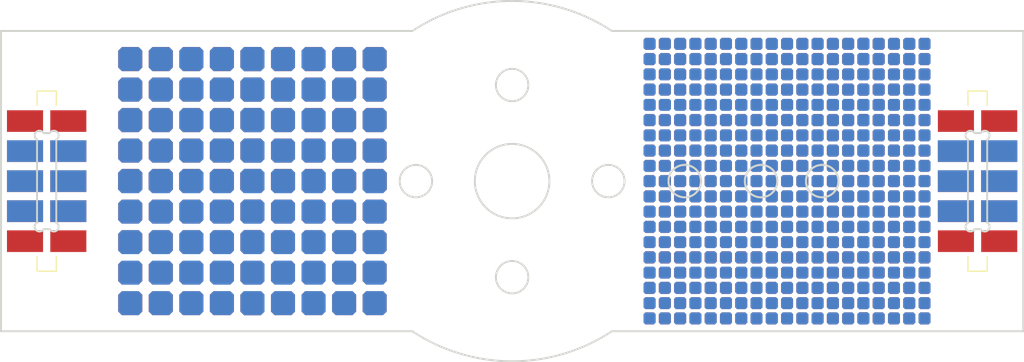
<source format=kicad_pcb>
(kicad_pcb (version 20201002) (generator pcbnew)

  (general
    (thickness 1.6)
  )

  (paper "A4")
  (layers
    (0 "F.Cu" signal)
    (31 "B.Cu" signal)
    (32 "B.Adhes" user "B.Adhesive")
    (33 "F.Adhes" user "F.Adhesive")
    (34 "B.Paste" user)
    (35 "F.Paste" user)
    (36 "B.SilkS" user "B.Silkscreen")
    (37 "F.SilkS" user "F.Silkscreen")
    (38 "B.Mask" user)
    (39 "F.Mask" user)
    (40 "Dwgs.User" user "User.Drawings")
    (41 "Cmts.User" user "User.Comments")
    (42 "Eco1.User" user "User.Eco1")
    (43 "Eco2.User" user "User.Eco2")
    (44 "Edge.Cuts" user)
    (45 "Margin" user)
    (46 "B.CrtYd" user "B.Courtyard")
    (47 "F.CrtYd" user "F.Courtyard")
    (48 "B.Fab" user)
    (49 "F.Fab" user)
  )

  (setup
    (grid_origin 150 100)
    (pcbplotparams
      (layerselection 0x00010fc_ffffffff)
      (usegerberextensions false)
      (usegerberattributes true)
      (usegerberadvancedattributes true)
      (creategerberjobfile true)
      (svguseinch false)
      (svgprecision 6)
      (excludeedgelayer true)
      (linewidth 0.100000)
      (plotframeref false)
      (viasonmask false)
      (mode 1)
      (useauxorigin false)
      (hpglpennumber 1)
      (hpglpenspeed 20)
      (hpglpendiameter 15.000000)
      (psnegative false)
      (psa4output false)
      (plotreference true)
      (plotvalue true)
      (plotinvisibletext false)
      (sketchpadsonfab false)
      (subtractmaskfromsilk false)
      (outputformat 1)
      (mirror false)
      (drillshape 0)
      (scaleselection 1)
      (outputdirectory "gerber")
    )
  )


  (net 0 "")

  (module "common_footprints:5x5_proto_array_1.27" (layer "F.Cu") (tedit 5F85D7CE) (tstamp 073950fb-9912-412a-a4c5-b695af34aa09)
    (at 176.67 97.46)
    (attr through_hole)
    (fp_text reference "REF**" (at 0 -0.5 unlocked) (layer "F.SilkS") hide
      (effects (font (size 1 1) (thickness 0.15)))
      (tstamp 537092a1-ef57-4a1b-98e5-5cdaa00d6aea)
    )
    (fp_text value "5x5_proto_array_1.27" (at 0 1 unlocked) (layer "F.Fab")
      (effects (font (size 1 1) (thickness 0.15)))
      (tstamp c8fe54ec-e405-4327-a56c-1f4012666950)
    )
    (pad "0" smd roundrect (at -2.54 -2.54) (size 1 1) (layers "F.Cu" "F.Mask") (roundrect_rratio 0.25)
      (chamfer_ratio 0.15) (chamfer top_left top_right bottom_left bottom_right) (tstamp 244ab6e5-ec52-4a40-94e2-84771f88d8cf))
    (pad "0" smd roundrect (at -2.54 0) (size 1 1) (layers "F.Cu" "F.Mask") (roundrect_rratio 0.25)
      (chamfer_ratio 0.15) (chamfer top_left top_right bottom_left bottom_right) (tstamp 49c5c476-2ebb-4e5e-b3cc-c4dac0edeea0))
    (pad "0" smd roundrect (at -2.54 -1.27) (size 1 1) (layers "F.Cu" "F.Mask") (roundrect_rratio 0.25)
      (chamfer_ratio 0.15) (chamfer top_left top_right bottom_left bottom_right) (tstamp 732a6221-3e40-4b5e-8b38-7f682384b8f5))
    (pad "0" smd roundrect (at -2.54 1.27) (size 1 1) (layers "F.Cu" "F.Mask") (roundrect_rratio 0.25)
      (chamfer_ratio 0.15) (chamfer top_left top_right bottom_left bottom_right) (tstamp bbf15b28-2d96-40c5-a9c4-1da182a68e8b))
    (pad "0" smd roundrect (at -2.54 2.54) (size 1 1) (layers "F.Cu" "F.Mask") (roundrect_rratio 0.25)
      (chamfer_ratio 0.15) (chamfer top_left top_right bottom_left bottom_right) (tstamp def189b7-6832-484d-aad2-883202bb6648))
    (pad "1" smd roundrect (at -1.27 -1.27) (size 1 1) (layers "F.Cu" "F.Mask") (roundrect_rratio 0.25)
      (chamfer_ratio 0.15) (chamfer top_left top_right bottom_left bottom_right) (tstamp 041e1de3-378f-4323-b09a-39f2865ed5c4))
    (pad "1" smd roundrect (at -1.27 2.54) (size 1 1) (layers "F.Cu" "F.Mask") (roundrect_rratio 0.25)
      (chamfer_ratio 0.15) (chamfer top_left top_right bottom_left bottom_right) (tstamp 423e2467-1cd6-4643-9226-b63ce5cab4b3))
    (pad "1" smd roundrect (at -1.27 1.27) (size 1 1) (layers "F.Cu" "F.Mask") (roundrect_rratio 0.25)
      (chamfer_ratio 0.15) (chamfer top_left top_right bottom_left bottom_right) (tstamp bae52f33-f654-4115-be46-d334affc4d4b))
    (pad "1" smd roundrect (at -1.27 0) (size 1 1) (layers "F.Cu" "F.Mask") (roundrect_rratio 0.25)
      (chamfer_ratio 0.15) (chamfer top_left top_right bottom_left bottom_right) (tstamp c1b8bb04-b94a-4160-abc5-47b95aeaf941))
    (pad "1" smd roundrect (at -1.27 -2.54) (size 1 1) (layers "F.Cu" "F.Mask") (roundrect_rratio 0.25)
      (chamfer_ratio 0.15) (chamfer top_left top_right bottom_left bottom_right) (tstamp e2a106f7-5a25-48e6-bcd4-63259d1c0a20))
    (pad "2" smd roundrect (at 0 -1.27) (size 1 1) (layers "F.Cu" "F.Mask") (roundrect_rratio 0.25)
      (chamfer_ratio 0.15) (chamfer top_left top_right bottom_left bottom_right) (tstamp 639e674b-cff1-4570-b733-eb0c1ca9f25a))
    (pad "2" smd roundrect (at 0 -2.54) (size 1 1) (layers "F.Cu" "F.Mask") (roundrect_rratio 0.25)
      (chamfer_ratio 0.15) (chamfer top_left top_right bottom_left bottom_right) (tstamp 84740c4f-b053-4184-9a17-285a74077ac3))
    (pad "2" smd roundrect (at 0 0) (size 1 1) (layers "F.Cu" "F.Mask") (roundrect_rratio 0.25)
      (chamfer_ratio 0.15) (chamfer top_left top_right bottom_left bottom_right) (tstamp 8f3fa5f5-9963-45e9-b7ea-35a5285ce753))
    (pad "2" smd roundrect (at 0 2.54) (size 1 1) (layers "F.Cu" "F.Mask") (roundrect_rratio 0.25)
      (chamfer_ratio 0.15) (chamfer top_left top_right bottom_left bottom_right) (tstamp b0ec5326-104e-4a98-9a7f-212231f26aa3))
    (pad "2" smd roundrect (at 0 1.27) (size 1 1) (layers "F.Cu" "F.Mask") (roundrect_rratio 0.25)
      (chamfer_ratio 0.15) (chamfer top_left top_right bottom_left bottom_right) (tstamp fd721952-45ac-4d91-b159-289af948dd00))
    (pad "3" smd roundrect (at 1.27 0) (size 1 1) (layers "F.Cu" "F.Mask") (roundrect_rratio 0.25)
      (chamfer_ratio 0.15) (chamfer top_left top_right bottom_left bottom_right) (tstamp 25f7e194-2d40-4cd4-9f76-e2e992e260c7))
    (pad "3" smd roundrect (at 1.27 -1.27) (size 1 1) (layers "F.Cu" "F.Mask") (roundrect_rratio 0.25)
      (chamfer_ratio 0.15) (chamfer top_left top_right bottom_left bottom_right) (tstamp 5c4dc492-3463-4850-8a48-126cd92dabee))
    (pad "3" smd roundrect (at 1.27 2.54) (size 1 1) (layers "F.Cu" "F.Mask") (roundrect_rratio 0.25)
      (chamfer_ratio 0.15) (chamfer top_left top_right bottom_left bottom_right) (tstamp 6e858840-6300-4485-913d-771dce35ef3a))
    (pad "3" smd roundrect (at 1.27 -2.54) (size 1 1) (layers "F.Cu" "F.Mask") (roundrect_rratio 0.25)
      (chamfer_ratio 0.15) (chamfer top_left top_right bottom_left bottom_right) (tstamp a6a29f21-e51d-4308-b7d0-4ed3e057f34b))
    (pad "3" smd roundrect (at 1.27 1.27) (size 1 1) (layers "F.Cu" "F.Mask") (roundrect_rratio 0.25)
      (chamfer_ratio 0.15) (chamfer top_left top_right bottom_left bottom_right) (tstamp cab90334-401f-40ee-a385-07a21c3ee4ce))
    (pad "4" smd roundrect (at 2.54 0) (size 1 1) (layers "F.Cu" "F.Mask") (roundrect_rratio 0.25)
      (chamfer_ratio 0.15) (chamfer top_left top_right bottom_left bottom_right) (tstamp 3c6f9361-d735-4694-8f29-e2d43411ecf5))
    (pad "4" smd roundrect (at 2.54 1.27) (size 1 1) (layers "F.Cu" "F.Mask") (roundrect_rratio 0.25)
      (chamfer_ratio 0.15) (chamfer top_left top_right bottom_left bottom_right) (tstamp 59200a86-4d20-406c-a71b-d7f3dc777849))
    (pad "4" smd roundrect (at 2.54 -2.54) (size 1 1) (layers "F.Cu" "F.Mask") (roundrect_rratio 0.25)
      (chamfer_ratio 0.15) (chamfer top_left top_right bottom_left bottom_right) (tstamp a37ef052-6b25-497a-a115-abdf57d96544))
    (pad "4" smd roundrect (at 2.54 -1.27) (size 1 1) (layers "F.Cu" "F.Mask") (roundrect_rratio 0.25)
      (chamfer_ratio 0.15) (chamfer top_left top_right bottom_left bottom_right) (tstamp a3ab9ec5-e615-4245-ba8d-3206d9a247a6))
    (pad "4" smd roundrect (at 2.54 2.54) (size 1 1) (layers "F.Cu" "F.Mask") (roundrect_rratio 0.25)
      (chamfer_ratio 0.15) (chamfer top_left top_right bottom_left bottom_right) (tstamp c807bafa-8d06-4bf7-bab2-c7ba0768b658))
  )

  (module "common_footprints:5x5_proto_array_1.27" (layer "F.Cu") (tedit 5F85D7CE) (tstamp 1330de8e-9c6e-4ea4-b623-bf21ce262705)
    (at 163.97 103.81)
    (attr through_hole)
    (fp_text reference "REF**" (at 0 -0.5 unlocked) (layer "F.SilkS") hide
      (effects (font (size 1 1) (thickness 0.15)))
      (tstamp 5c3bf7fe-d7e5-4c4f-a31f-952a079cc99c)
    )
    (fp_text value "5x5_proto_array_1.27" (at 0 1 unlocked) (layer "F.Fab")
      (effects (font (size 1 1) (thickness 0.15)))
      (tstamp 4e54ede3-b27c-4ff8-b25b-000a8960dc06)
    )
    (pad "0" smd roundrect (at -2.54 2.54) (size 1 1) (layers "F.Cu" "F.Mask") (roundrect_rratio 0.25)
      (chamfer_ratio 0.15) (chamfer top_left top_right bottom_left bottom_right) (tstamp 36075280-e04e-4521-b7ff-02b3bc100a98))
    (pad "0" smd roundrect (at -2.54 -2.54) (size 1 1) (layers "F.Cu" "F.Mask") (roundrect_rratio 0.25)
      (chamfer_ratio 0.15) (chamfer top_left top_right bottom_left bottom_right) (tstamp 5b4e36e0-b89c-4ad9-979a-fd013c691409))
    (pad "0" smd roundrect (at -2.54 -1.27) (size 1 1) (layers "F.Cu" "F.Mask") (roundrect_rratio 0.25)
      (chamfer_ratio 0.15) (chamfer top_left top_right bottom_left bottom_right) (tstamp 8698b1a2-66bb-49a3-ad7c-d8be99e8e3cf))
    (pad "0" smd roundrect (at -2.54 0) (size 1 1) (layers "F.Cu" "F.Mask") (roundrect_rratio 0.25)
      (chamfer_ratio 0.15) (chamfer top_left top_right bottom_left bottom_right) (tstamp ec9537bb-792b-4fb7-abe4-86cbf53e599e))
    (pad "0" smd roundrect (at -2.54 1.27) (size 1 1) (layers "F.Cu" "F.Mask") (roundrect_rratio 0.25)
      (chamfer_ratio 0.15) (chamfer top_left top_right bottom_left bottom_right) (tstamp faa096c4-e085-4a2f-9af8-bf481fb6f342))
    (pad "1" smd roundrect (at -1.27 0) (size 1 1) (layers "F.Cu" "F.Mask") (roundrect_rratio 0.25)
      (chamfer_ratio 0.15) (chamfer top_left top_right bottom_left bottom_right) (tstamp 45bcb10c-5d08-49ea-b807-e5bdbf80cdbd))
    (pad "1" smd roundrect (at -1.27 2.54) (size 1 1) (layers "F.Cu" "F.Mask") (roundrect_rratio 0.25)
      (chamfer_ratio 0.15) (chamfer top_left top_right bottom_left bottom_right) (tstamp 68fd2d6d-8ada-4f90-98fe-0afd5e80734b))
    (pad "1" smd roundrect (at -1.27 1.27) (size 1 1) (layers "F.Cu" "F.Mask") (roundrect_rratio 0.25)
      (chamfer_ratio 0.15) (chamfer top_left top_right bottom_left bottom_right) (tstamp 8539d513-16eb-4096-91ad-dfaa4bff4095))
    (pad "1" smd roundrect (at -1.27 -2.54) (size 1 1) (layers "F.Cu" "F.Mask") (roundrect_rratio 0.25)
      (chamfer_ratio 0.15) (chamfer top_left top_right bottom_left bottom_right) (tstamp cfe6088b-185f-499c-bfb3-352b8c5bcafe))
    (pad "1" smd roundrect (at -1.27 -1.27) (size 1 1) (layers "F.Cu" "F.Mask") (roundrect_rratio 0.25)
      (chamfer_ratio 0.15) (chamfer top_left top_right bottom_left bottom_right) (tstamp fb3f03d4-41b7-4c62-911e-d361ba22293c))
    (pad "2" smd roundrect (at 0 -1.27) (size 1 1) (layers "F.Cu" "F.Mask") (roundrect_rratio 0.25)
      (chamfer_ratio 0.15) (chamfer top_left top_right bottom_left bottom_right) (tstamp 11134faa-5976-4f15-9aed-c488ad67bc6c))
    (pad "2" smd roundrect (at 0 0) (size 1 1) (layers "F.Cu" "F.Mask") (roundrect_rratio 0.25)
      (chamfer_ratio 0.15) (chamfer top_left top_right bottom_left bottom_right) (tstamp 754e112f-e80e-4283-9be3-7b9787835939))
    (pad "2" smd roundrect (at 0 1.27) (size 1 1) (layers "F.Cu" "F.Mask") (roundrect_rratio 0.25)
      (chamfer_ratio 0.15) (chamfer top_left top_right bottom_left bottom_right) (tstamp 80021818-65ef-4b9b-92d1-00fd52339ff7))
    (pad "2" smd roundrect (at 0 2.54) (size 1 1) (layers "F.Cu" "F.Mask") (roundrect_rratio 0.25)
      (chamfer_ratio 0.15) (chamfer top_left top_right bottom_left bottom_right) (tstamp b359a476-c2f0-42f4-9f94-411ad21cb275))
    (pad "2" smd roundrect (at 0 -2.54) (size 1 1) (layers "F.Cu" "F.Mask") (roundrect_rratio 0.25)
      (chamfer_ratio 0.15) (chamfer top_left top_right bottom_left bottom_right) (tstamp d71cf9d1-65c6-432b-be48-768b1851d11d))
    (pad "3" smd roundrect (at 1.27 -2.54) (size 1 1) (layers "F.Cu" "F.Mask") (roundrect_rratio 0.25)
      (chamfer_ratio 0.15) (chamfer top_left top_right bottom_left bottom_right) (tstamp 03c1d5c6-613d-442a-a222-8c3b3596a8f8))
    (pad "3" smd roundrect (at 1.27 1.27) (size 1 1) (layers "F.Cu" "F.Mask") (roundrect_rratio 0.25)
      (chamfer_ratio 0.15) (chamfer top_left top_right bottom_left bottom_right) (tstamp 3a8f6b9f-86af-4621-94b6-f37eac9c0bb5))
    (pad "3" smd roundrect (at 1.27 -1.27) (size 1 1) (layers "F.Cu" "F.Mask") (roundrect_rratio 0.25)
      (chamfer_ratio 0.15) (chamfer top_left top_right bottom_left bottom_right) (tstamp 4c003f32-77cc-4021-8a2b-669efddf41ec))
    (pad "3" smd roundrect (at 1.27 2.54) (size 1 1) (layers "F.Cu" "F.Mask") (roundrect_rratio 0.25)
      (chamfer_ratio 0.15) (chamfer top_left top_right bottom_left bottom_right) (tstamp e078a34c-40bf-4a7a-9967-9421c2d12cbd))
    (pad "3" smd roundrect (at 1.27 0) (size 1 1) (layers "F.Cu" "F.Mask") (roundrect_rratio 0.25)
      (chamfer_ratio 0.15) (chamfer top_left top_right bottom_left bottom_right) (tstamp e1037b22-4807-42ac-84ce-36f3463ac95a))
    (pad "4" smd roundrect (at 2.54 -2.54) (size 1 1) (layers "F.Cu" "F.Mask") (roundrect_rratio 0.25)
      (chamfer_ratio 0.15) (chamfer top_left top_right bottom_left bottom_right) (tstamp 3d5b7434-4197-4507-a084-30e745832777))
    (pad "4" smd roundrect (at 2.54 2.54) (size 1 1) (layers "F.Cu" "F.Mask") (roundrect_rratio 0.25)
      (chamfer_ratio 0.15) (chamfer top_left top_right bottom_left bottom_right) (tstamp 5da70879-a937-4769-8be4-489b82e0b47b))
    (pad "4" smd roundrect (at 2.54 1.27) (size 1 1) (layers "F.Cu" "F.Mask") (roundrect_rratio 0.25)
      (chamfer_ratio 0.15) (chamfer top_left top_right bottom_left bottom_right) (tstamp 7e8bf87b-646d-45e9-9f30-037c24b95bda))
    (pad "4" smd roundrect (at 2.54 -1.27) (size 1 1) (layers "F.Cu" "F.Mask") (roundrect_rratio 0.25)
      (chamfer_ratio 0.15) (chamfer top_left top_right bottom_left bottom_right) (tstamp a25eee90-9ade-4de7-8d9b-545874d49929))
    (pad "4" smd roundrect (at 2.54 0) (size 1 1) (layers "F.Cu" "F.Mask") (roundrect_rratio 0.25)
      (chamfer_ratio 0.15) (chamfer top_left top_right bottom_left bottom_right) (tstamp c07daa0d-625a-4883-977d-af9e19870077))
  )

  (module "common_footprints:5x5_proto_array_1.27" (layer "F.Cu") (tedit 5F85D7CE) (tstamp 15402474-7a5c-4969-86c8-3bae548338c0)
    (at 181.75 91.11)
    (attr through_hole)
    (fp_text reference "REF**" (at 0 -0.5 unlocked) (layer "F.SilkS") hide
      (effects (font (size 1 1) (thickness 0.15)))
      (tstamp 0228f32d-a311-474b-bca0-3cab8cd6af5a)
    )
    (fp_text value "5x5_proto_array_1.27" (at 0 1 unlocked) (layer "F.Fab")
      (effects (font (size 1 1) (thickness 0.15)))
      (tstamp d67e7b79-014b-4ddd-b73b-478734b96f15)
    )
    (pad "0" smd roundrect (at -2.54 2.54) (size 1 1) (layers "F.Cu" "F.Mask") (roundrect_rratio 0.25)
      (chamfer_ratio 0.15) (chamfer top_left top_right bottom_left bottom_right) (tstamp 50fe1bae-80e0-4865-88ab-6186f422f9c1))
    (pad "0" smd roundrect (at -2.54 -2.54) (size 1 1) (layers "F.Cu" "F.Mask") (roundrect_rratio 0.25)
      (chamfer_ratio 0.15) (chamfer top_left top_right bottom_left bottom_right) (tstamp 608265c6-635f-4ffe-beb8-fa6683fec041))
    (pad "0" smd roundrect (at -2.54 -1.27) (size 1 1) (layers "F.Cu" "F.Mask") (roundrect_rratio 0.25)
      (chamfer_ratio 0.15) (chamfer top_left top_right bottom_left bottom_right) (tstamp 622d9a53-cf55-4b42-a336-9ff81289106a))
    (pad "0" smd roundrect (at -2.54 0) (size 1 1) (layers "F.Cu" "F.Mask") (roundrect_rratio 0.25)
      (chamfer_ratio 0.15) (chamfer top_left top_right bottom_left bottom_right) (tstamp 992fb9d8-55e0-47b4-8f8f-1e5abeba7ebc))
    (pad "0" smd roundrect (at -2.54 1.27) (size 1 1) (layers "F.Cu" "F.Mask") (roundrect_rratio 0.25)
      (chamfer_ratio 0.15) (chamfer top_left top_right bottom_left bottom_right) (tstamp bb82b07c-9a8d-45b7-b355-145a02b6ab81))
    (pad "1" smd roundrect (at -1.27 1.27) (size 1 1) (layers "F.Cu" "F.Mask") (roundrect_rratio 0.25)
      (chamfer_ratio 0.15) (chamfer top_left top_right bottom_left bottom_right) (tstamp 5ba1ce2b-3bc0-4791-bbc8-6fbd5f71305b))
    (pad "1" smd roundrect (at -1.27 -1.27) (size 1 1) (layers "F.Cu" "F.Mask") (roundrect_rratio 0.25)
      (chamfer_ratio 0.15) (chamfer top_left top_right bottom_left bottom_right) (tstamp 6f42456c-c456-4bbd-ab54-ec9cf9468508))
    (pad "1" smd roundrect (at -1.27 2.54) (size 1 1) (layers "F.Cu" "F.Mask") (roundrect_rratio 0.25)
      (chamfer_ratio 0.15) (chamfer top_left top_right bottom_left bottom_right) (tstamp 7878f057-8e87-4d44-99c6-72eb28c51e49))
    (pad "1" smd roundrect (at -1.27 -2.54) (size 1 1) (layers "F.Cu" "F.Mask") (roundrect_rratio 0.25)
      (chamfer_ratio 0.15) (chamfer top_left top_right bottom_left bottom_right) (tstamp b7c76ff6-b671-4596-932f-156409bfd894))
    (pad "1" smd roundrect (at -1.27 0) (size 1 1) (layers "F.Cu" "F.Mask") (roundrect_rratio 0.25)
      (chamfer_ratio 0.15) (chamfer top_left top_right bottom_left bottom_right) (tstamp e4dc07d3-51bf-424e-8fe7-521b3d8a92d2))
    (pad "2" smd roundrect (at 0 2.54) (size 1 1) (layers "F.Cu" "F.Mask") (roundrect_rratio 0.25)
      (chamfer_ratio 0.15) (chamfer top_left top_right bottom_left bottom_right) (tstamp 10623c43-3191-4d33-8e15-259a76a9eb1d))
    (pad "2" smd roundrect (at 0 0) (size 1 1) (layers "F.Cu" "F.Mask") (roundrect_rratio 0.25)
      (chamfer_ratio 0.15) (chamfer top_left top_right bottom_left bottom_right) (tstamp 5498276d-a623-4ec6-a927-d32bf709be6d))
    (pad "2" smd roundrect (at 0 1.27) (size 1 1) (layers "F.Cu" "F.Mask") (roundrect_rratio 0.25)
      (chamfer_ratio 0.15) (chamfer top_left top_right bottom_left bottom_right) (tstamp 879e6087-cc71-448a-8ea9-b5acddfe2ab6))
    (pad "2" smd roundrect (at 0 -2.54) (size 1 1) (layers "F.Cu" "F.Mask") (roundrect_rratio 0.25)
      (chamfer_ratio 0.15) (chamfer top_left top_right bottom_left bottom_right) (tstamp e119bf55-11cd-486e-9600-6053f1f1f8e5))
    (pad "2" smd roundrect (at 0 -1.27) (size 1 1) (layers "F.Cu" "F.Mask") (roundrect_rratio 0.25)
      (chamfer_ratio 0.15) (chamfer top_left top_right bottom_left bottom_right) (tstamp e70540ea-8281-4c75-a32f-f431ceeb72c6))
    (pad "3" smd roundrect (at 1.27 1.27) (size 1 1) (layers "F.Cu" "F.Mask") (roundrect_rratio 0.25)
      (chamfer_ratio 0.15) (chamfer top_left top_right bottom_left bottom_right) (tstamp 1b985ef4-db65-452d-8533-37e1febac7d3))
    (pad "3" smd roundrect (at 1.27 0) (size 1 1) (layers "F.Cu" "F.Mask") (roundrect_rratio 0.25)
      (chamfer_ratio 0.15) (chamfer top_left top_right bottom_left bottom_right) (tstamp 33f5788c-a23f-44c3-bf03-8855918e8d6f))
    (pad "3" smd roundrect (at 1.27 -1.27) (size 1 1) (layers "F.Cu" "F.Mask") (roundrect_rratio 0.25)
      (chamfer_ratio 0.15) (chamfer top_left top_right bottom_left bottom_right) (tstamp 46671345-6941-4e12-b80c-29174b77419d))
    (pad "3" smd roundrect (at 1.27 -2.54) (size 1 1) (layers "F.Cu" "F.Mask") (roundrect_rratio 0.25)
      (chamfer_ratio 0.15) (chamfer top_left top_right bottom_left bottom_right) (tstamp 7859d567-e8c6-490a-9761-5bdac41a568d))
    (pad "3" smd roundrect (at 1.27 2.54) (size 1 1) (layers "F.Cu" "F.Mask") (roundrect_rratio 0.25)
      (chamfer_ratio 0.15) (chamfer top_left top_right bottom_left bottom_right) (tstamp f2769f99-4d65-49e2-93f9-febe5be202a0))
    (pad "4" smd roundrect (at 2.54 -1.27) (size 1 1) (layers "F.Cu" "F.Mask") (roundrect_rratio 0.25)
      (chamfer_ratio 0.15) (chamfer top_left top_right bottom_left bottom_right) (tstamp 38888a6b-e477-4491-9188-e76de5ff749e))
    (pad "4" smd roundrect (at 2.54 -2.54) (size 1 1) (layers "F.Cu" "F.Mask") (roundrect_rratio 0.25)
      (chamfer_ratio 0.15) (chamfer top_left top_right bottom_left bottom_right) (tstamp 3e4d82e4-0c50-4ddd-9992-687ce18a67d5))
    (pad "4" smd roundrect (at 2.54 0) (size 1 1) (layers "F.Cu" "F.Mask") (roundrect_rratio 0.25)
      (chamfer_ratio 0.15) (chamfer top_left top_right bottom_left bottom_right) (tstamp b67f0781-cb9f-4f6f-85cd-0767dc1c064c))
    (pad "4" smd roundrect (at 2.54 2.54) (size 1 1) (layers "F.Cu" "F.Mask") (roundrect_rratio 0.25)
      (chamfer_ratio 0.15) (chamfer top_left top_right bottom_left bottom_right) (tstamp c0b39903-4488-47cc-b0e6-195ef017b291))
    (pad "4" smd roundrect (at 2.54 1.27) (size 1 1) (layers "F.Cu" "F.Mask") (roundrect_rratio 0.25)
      (chamfer_ratio 0.15) (chamfer top_left top_right bottom_left bottom_right) (tstamp ca501b28-9a92-4d2b-9b5a-af2d621265b9))
  )

  (module "common_footprints:5x5_proto_array_2.54" (layer "F.Cu") (tedit 5F85D7D7) (tstamp 1560403d-c87d-4f18-b16f-69015b6ecd2e)
    (at 133.49 105.08)
    (attr through_hole)
    (fp_text reference "REF**" (at 0 -0.5 unlocked) (layer "F.SilkS") hide
      (effects (font (size 1 1) (thickness 0.15)))
      (tstamp 15f15034-b86c-43b3-8204-7fa75ed19948)
    )
    (fp_text value "5x5_proto_array_2.54" (at 0 1 unlocked) (layer "F.Fab") hide
      (effects (font (size 1 1) (thickness 0.15)))
      (tstamp a242358a-f311-46cb-8f92-7f6c56e90ce0)
    )
    (pad "0" smd roundrect (at -5.08 2.54) (size 2 2) (layers "F.Cu" "F.Mask") (roundrect_rratio 0.25)
      (chamfer_ratio 0.15) (chamfer top_left top_right bottom_left bottom_right) (tstamp 243945e6-dd93-45f1-b878-65e93702a005))
    (pad "0" smd roundrect (at -5.08 -2.54) (size 2 2) (layers "F.Cu" "F.Mask") (roundrect_rratio 0.25)
      (chamfer_ratio 0.15) (chamfer top_left top_right bottom_left bottom_right) (tstamp 30692f9b-5951-48b2-a163-570a31219221))
    (pad "0" smd roundrect (at -5.08 -5.08) (size 2 2) (layers "F.Cu" "F.Mask") (roundrect_rratio 0.25)
      (chamfer_ratio 0.15) (chamfer top_left top_right bottom_left bottom_right) (tstamp 57b566e4-9351-4b26-a0b9-1cd781589deb))
    (pad "0" smd roundrect (at -5.08 5.08) (size 2 2) (layers "F.Cu" "F.Mask") (roundrect_rratio 0.25)
      (chamfer_ratio 0.15) (chamfer top_left top_right bottom_left bottom_right) (tstamp 8e40e548-8016-4b8d-9025-98fc6f73dc92))
    (pad "0" smd roundrect (at -5.08 0) (size 2 2) (layers "F.Cu" "F.Mask") (roundrect_rratio 0.25)
      (chamfer_ratio 0.15) (chamfer top_left top_right bottom_left bottom_right) (tstamp a276c111-298c-4905-ac64-a4d725605de1))
    (pad "1" smd roundrect (at -2.54 2.54) (size 2 2) (layers "F.Cu" "F.Mask") (roundrect_rratio 0.25)
      (chamfer_ratio 0.15) (chamfer top_left top_right bottom_left bottom_right) (tstamp 38daad72-7a34-46ef-8f36-6236241c34ab))
    (pad "1" smd roundrect (at -2.54 5.08) (size 2 2) (layers "F.Cu" "F.Mask") (roundrect_rratio 0.25)
      (chamfer_ratio 0.15) (chamfer top_left top_right bottom_left bottom_right) (tstamp 44eddbc3-43a4-4002-b8e3-ecca774cbc34))
    (pad "1" smd roundrect (at -2.54 -2.54) (size 2 2) (layers "F.Cu" "F.Mask") (roundrect_rratio 0.25)
      (chamfer_ratio 0.15) (chamfer top_left top_right bottom_left bottom_right) (tstamp 678332c4-354c-4413-9169-5a72945e8a85))
    (pad "1" smd roundrect (at -2.54 -5.08) (size 2 2) (layers "F.Cu" "F.Mask") (roundrect_rratio 0.25)
      (chamfer_ratio 0.15) (chamfer top_left top_right bottom_left bottom_right) (tstamp 75f89bfb-7db5-44b9-9325-78dab88e2ea5))
    (pad "1" smd roundrect (at -2.54 0) (size 2 2) (layers "F.Cu" "F.Mask") (roundrect_rratio 0.25)
      (chamfer_ratio 0.15) (chamfer top_left top_right bottom_left bottom_right) (tstamp de23c5da-98a4-4118-ad66-8f7471b30669))
    (pad "2" smd roundrect (at 0 -5.08) (size 2 2) (layers "F.Cu" "F.Mask") (roundrect_rratio 0.25)
      (chamfer_ratio 0.15) (chamfer top_left top_right bottom_left bottom_right) (tstamp 4c0179ef-41f5-444f-aefa-46fddb04280f))
    (pad "2" smd roundrect (at 0 2.54) (size 2 2) (layers "F.Cu" "F.Mask") (roundrect_rratio 0.25)
      (chamfer_ratio 0.15) (chamfer top_left top_right bottom_left bottom_right) (tstamp 75392963-10f0-4b6a-899a-20bb996b3620))
    (pad "2" smd roundrect (at 0 -2.54) (size 2 2) (layers "F.Cu" "F.Mask") (roundrect_rratio 0.25)
      (chamfer_ratio 0.15) (chamfer top_left top_right bottom_left bottom_right) (tstamp a4dc3476-b3bd-4ff3-bf7a-9bf3cf11a60b))
    (pad "2" smd roundrect (at 0 0) (size 2 2) (layers "F.Cu" "F.Mask") (roundrect_rratio 0.25)
      (chamfer_ratio 0.15) (chamfer top_left top_right bottom_left bottom_right) (tstamp c9e96a95-2cbe-4c6d-a16b-e83cc9212838))
    (pad "2" smd roundrect (at 0 5.08) (size 2 2) (layers "F.Cu" "F.Mask") (roundrect_rratio 0.25)
      (chamfer_ratio 0.15) (chamfer top_left top_right bottom_left bottom_right) (tstamp d90aee1b-eebb-4a9f-9d7c-deaecf6f0f95))
    (pad "3" smd roundrect (at 2.54 0) (size 2 2) (layers "F.Cu" "F.Mask") (roundrect_rratio 0.25)
      (chamfer_ratio 0.15) (chamfer top_left top_right bottom_left bottom_right) (tstamp 1d9cab83-9484-41e4-8391-3f4e8ccb9244))
    (pad "3" smd roundrect (at 2.54 -5.08) (size 2 2) (layers "F.Cu" "F.Mask") (roundrect_rratio 0.25)
      (chamfer_ratio 0.15) (chamfer top_left top_right bottom_left bottom_right) (tstamp 3ca32dcd-5e4d-4c52-bab6-8aaa9f06aec1))
    (pad "3" smd roundrect (at 2.54 -2.54) (size 2 2) (layers "F.Cu" "F.Mask") (roundrect_rratio 0.25)
      (chamfer_ratio 0.15) (chamfer top_left top_right bottom_left bottom_right) (tstamp b5050da9-c5ed-4e6a-b8a3-45d3a158364b))
    (pad "3" smd roundrect (at 2.54 2.54) (size 2 2) (layers "F.Cu" "F.Mask") (roundrect_rratio 0.25)
      (chamfer_ratio 0.15) (chamfer top_left top_right bottom_left bottom_right) (tstamp c4b8a2cb-b413-4da4-a559-adeace3c6310))
    (pad "3" smd roundrect (at 2.54 5.08) (size 2 2) (layers "F.Cu" "F.Mask") (roundrect_rratio 0.25)
      (chamfer_ratio 0.15) (chamfer top_left top_right bottom_left bottom_right) (tstamp cb61b6dd-a232-4342-8cd0-c08555492030))
    (pad "4" smd roundrect (at 5.08 -5.08) (size 2 2) (layers "F.Cu" "F.Mask") (roundrect_rratio 0.25)
      (chamfer_ratio 0.15) (chamfer top_left top_right bottom_left bottom_right) (tstamp 3d734f82-d4ce-4df1-80e4-08198806c7e1))
    (pad "4" smd roundrect (at 5.08 0) (size 2 2) (layers "F.Cu" "F.Mask") (roundrect_rratio 0.25)
      (chamfer_ratio 0.15) (chamfer top_left top_right bottom_left bottom_right) (tstamp 9dc6d69d-6091-4862-8477-1894d757c6ab))
    (pad "4" smd roundrect (at 5.08 5.08) (size 2 2) (layers "F.Cu" "F.Mask") (roundrect_rratio 0.25)
      (chamfer_ratio 0.15) (chamfer top_left top_right bottom_left bottom_right) (tstamp b05b1b74-799f-4863-b720-d1168dfe916a))
    (pad "4" smd roundrect (at 5.08 -2.54) (size 2 2) (layers "F.Cu" "F.Mask") (roundrect_rratio 0.25)
      (chamfer_ratio 0.15) (chamfer top_left top_right bottom_left bottom_right) (tstamp b9a50dcc-3329-4183-8541-90ea18a7f08d))
    (pad "4" smd roundrect (at 5.08 2.54) (size 2 2) (layers "F.Cu" "F.Mask") (roundrect_rratio 0.25)
      (chamfer_ratio 0.15) (chamfer top_left top_right bottom_left bottom_right) (tstamp dd38e60c-5b2c-4358-8462-f4c494ad4b2d))
  )

  (module "common_footprints:8mm_base" (layer "F.Cu") (tedit 5F85D835) (tstamp 29f86daa-5218-49c7-a59e-8aae0ede4016)
    (at 111.3 100 -90)
    (attr through_hole)
    (fp_text reference "REF**" (at 0 -0.5 -90 unlocked) (layer "F.SilkS") hide
      (effects (font (size 1 1) (thickness 0.15)))
      (tstamp fc29384e-53e7-438d-a833-1e66445bf297)
    )
    (fp_text value "8mm_base" (at 0 1 -90 unlocked) (layer "F.Fab")
      (effects (font (size 1 1) (thickness 0.15)))
      (tstamp ecfc3b9c-327f-42b3-9f84-ba4bc6e36676)
    )
    (fp_line (start 7.5 0.8) (end 7.5 -0.8) (layer "F.SilkS") (width 0.1) (tstamp 0bda8958-419d-4b18-b708-a49285cbd4d6))
    (fp_line (start -7.5 0.8) (end -6.3 0.8) (layer "F.SilkS") (width 0.1) (tstamp 8e89b9ff-8a04-4295-b111-2f7c10afbf89))
    (fp_line (start -6.3 -0.8) (end -7.5 -0.8) (layer "F.SilkS") (width 0.1) (tstamp 9adb197b-ffd8-45d6-b01d-7bd04c1d7114))
    (fp_line (start -7.5 -0.8) (end -7.5 0.8) (layer "F.SilkS") (width 0.1) (tstamp c3501337-6b1f-4888-835b-9892ea0463e6))
    (fp_line (start 6.3 0.8) (end 7.5 0.8) (layer "F.SilkS") (width 0.1) (tstamp dff205ed-08d9-417e-8707-f549e760aa32))
    (fp_line (start 7.5 -0.8) (end 6.3 -0.8) (layer "F.SilkS") (width 0.1) (tstamp ff88ec9b-2f44-448e-aa8c-52b4f325de92))
    (fp_rect (start -4 0.8) (end 4 -0.8) (layer "Dwgs.User") (width 0.1) (tstamp 1cc08dd2-615d-4b1f-93c5-dfe045a0028c))
    (pad "1" smd rect (at -5 1.8 270) (size 1.8 3) (layers "F.Cu" "F.Mask") (tstamp 71c31a4d-6713-43f2-a1db-3e796b491cd5))
    (pad "2" smd rect (at -2.5 1.8 270) (size 1.8 3) (layers "F.Cu" "F.Mask") (tstamp 00e8a514-ee38-4250-9b35-f0bac1aea7a8))
    (pad "3" smd rect (at 0 1.8 270) (size 1.8 3) (layers "F.Cu" "F.Mask") (tstamp 486175b3-aaa5-41b9-922b-12b61b91a8b0))
    (pad "4" smd rect (at 2.5 1.8 270) (size 1.8 3) (layers "F.Cu" "F.Mask") (tstamp d056ab34-81f6-4e51-85da-09f1c6661090))
    (pad "5" smd rect (at 5 1.8 270) (size 1.8 3) (layers "F.Cu" "F.Mask") (tstamp 0e848a09-9474-4cc7-b5c5-c9517a9a990b))
    (pad "6" smd rect (at 5 -1.8 270) (size 1.8 3) (layers "F.Cu" "F.Mask") (tstamp c8d06269-4362-4279-9fd8-628a7fc4e15e))
    (pad "7" smd rect (at 2.5 -1.8 270) (size 1.8 3) (layers "F.Cu" "F.Mask") (tstamp 6b26cde8-e9ab-4777-9018-05c68d27be1a))
    (pad "8" smd rect (at 0 -1.8 270) (size 1.8 3) (layers "F.Cu" "F.Mask") (tstamp dd02230f-7d49-4876-ab53-50ceacd01bfc))
    (pad "9" smd rect (at -2.5 -1.8 270) (size 1.8 3) (layers "F.Cu" "F.Mask") (tstamp 6f161214-7b77-48dc-a9b4-9415a2655ef4))
    (pad "10" smd rect (at -5 -1.8 270) (size 1.8 3) (layers "F.Cu" "F.Mask") (tstamp 94067848-60e4-45aa-bb3f-0335fe358436))
    (pad "11" smd rect (at -2.5 1.8 270) (size 1.8 3) (layers "B.Cu" "B.Mask")
      (solder_mask_margin 0.1) (tstamp cb3ed98a-9090-499f-a8cb-980776ca56df))
    (pad "12" smd rect (at 0 1.8 270) (size 1.8 3) (layers "B.Cu" "B.Mask")
      (solder_mask_margin 0.1) (tstamp 4e50081f-4cf9-4b55-aa0d-79c5925efce4))
    (pad "13" smd rect (at 2.5 1.8 270) (size 1.8 3) (layers "B.Cu" "B.Mask")
      (solder_mask_margin 0.1) (tstamp efd7d6d7-ed92-412c-8545-d61fe7e98f3b))
    (pad "14" smd rect (at 2.5 -1.8 270) (size 1.8 3) (layers "B.Cu" "B.Mask")
      (solder_mask_margin 0.1) (tstamp d1615344-d8bd-489e-abd6-93032ece15ed))
    (pad "15" smd rect (at 0 -1.8 270) (size 1.8 3) (layers "B.Cu" "B.Mask")
      (solder_mask_margin 0.1) (tstamp b89d1f4c-09bd-4ae3-806d-c19646c68649))
    (pad "16" smd rect (at -2.5 -1.8 270) (size 1.8 3) (layers "B.Cu" "B.Mask")
      (solder_mask_margin 0.1) (tstamp de9dd501-2690-4afd-82b4-e20bc6815d4d))
  )

  (module "common_footprints:5x5_proto_array_1.27" (layer "F.Cu") (tedit 5F85D7CE) (tstamp 2c5db827-6f8a-4ea0-b5c5-972a431ffbec)
    (at 170.32 103.81)
    (attr through_hole)
    (fp_text reference "REF**" (at 0 -0.5 unlocked) (layer "F.SilkS") hide
      (effects (font (size 1 1) (thickness 0.15)))
      (tstamp b2a8c42e-301a-47ad-9b86-cae5542a8a85)
    )
    (fp_text value "5x5_proto_array_1.27" (at 0 1 unlocked) (layer "F.Fab")
      (effects (font (size 1 1) (thickness 0.15)))
      (tstamp 4f174acd-6189-478f-899a-f1cf321978aa)
    )
    (pad "0" smd roundrect (at -2.54 -2.54) (size 1 1) (layers "F.Cu" "F.Mask") (roundrect_rratio 0.25)
      (chamfer_ratio 0.15) (chamfer top_left top_right bottom_left bottom_right) (tstamp 0aa8b68e-7328-4835-97bb-627ed62d4bb2))
    (pad "0" smd roundrect (at -2.54 1.27) (size 1 1) (layers "F.Cu" "F.Mask") (roundrect_rratio 0.25)
      (chamfer_ratio 0.15) (chamfer top_left top_right bottom_left bottom_right) (tstamp 6f3060ed-27b6-4a07-9d09-50ba89084e46))
    (pad "0" smd roundrect (at -2.54 2.54) (size 1 1) (layers "F.Cu" "F.Mask") (roundrect_rratio 0.25)
      (chamfer_ratio 0.15) (chamfer top_left top_right bottom_left bottom_right) (tstamp 93b78456-a78e-4deb-961d-af7003a71bc9))
    (pad "0" smd roundrect (at -2.54 0) (size 1 1) (layers "F.Cu" "F.Mask") (roundrect_rratio 0.25)
      (chamfer_ratio 0.15) (chamfer top_left top_right bottom_left bottom_right) (tstamp b8984666-4cae-4534-8138-9a7f6f116344))
    (pad "0" smd roundrect (at -2.54 -1.27) (size 1 1) (layers "F.Cu" "F.Mask") (roundrect_rratio 0.25)
      (chamfer_ratio 0.15) (chamfer top_left top_right bottom_left bottom_right) (tstamp ff7729b9-e728-4dbe-96fd-3a328c3e0431))
    (pad "1" smd roundrect (at -1.27 -1.27) (size 1 1) (layers "F.Cu" "F.Mask") (roundrect_rratio 0.25)
      (chamfer_ratio 0.15) (chamfer top_left top_right bottom_left bottom_right) (tstamp 453c8cd2-f5ad-48e0-aa90-3c269c479c42))
    (pad "1" smd roundrect (at -1.27 1.27) (size 1 1) (layers "F.Cu" "F.Mask") (roundrect_rratio 0.25)
      (chamfer_ratio 0.15) (chamfer top_left top_right bottom_left bottom_right) (tstamp 65af4042-15bc-47bb-9f7c-6e1ece45ed96))
    (pad "1" smd roundrect (at -1.27 -2.54) (size 1 1) (layers "F.Cu" "F.Mask") (roundrect_rratio 0.25)
      (chamfer_ratio 0.15) (chamfer top_left top_right bottom_left bottom_right) (tstamp 68c8ab79-2b13-46a4-8832-f4ae7aee5f99))
    (pad "1" smd roundrect (at -1.27 0) (size 1 1) (layers "F.Cu" "F.Mask") (roundrect_rratio 0.25)
      (chamfer_ratio 0.15) (chamfer top_left top_right bottom_left bottom_right) (tstamp d28b601a-02d7-473f-af17-c3ae63bba8a7))
    (pad "1" smd roundrect (at -1.27 2.54) (size 1 1) (layers "F.Cu" "F.Mask") (roundrect_rratio 0.25)
      (chamfer_ratio 0.15) (chamfer top_left top_right bottom_left bottom_right) (tstamp de0fb8cb-717a-4832-b436-e7c5c1deadb4))
    (pad "2" smd roundrect (at 0 -1.27) (size 1 1) (layers "F.Cu" "F.Mask") (roundrect_rratio 0.25)
      (chamfer_ratio 0.15) (chamfer top_left top_right bottom_left bottom_right) (tstamp 3354bcd9-d769-4182-aeb5-e293f30406fb))
    (pad "2" smd roundrect (at 0 0) (size 1 1) (layers "F.Cu" "F.Mask") (roundrect_rratio 0.25)
      (chamfer_ratio 0.15) (chamfer top_left top_right bottom_left bottom_right) (tstamp 535851ab-546a-497b-89a7-47e3bd64b8e7))
    (pad "2" smd roundrect (at 0 2.54) (size 1 1) (layers "F.Cu" "F.Mask") (roundrect_rratio 0.25)
      (chamfer_ratio 0.15) (chamfer top_left top_right bottom_left bottom_right) (tstamp 5c1573be-1df4-4b14-9c00-396351b98b39))
    (pad "2" smd roundrect (at 0 -2.54) (size 1 1) (layers "F.Cu" "F.Mask") (roundrect_rratio 0.25)
      (chamfer_ratio 0.15) (chamfer top_left top_right bottom_left bottom_right) (tstamp 99dac184-a9de-4813-aad5-0ed882735964))
    (pad "2" smd roundrect (at 0 1.27) (size 1 1) (layers "F.Cu" "F.Mask") (roundrect_rratio 0.25)
      (chamfer_ratio 0.15) (chamfer top_left top_right bottom_left bottom_right) (tstamp cc4118eb-f5f8-471f-8083-541818a1254d))
    (pad "3" smd roundrect (at 1.27 1.27) (size 1 1) (layers "F.Cu" "F.Mask") (roundrect_rratio 0.25)
      (chamfer_ratio 0.15) (chamfer top_left top_right bottom_left bottom_right) (tstamp 1d87125b-83bd-484d-a030-f13942d755e0))
    (pad "3" smd roundrect (at 1.27 -1.27) (size 1 1) (layers "F.Cu" "F.Mask") (roundrect_rratio 0.25)
      (chamfer_ratio 0.15) (chamfer top_left top_right bottom_left bottom_right) (tstamp 327e71f6-1be9-4df0-bfa0-ceae331a1e23))
    (pad "3" smd roundrect (at 1.27 -2.54) (size 1 1) (layers "F.Cu" "F.Mask") (roundrect_rratio 0.25)
      (chamfer_ratio 0.15) (chamfer top_left top_right bottom_left bottom_right) (tstamp 3f5da789-685f-47f3-8744-60f66a123f1f))
    (pad "3" smd roundrect (at 1.27 0) (size 1 1) (layers "F.Cu" "F.Mask") (roundrect_rratio 0.25)
      (chamfer_ratio 0.15) (chamfer top_left top_right bottom_left bottom_right) (tstamp 6dddeb52-1570-4cd1-b216-98330ba43186))
    (pad "3" smd roundrect (at 1.27 2.54) (size 1 1) (layers "F.Cu" "F.Mask") (roundrect_rratio 0.25)
      (chamfer_ratio 0.15) (chamfer top_left top_right bottom_left bottom_right) (tstamp 7242a763-89e2-49d6-bf02-6cb03837fe44))
    (pad "4" smd roundrect (at 2.54 -1.27) (size 1 1) (layers "F.Cu" "F.Mask") (roundrect_rratio 0.25)
      (chamfer_ratio 0.15) (chamfer top_left top_right bottom_left bottom_right) (tstamp 1b65c122-837c-4109-bfd6-9d724324c1a2))
    (pad "4" smd roundrect (at 2.54 0) (size 1 1) (layers "F.Cu" "F.Mask") (roundrect_rratio 0.25)
      (chamfer_ratio 0.15) (chamfer top_left top_right bottom_left bottom_right) (tstamp 684ae1eb-8f6f-4387-9823-6820ec153455))
    (pad "4" smd roundrect (at 2.54 2.54) (size 1 1) (layers "F.Cu" "F.Mask") (roundrect_rratio 0.25)
      (chamfer_ratio 0.15) (chamfer top_left top_right bottom_left bottom_right) (tstamp be310dae-5b4e-43a1-a8a7-7e7964de748e))
    (pad "4" smd roundrect (at 2.54 -2.54) (size 1 1) (layers "F.Cu" "F.Mask") (roundrect_rratio 0.25)
      (chamfer_ratio 0.15) (chamfer top_left top_right bottom_left bottom_right) (tstamp dfda1517-c79f-409c-96ea-b4292d119192))
    (pad "4" smd roundrect (at 2.54 1.27) (size 1 1) (layers "F.Cu" "F.Mask") (roundrect_rratio 0.25)
      (chamfer_ratio 0.15) (chamfer top_left top_right bottom_left bottom_right) (tstamp f72aca4c-0efb-42c3-967e-9e1c85f31831))
  )

  (module "common_footprints:5x5_proto_array_1.27" (layer "F.Cu") (tedit 5F85D7CE) (tstamp 2e124a51-0e95-440f-b46c-8edc0ae38543)
    (at 170.32 91.11)
    (attr through_hole)
    (fp_text reference "REF**" (at 0 -0.5 unlocked) (layer "F.SilkS") hide
      (effects (font (size 1 1) (thickness 0.15)))
      (tstamp 529e72cc-d5e7-453f-ae7c-70f517e9dc95)
    )
    (fp_text value "5x5_proto_array_1.27" (at 0 1 unlocked) (layer "F.Fab")
      (effects (font (size 1 1) (thickness 0.15)))
      (tstamp 01566c81-1feb-47e0-a3e8-af8b2add9d11)
    )
    (pad "0" smd roundrect (at -2.54 0) (size 1 1) (layers "F.Cu" "F.Mask") (roundrect_rratio 0.25)
      (chamfer_ratio 0.15) (chamfer top_left top_right bottom_left bottom_right) (tstamp 4e00e3f1-751d-407a-aff1-150180705f03))
    (pad "0" smd roundrect (at -2.54 -2.54) (size 1 1) (layers "F.Cu" "F.Mask") (roundrect_rratio 0.25)
      (chamfer_ratio 0.15) (chamfer top_left top_right bottom_left bottom_right) (tstamp abf2b124-410a-4842-9e81-4b5e6d60b0bc))
    (pad "0" smd roundrect (at -2.54 2.54) (size 1 1) (layers "F.Cu" "F.Mask") (roundrect_rratio 0.25)
      (chamfer_ratio 0.15) (chamfer top_left top_right bottom_left bottom_right) (tstamp b04fa38f-9d55-4390-bb35-b9cd715e57d7))
    (pad "0" smd roundrect (at -2.54 -1.27) (size 1 1) (layers "F.Cu" "F.Mask") (roundrect_rratio 0.25)
      (chamfer_ratio 0.15) (chamfer top_left top_right bottom_left bottom_right) (tstamp cc3aba46-e0fc-49ab-a8f9-78c6d111117e))
    (pad "0" smd roundrect (at -2.54 1.27) (size 1 1) (layers "F.Cu" "F.Mask") (roundrect_rratio 0.25)
      (chamfer_ratio 0.15) (chamfer top_left top_right bottom_left bottom_right) (tstamp f296d43e-fc59-4353-a3f2-47146d71aa3c))
    (pad "1" smd roundrect (at -1.27 -2.54) (size 1 1) (layers "F.Cu" "F.Mask") (roundrect_rratio 0.25)
      (chamfer_ratio 0.15) (chamfer top_left top_right bottom_left bottom_right) (tstamp 1d85a343-1df8-4053-bbef-1b0d30522d73))
    (pad "1" smd roundrect (at -1.27 0) (size 1 1) (layers "F.Cu" "F.Mask") (roundrect_rratio 0.25)
      (chamfer_ratio 0.15) (chamfer top_left top_right bottom_left bottom_right) (tstamp 9d29252a-5f7e-4244-8096-5dee02030324))
    (pad "1" smd roundrect (at -1.27 -1.27) (size 1 1) (layers "F.Cu" "F.Mask") (roundrect_rratio 0.25)
      (chamfer_ratio 0.15) (chamfer top_left top_right bottom_left bottom_right) (tstamp a951c3e7-030e-4ab9-8384-d17fd8222a43))
    (pad "1" smd roundrect (at -1.27 2.54) (size 1 1) (layers "F.Cu" "F.Mask") (roundrect_rratio 0.25)
      (chamfer_ratio 0.15) (chamfer top_left top_right bottom_left bottom_right) (tstamp bac351b2-f88e-44bb-a351-09e326669cca))
    (pad "1" smd roundrect (at -1.27 1.27) (size 1 1) (layers "F.Cu" "F.Mask") (roundrect_rratio 0.25)
      (chamfer_ratio 0.15) (chamfer top_left top_right bottom_left bottom_right) (tstamp e3b710fa-91e9-4e53-ae9b-2082470946d5))
    (pad "2" smd roundrect (at 0 1.27) (size 1 1) (layers "F.Cu" "F.Mask") (roundrect_rratio 0.25)
      (chamfer_ratio 0.15) (chamfer top_left top_right bottom_left bottom_right) (tstamp 784df581-e238-4472-ba5c-b82d001b38c0))
    (pad "2" smd roundrect (at 0 2.54) (size 1 1) (layers "F.Cu" "F.Mask") (roundrect_rratio 0.25)
      (chamfer_ratio 0.15) (chamfer top_left top_right bottom_left bottom_right) (tstamp 80f33936-b3c5-4dbd-be6b-5a14af9542fc))
    (pad "2" smd roundrect (at 0 0) (size 1 1) (layers "F.Cu" "F.Mask") (roundrect_rratio 0.25)
      (chamfer_ratio 0.15) (chamfer top_left top_right bottom_left bottom_right) (tstamp 8559d5a2-a5af-48f5-88d9-035dc1b44ab4))
    (pad "2" smd roundrect (at 0 -2.54) (size 1 1) (layers "F.Cu" "F.Mask") (roundrect_rratio 0.25)
      (chamfer_ratio 0.15) (chamfer top_left top_right bottom_left bottom_right) (tstamp 8623fa8a-9bd9-440b-9d8e-0072e0dda140))
    (pad "2" smd roundrect (at 0 -1.27) (size 1 1) (layers "F.Cu" "F.Mask") (roundrect_rratio 0.25)
      (chamfer_ratio 0.15) (chamfer top_left top_right bottom_left bottom_right) (tstamp c1cb0b89-5c27-4031-bc21-295576c3809b))
    (pad "3" smd roundrect (at 1.27 1.27) (size 1 1) (layers "F.Cu" "F.Mask") (roundrect_rratio 0.25)
      (chamfer_ratio 0.15) (chamfer top_left top_right bottom_left bottom_right) (tstamp 0cbfe244-2264-4e7d-ae49-22a9e34624e0))
    (pad "3" smd roundrect (at 1.27 -1.27) (size 1 1) (layers "F.Cu" "F.Mask") (roundrect_rratio 0.25)
      (chamfer_ratio 0.15) (chamfer top_left top_right bottom_left bottom_right) (tstamp 3ba85d0b-3cb2-47c8-9fab-601902512491))
    (pad "3" smd roundrect (at 1.27 0) (size 1 1) (layers "F.Cu" "F.Mask") (roundrect_rratio 0.25)
      (chamfer_ratio 0.15) (chamfer top_left top_right bottom_left bottom_right) (tstamp 787d766c-d3ee-4de3-85bb-b421326b0a25))
    (pad "3" smd roundrect (at 1.27 -2.54) (size 1 1) (layers "F.Cu" "F.Mask") (roundrect_rratio 0.25)
      (chamfer_ratio 0.15) (chamfer top_left top_right bottom_left bottom_right) (tstamp a9f58cb9-518a-4b77-aef4-5a97530b1265))
    (pad "3" smd roundrect (at 1.27 2.54) (size 1 1) (layers "F.Cu" "F.Mask") (roundrect_rratio 0.25)
      (chamfer_ratio 0.15) (chamfer top_left top_right bottom_left bottom_right) (tstamp c831c0af-b225-454b-9e2e-2f3a7165eb37))
    (pad "4" smd roundrect (at 2.54 -1.27) (size 1 1) (layers "F.Cu" "F.Mask") (roundrect_rratio 0.25)
      (chamfer_ratio 0.15) (chamfer top_left top_right bottom_left bottom_right) (tstamp 0c7b7465-ea40-4424-b207-c7a1c058b51b))
    (pad "4" smd roundrect (at 2.54 2.54) (size 1 1) (layers "F.Cu" "F.Mask") (roundrect_rratio 0.25)
      (chamfer_ratio 0.15) (chamfer top_left top_right bottom_left bottom_right) (tstamp 2e30528c-cb90-4616-ab7e-b9ee962df639))
    (pad "4" smd roundrect (at 2.54 1.27) (size 1 1) (layers "F.Cu" "F.Mask") (roundrect_rratio 0.25)
      (chamfer_ratio 0.15) (chamfer top_left top_right bottom_left bottom_right) (tstamp 4b405494-d0b5-4eac-87b8-df102e380e88))
    (pad "4" smd roundrect (at 2.54 -2.54) (size 1 1) (layers "F.Cu" "F.Mask") (roundrect_rratio 0.25)
      (chamfer_ratio 0.15) (chamfer top_left top_right bottom_left bottom_right) (tstamp 90c64f66-5b8b-42b1-afa6-ff7be399f8a8))
    (pad "4" smd roundrect (at 2.54 0) (size 1 1) (layers "F.Cu" "F.Mask") (roundrect_rratio 0.25)
      (chamfer_ratio 0.15) (chamfer top_left top_right bottom_left bottom_right) (tstamp a0ffc87a-41ad-459d-91ac-9f402ce9f981))
  )

  (module "common_footprints:8mm_base" (layer "F.Cu") (tedit 5F85D835) (tstamp 5224b49a-a946-47a2-a624-ef50b86544b8)
    (at 188.7 100 90)
    (attr through_hole)
    (fp_text reference "REF**" (at 0 -0.5 90 unlocked) (layer "F.SilkS") hide
      (effects (font (size 1 1) (thickness 0.15)))
      (tstamp 381d850c-b20d-45e0-bf7a-b086ce12af69)
    )
    (fp_text value "8mm_base" (at 0 1 90 unlocked) (layer "F.Fab")
      (effects (font (size 1 1) (thickness 0.15)))
      (tstamp 104295f9-3727-4b71-9656-3ec17e76ed06)
    )
    (fp_line (start 7.5 -0.8) (end 6.3 -0.8) (layer "F.SilkS") (width 0.1) (tstamp 3c5b6c97-12cb-4976-b2d0-a235045b7390))
    (fp_line (start -6.3 -0.8) (end -7.5 -0.8) (layer "F.SilkS") (width 0.1) (tstamp 8e3721a7-7ed0-4bc3-913a-582a36fdf30d))
    (fp_line (start -7.5 0.8) (end -6.3 0.8) (layer "F.SilkS") (width 0.1) (tstamp 933851aa-0acf-4822-9e47-48161c5c8bed))
    (fp_line (start 7.5 0.8) (end 7.5 -0.8) (layer "F.SilkS") (width 0.1) (tstamp 94a2a514-401e-4825-9142-80c6154c95ec))
    (fp_line (start -7.5 -0.8) (end -7.5 0.8) (layer "F.SilkS") (width 0.1) (tstamp c3ff0568-519c-4340-b545-cf7eaf14a816))
    (fp_line (start 6.3 0.8) (end 7.5 0.8) (layer "F.SilkS") (width 0.1) (tstamp c6eb9039-1718-45ad-946f-79f0d16d430d))
    (fp_rect (start -4 0.8) (end 4 -0.8) (layer "Dwgs.User") (width 0.1) (tstamp f767a78d-243d-442e-9a0e-a8df33838247))
    (pad "1" smd rect (at -5 1.8 90) (size 1.8 3) (layers "F.Cu" "F.Mask") (tstamp 690c1f6a-7492-4844-83c3-d75223fe8ce3))
    (pad "2" smd rect (at -2.5 1.8 90) (size 1.8 3) (layers "F.Cu" "F.Mask") (tstamp 1aad9437-3be0-42ad-863b-aa91d3aab032))
    (pad "3" smd rect (at 0 1.8 90) (size 1.8 3) (layers "F.Cu" "F.Mask") (tstamp 6820d213-80c0-436a-9182-6e129a35af03))
    (pad "4" smd rect (at 2.5 1.8 90) (size 1.8 3) (layers "F.Cu" "F.Mask") (tstamp eeb6b18a-00a4-423f-baf7-b8b953564086))
    (pad "5" smd rect (at 5 1.8 90) (size 1.8 3) (layers "F.Cu" "F.Mask") (tstamp 20e724ca-aeb6-4bd3-9348-d9d725e893a3))
    (pad "6" smd rect (at 5 -1.8 90) (size 1.8 3) (layers "F.Cu" "F.Mask") (tstamp bdf73f1d-c985-42ec-9e8e-0e22dbc2ddca))
    (pad "7" smd rect (at 2.5 -1.8 90) (size 1.8 3) (layers "F.Cu" "F.Mask") (tstamp c812cfcf-805f-4ee2-85e5-06a0dc205756))
    (pad "8" smd rect (at 0 -1.8 90) (size 1.8 3) (layers "F.Cu" "F.Mask") (tstamp 101f5704-d4d0-478e-9093-74a643abea03))
    (pad "9" smd rect (at -2.5 -1.8 90) (size 1.8 3) (layers "F.Cu" "F.Mask") (tstamp 0c1de8a7-98a6-45f0-875b-67e7332a3c9e))
    (pad "10" smd rect (at -5 -1.8 90) (size 1.8 3) (layers "F.Cu" "F.Mask") (tstamp 7be52811-0a25-4b32-b87d-aafd4e98f148))
    (pad "11" smd rect (at -2.5 1.8 90) (size 1.8 3) (layers "B.Cu" "B.Mask")
      (solder_mask_margin 0.1) (tstamp 127bf525-c9c8-426a-af11-33c7dd0f2fec))
    (pad "12" smd rect (at 0 1.8 90) (size 1.8 3) (layers "B.Cu" "B.Mask")
      (solder_mask_margin 0.1) (tstamp 1a379c74-ccac-4a1a-8e49-bbde3ed7b8b8))
    (pad "13" smd rect (at 2.5 1.8 90) (size 1.8 3) (layers "B.Cu" "B.Mask")
      (solder_mask_margin 0.1) (tstamp a01b453d-8460-4190-8a5f-02744c28c156))
    (pad "14" smd rect (at 2.5 -1.8 90) (size 1.8 3) (layers "B.Cu" "B.Mask")
      (solder_mask_margin 0.1) (tstamp d8625aa6-c4f5-4210-bb6a-d0aed6b23070))
    (pad "15" smd rect (at 0 -1.8 90) (size 1.8 3) (layers "B.Cu" "B.Mask")
      (solder_mask_margin 0.1) (tstamp ade0dd09-2b64-4dfd-850e-ebad9359ecd4))
    (pad "16" smd rect (at -2.5 -1.8 90) (size 1.8 3) (layers "B.Cu" "B.Mask")
      (solder_mask_margin 0.1) (tstamp 33f06c79-32e4-4c51-937e-9d317e599160))
  )

  (module "common_footprints:5x5_proto_array_2.54" (layer "F.Cu") (tedit 5F85D7D7) (tstamp 60abde2a-b5a2-4744-964b-9b22a6533050)
    (at 123.33 94.92)
    (attr through_hole)
    (fp_text reference "REF**" (at 0 -0.5 unlocked) (layer "F.SilkS") hide
      (effects (font (size 1 1) (thickness 0.15)))
      (tstamp a3e1aa79-6834-45dc-b1b7-70b12aea038c)
    )
    (fp_text value "5x5_proto_array_2.54" (at 0 1 unlocked) (layer "F.Fab") hide
      (effects (font (size 1 1) (thickness 0.15)))
      (tstamp 7e40e1e3-760d-490e-8068-26e671eb9fa1)
    )
    (pad "0" smd roundrect (at -5.08 5.08) (size 2 2) (layers "F.Cu" "F.Mask") (roundrect_rratio 0.25)
      (chamfer_ratio 0.15) (chamfer top_left top_right bottom_left bottom_right) (tstamp 353016e4-52ab-41e3-981c-3b4a49f12701))
    (pad "0" smd roundrect (at -5.08 0) (size 2 2) (layers "F.Cu" "F.Mask") (roundrect_rratio 0.25)
      (chamfer_ratio 0.15) (chamfer top_left top_right bottom_left bottom_right) (tstamp 3c4666ed-7807-41e2-8aa7-92d57db6c5b2))
    (pad "0" smd roundrect (at -5.08 -5.08) (size 2 2) (layers "F.Cu" "F.Mask") (roundrect_rratio 0.25)
      (chamfer_ratio 0.15) (chamfer top_left top_right bottom_left bottom_right) (tstamp 7fb6d5fe-98e2-4ca2-8c19-3b85b0f7bb6e))
    (pad "0" smd roundrect (at -5.08 2.54) (size 2 2) (layers "F.Cu" "F.Mask") (roundrect_rratio 0.25)
      (chamfer_ratio 0.15) (chamfer top_left top_right bottom_left bottom_right) (tstamp a21616aa-4a50-403e-9715-d386ffcdd097))
    (pad "0" smd roundrect (at -5.08 -2.54) (size 2 2) (layers "F.Cu" "F.Mask") (roundrect_rratio 0.25)
      (chamfer_ratio 0.15) (chamfer top_left top_right bottom_left bottom_right) (tstamp f249f2f4-a5f4-46c5-a3aa-af9acc1d3de1))
    (pad "1" smd roundrect (at -2.54 5.08) (size 2 2) (layers "F.Cu" "F.Mask") (roundrect_rratio 0.25)
      (chamfer_ratio 0.15) (chamfer top_left top_right bottom_left bottom_right) (tstamp 19b608f1-3f53-4175-8d57-1a4f89ad4201))
    (pad "1" smd roundrect (at -2.54 -5.08) (size 2 2) (layers "F.Cu" "F.Mask") (roundrect_rratio 0.25)
      (chamfer_ratio 0.15) (chamfer top_left top_right bottom_left bottom_right) (tstamp 4006e3db-3f0d-45dd-9f67-178356de57f8))
    (pad "1" smd roundrect (at -2.54 0) (size 2 2) (layers "F.Cu" "F.Mask") (roundrect_rratio 0.25)
      (chamfer_ratio 0.15) (chamfer top_left top_right bottom_left bottom_right) (tstamp b7c42833-cc8c-4dc3-a997-327a9be27882))
    (pad "1" smd roundrect (at -2.54 2.54) (size 2 2) (layers "F.Cu" "F.Mask") (roundrect_rratio 0.25)
      (chamfer_ratio 0.15) (chamfer top_left top_right bottom_left bottom_right) (tstamp d54d1031-e0cc-45e0-b8a8-216f6604a158))
    (pad "1" smd roundrect (at -2.54 -2.54) (size 2 2) (layers "F.Cu" "F.Mask") (roundrect_rratio 0.25)
      (chamfer_ratio 0.15) (chamfer top_left top_right bottom_left bottom_right) (tstamp face9c68-be82-45c6-a4cb-bed64cec5b34))
    (pad "2" smd roundrect (at 0 -5.08) (size 2 2) (layers "F.Cu" "F.Mask") (roundrect_rratio 0.25)
      (chamfer_ratio 0.15) (chamfer top_left top_right bottom_left bottom_right) (tstamp 020aa101-d55d-4ff2-968b-9600ca336815))
    (pad "2" smd roundrect (at 0 -2.54) (size 2 2) (layers "F.Cu" "F.Mask") (roundrect_rratio 0.25)
      (chamfer_ratio 0.15) (chamfer top_left top_right bottom_left bottom_right) (tstamp 33ad0436-7d58-4bfa-9b08-c830a96536a7))
    (pad "2" smd roundrect (at 0 2.54) (size 2 2) (layers "F.Cu" "F.Mask") (roundrect_rratio 0.25)
      (chamfer_ratio 0.15) (chamfer top_left top_right bottom_left bottom_right) (tstamp 405a7fb1-eb46-4220-ac59-71fcc8243f73))
    (pad "2" smd roundrect (at 0 0) (size 2 2) (layers "F.Cu" "F.Mask") (roundrect_rratio 0.25)
      (chamfer_ratio 0.15) (chamfer top_left top_right bottom_left bottom_right) (tstamp 972f897c-c758-4df4-9f67-a6c9b0184469))
    (pad "2" smd roundrect (at 0 5.08) (size 2 2) (layers "F.Cu" "F.Mask") (roundrect_rratio 0.25)
      (chamfer_ratio 0.15) (chamfer top_left top_right bottom_left bottom_right) (tstamp f8774552-12f9-4302-9d7a-4c7f443745e7))
    (pad "3" smd roundrect (at 2.54 2.54) (size 2 2) (layers "F.Cu" "F.Mask") (roundrect_rratio 0.25)
      (chamfer_ratio 0.15) (chamfer top_left top_right bottom_left bottom_right) (tstamp 6edd7fa2-53a0-4085-a426-1622a9f5330e))
    (pad "3" smd roundrect (at 2.54 5.08) (size 2 2) (layers "F.Cu" "F.Mask") (roundrect_rratio 0.25)
      (chamfer_ratio 0.15) (chamfer top_left top_right bottom_left bottom_right) (tstamp 73788685-417c-40b9-93dd-8b1d63d899e9))
    (pad "3" smd roundrect (at 2.54 -2.54) (size 2 2) (layers "F.Cu" "F.Mask") (roundrect_rratio 0.25)
      (chamfer_ratio 0.15) (chamfer top_left top_right bottom_left bottom_right) (tstamp 8eca2a64-e0dc-465d-822b-ab18dad8dd4f))
    (pad "3" smd roundrect (at 2.54 -5.08) (size 2 2) (layers "F.Cu" "F.Mask") (roundrect_rratio 0.25)
      (chamfer_ratio 0.15) (chamfer top_left top_right bottom_left bottom_right) (tstamp af80f0e8-b836-4a99-90d0-3ab9aa2b314e))
    (pad "3" smd roundrect (at 2.54 0) (size 2 2) (layers "F.Cu" "F.Mask") (roundrect_rratio 0.25)
      (chamfer_ratio 0.15) (chamfer top_left top_right bottom_left bottom_right) (tstamp e8228067-d406-4911-9be8-a012a5342433))
    (pad "4" smd roundrect (at 5.08 5.08) (size 2 2) (layers "F.Cu" "F.Mask") (roundrect_rratio 0.25)
      (chamfer_ratio 0.15) (chamfer top_left top_right bottom_left bottom_right) (tstamp 392568f1-8fb9-48d2-a299-a2b446becfa5))
    (pad "4" smd roundrect (at 5.08 2.54) (size 2 2) (layers "F.Cu" "F.Mask") (roundrect_rratio 0.25)
      (chamfer_ratio 0.15) (chamfer top_left top_right bottom_left bottom_right) (tstamp a4f330f2-c5d8-4904-b63e-9ea9625e3483))
    (pad "4" smd roundrect (at 5.08 -5.08) (size 2 2) (layers "F.Cu" "F.Mask") (roundrect_rratio 0.25)
      (chamfer_ratio 0.15) (chamfer top_left top_right bottom_left bottom_right) (tstamp ac4c3efc-ec54-4ac0-abbd-a335547436ee))
    (pad "4" smd roundrect (at 5.08 -2.54) (size 2 2) (layers "F.Cu" "F.Mask") (roundrect_rratio 0.25)
      (chamfer_ratio 0.15) (chamfer top_left top_right bottom_left bottom_right) (tstamp be2d185c-0877-4ecc-b514-1fbe57eb6732))
    (pad "4" smd roundrect (at 5.08 0) (size 2 2) (layers "F.Cu" "F.Mask") (roundrect_rratio 0.25)
      (chamfer_ratio 0.15) (chamfer top_left top_right bottom_left bottom_right) (tstamp fa0849a4-542a-415d-987b-7ea0e5136d21))
  )

  (module "common_footprints:5x5_proto_array_1.27" (layer "F.Cu") (tedit 5F85D7CE) (tstamp 69931ee1-ffc7-4468-aa31-543dcb37a263)
    (at 181.75 97.46)
    (attr through_hole)
    (fp_text reference "REF**" (at 0 -0.5 unlocked) (layer "F.SilkS") hide
      (effects (font (size 1 1) (thickness 0.15)))
      (tstamp 8885f2f7-1a2e-4eb0-b8bc-049f4deeed02)
    )
    (fp_text value "5x5_proto_array_1.27" (at 0 1 unlocked) (layer "F.Fab")
      (effects (font (size 1 1) (thickness 0.15)))
      (tstamp e742a006-2ccc-4cef-a6de-e211b63805d7)
    )
    (pad "0" smd roundrect (at -2.54 2.54) (size 1 1) (layers "F.Cu" "F.Mask") (roundrect_rratio 0.25)
      (chamfer_ratio 0.15) (chamfer top_left top_right bottom_left bottom_right) (tstamp 32549744-3012-48a6-9aea-9dd771fa15a1))
    (pad "0" smd roundrect (at -2.54 -1.27) (size 1 1) (layers "F.Cu" "F.Mask") (roundrect_rratio 0.25)
      (chamfer_ratio 0.15) (chamfer top_left top_right bottom_left bottom_right) (tstamp a1abf2da-a7f5-43c2-94af-89a263a226a4))
    (pad "0" smd roundrect (at -2.54 -2.54) (size 1 1) (layers "F.Cu" "F.Mask") (roundrect_rratio 0.25)
      (chamfer_ratio 0.15) (chamfer top_left top_right bottom_left bottom_right) (tstamp beaab2da-ced8-4b13-a685-66b42b21820c))
    (pad "0" smd roundrect (at -2.54 1.27) (size 1 1) (layers "F.Cu" "F.Mask") (roundrect_rratio 0.25)
      (chamfer_ratio 0.15) (chamfer top_left top_right bottom_left bottom_right) (tstamp cb34fed1-56d6-41e2-bf03-5bee681a6da7))
    (pad "0" smd roundrect (at -2.54 0) (size 1 1) (layers "F.Cu" "F.Mask") (roundrect_rratio 0.25)
      (chamfer_ratio 0.15) (chamfer top_left top_right bottom_left bottom_right) (tstamp f0af7d3c-d635-48b2-9c18-728e7df5a810))
    (pad "1" smd roundrect (at -1.27 -2.54) (size 1 1) (layers "F.Cu" "F.Mask") (roundrect_rratio 0.25)
      (chamfer_ratio 0.15) (chamfer top_left top_right bottom_left bottom_right) (tstamp 5e84aa79-e6e6-44b8-9e73-7222b869a538))
    (pad "1" smd roundrect (at -1.27 1.27) (size 1 1) (layers "F.Cu" "F.Mask") (roundrect_rratio 0.25)
      (chamfer_ratio 0.15) (chamfer top_left top_right bottom_left bottom_right) (tstamp 785fdbe2-1737-401e-9aab-1a3423ce2c92))
    (pad "1" smd roundrect (at -1.27 0) (size 1 1) (layers "F.Cu" "F.Mask") (roundrect_rratio 0.25)
      (chamfer_ratio 0.15) (chamfer top_left top_right bottom_left bottom_right) (tstamp 7ebc59d0-1659-4def-94e4-d66854f62ce6))
    (pad "1" smd roundrect (at -1.27 -1.27) (size 1 1) (layers "F.Cu" "F.Mask") (roundrect_rratio 0.25)
      (chamfer_ratio 0.15) (chamfer top_left top_right bottom_left bottom_right) (tstamp c3500a86-32a0-4b8c-bb0a-7b1527557c3e))
    (pad "1" smd roundrect (at -1.27 2.54) (size 1 1) (layers "F.Cu" "F.Mask") (roundrect_rratio 0.25)
      (chamfer_ratio 0.15) (chamfer top_left top_right bottom_left bottom_right) (tstamp e8d1b73c-d503-4dfd-adff-0a0856fbb3cd))
    (pad "2" smd roundrect (at 0 2.54) (size 1 1) (layers "F.Cu" "F.Mask") (roundrect_rratio 0.25)
      (chamfer_ratio 0.15) (chamfer top_left top_right bottom_left bottom_right) (tstamp 18c89ce9-5d9b-494d-bec0-0dcfd32b22cd))
    (pad "2" smd roundrect (at 0 1.27) (size 1 1) (layers "F.Cu" "F.Mask") (roundrect_rratio 0.25)
      (chamfer_ratio 0.15) (chamfer top_left top_right bottom_left bottom_right) (tstamp 38c680f3-0840-4354-8be6-e18d3b6717be))
    (pad "2" smd roundrect (at 0 0) (size 1 1) (layers "F.Cu" "F.Mask") (roundrect_rratio 0.25)
      (chamfer_ratio 0.15) (chamfer top_left top_right bottom_left bottom_right) (tstamp 681d4e2c-4df0-4ea8-b1c6-1728bc64d47a))
    (pad "2" smd roundrect (at 0 -2.54) (size 1 1) (layers "F.Cu" "F.Mask") (roundrect_rratio 0.25)
      (chamfer_ratio 0.15) (chamfer top_left top_right bottom_left bottom_right) (tstamp 99c2ca54-f13e-48d9-afb3-486f275510c4))
    (pad "2" smd roundrect (at 0 -1.27) (size 1 1) (layers "F.Cu" "F.Mask") (roundrect_rratio 0.25)
      (chamfer_ratio 0.15) (chamfer top_left top_right bottom_left bottom_right) (tstamp 9de80bf8-e57f-4c4b-bf24-c6415c9d3a4d))
    (pad "3" smd roundrect (at 1.27 -1.27) (size 1 1) (layers "F.Cu" "F.Mask") (roundrect_rratio 0.25)
      (chamfer_ratio 0.15) (chamfer top_left top_right bottom_left bottom_right) (tstamp 05916c7f-51a4-4e23-8acc-71b0a41b615c))
    (pad "3" smd roundrect (at 1.27 -2.54) (size 1 1) (layers "F.Cu" "F.Mask") (roundrect_rratio 0.25)
      (chamfer_ratio 0.15) (chamfer top_left top_right bottom_left bottom_right) (tstamp 1ae9255f-4aaa-4b37-8dcf-6490bb664d4c))
    (pad "3" smd roundrect (at 1.27 1.27) (size 1 1) (layers "F.Cu" "F.Mask") (roundrect_rratio 0.25)
      (chamfer_ratio 0.15) (chamfer top_left top_right bottom_left bottom_right) (tstamp 3178c318-8182-4b17-8178-a9f62f52f67e))
    (pad "3" smd roundrect (at 1.27 2.54) (size 1 1) (layers "F.Cu" "F.Mask") (roundrect_rratio 0.25)
      (chamfer_ratio 0.15) (chamfer top_left top_right bottom_left bottom_right) (tstamp 599434f6-5714-4141-bb34-3a5fcbdb0442))
    (pad "3" smd roundrect (at 1.27 0) (size 1 1) (layers "F.Cu" "F.Mask") (roundrect_rratio 0.25)
      (chamfer_ratio 0.15) (chamfer top_left top_right bottom_left bottom_right) (tstamp 9270b80e-1563-442e-89bd-6d83551667da))
    (pad "4" smd roundrect (at 2.54 -2.54) (size 1 1) (layers "F.Cu" "F.Mask") (roundrect_rratio 0.25)
      (chamfer_ratio 0.15) (chamfer top_left top_right bottom_left bottom_right) (tstamp 2ed51668-c7cc-4c37-9adf-32a0d599d006))
    (pad "4" smd roundrect (at 2.54 -1.27) (size 1 1) (layers "F.Cu" "F.Mask") (roundrect_rratio 0.25)
      (chamfer_ratio 0.15) (chamfer top_left top_right bottom_left bottom_right) (tstamp 5c909b99-0b5c-47a2-9ba8-e3cba8f3ced9))
    (pad "4" smd roundrect (at 2.54 1.27) (size 1 1) (layers "F.Cu" "F.Mask") (roundrect_rratio 0.25)
      (chamfer_ratio 0.15) (chamfer top_left top_right bottom_left bottom_right) (tstamp b9535997-2c72-449a-a915-4d3ec0963726))
    (pad "4" smd roundrect (at 2.54 0) (size 1 1) (layers "F.Cu" "F.Mask") (roundrect_rratio 0.25)
      (chamfer_ratio 0.15) (chamfer top_left top_right bottom_left bottom_right) (tstamp e7b2f3e4-1b2b-42c8-899f-75c8cd60040f))
    (pad "4" smd roundrect (at 2.54 2.54) (size 1 1) (layers "F.Cu" "F.Mask") (roundrect_rratio 0.25)
      (chamfer_ratio 0.15) (chamfer top_left top_right bottom_left bottom_right) (tstamp fdd9b67e-9310-4a40-b0f7-7aea261078a2))
  )

  (module "common_footprints:5x5_proto_array_1.27" (layer "F.Cu") (tedit 5F85D7CE) (tstamp 709f808c-6f95-4d3c-83a4-cb6540762448)
    (at 170.32 108.89)
    (attr through_hole)
    (fp_text reference "REF**" (at 0 -0.5 unlocked) (layer "F.SilkS") hide
      (effects (font (size 1 1) (thickness 0.15)))
      (tstamp 6a334c92-3294-45e4-902b-e884f03cf073)
    )
    (fp_text value "5x5_proto_array_1.27" (at 0 1 unlocked) (layer "F.Fab")
      (effects (font (size 1 1) (thickness 0.15)))
      (tstamp 117b03ec-66b5-4074-afb1-85e607e19b69)
    )
    (pad "0" smd roundrect (at -2.54 2.54) (size 1 1) (layers "F.Cu" "F.Mask") (roundrect_rratio 0.25)
      (chamfer_ratio 0.15) (chamfer top_left top_right bottom_left bottom_right) (tstamp 349e53e1-3d60-49d8-a165-933d6307e206))
    (pad "0" smd roundrect (at -2.54 -1.27) (size 1 1) (layers "F.Cu" "F.Mask") (roundrect_rratio 0.25)
      (chamfer_ratio 0.15) (chamfer top_left top_right bottom_left bottom_right) (tstamp 3f229e20-37a4-4086-8e34-b4d7be0e6091))
    (pad "0" smd roundrect (at -2.54 0) (size 1 1) (layers "F.Cu" "F.Mask") (roundrect_rratio 0.25)
      (chamfer_ratio 0.15) (chamfer top_left top_right bottom_left bottom_right) (tstamp 7985c027-2ee2-4f7b-8468-4eeb6e2a65ae))
    (pad "0" smd roundrect (at -2.54 -2.54) (size 1 1) (layers "F.Cu" "F.Mask") (roundrect_rratio 0.25)
      (chamfer_ratio 0.15) (chamfer top_left top_right bottom_left bottom_right) (tstamp 7de743ad-f257-4b4e-82a9-e7f0aab4dc59))
    (pad "0" smd roundrect (at -2.54 1.27) (size 1 1) (layers "F.Cu" "F.Mask") (roundrect_rratio 0.25)
      (chamfer_ratio 0.15) (chamfer top_left top_right bottom_left bottom_right) (tstamp f926f680-578c-4cd6-944a-f0c96f791d25))
    (pad "1" smd roundrect (at -1.27 0) (size 1 1) (layers "F.Cu" "F.Mask") (roundrect_rratio 0.25)
      (chamfer_ratio 0.15) (chamfer top_left top_right bottom_left bottom_right) (tstamp 03276f3f-556c-464b-99e7-3b00b257f778))
    (pad "1" smd roundrect (at -1.27 2.54) (size 1 1) (layers "F.Cu" "F.Mask") (roundrect_rratio 0.25)
      (chamfer_ratio 0.15) (chamfer top_left top_right bottom_left bottom_right) (tstamp 10e4fd90-7781-4c6e-8aba-1eb0a48fdf30))
    (pad "1" smd roundrect (at -1.27 -1.27) (size 1 1) (layers "F.Cu" "F.Mask") (roundrect_rratio 0.25)
      (chamfer_ratio 0.15) (chamfer top_left top_right bottom_left bottom_right) (tstamp 5ce45872-7a77-4ae6-a5b4-2c28e838c2aa))
    (pad "1" smd roundrect (at -1.27 1.27) (size 1 1) (layers "F.Cu" "F.Mask") (roundrect_rratio 0.25)
      (chamfer_ratio 0.15) (chamfer top_left top_right bottom_left bottom_right) (tstamp 624d374a-6e13-4b6d-ada2-a6c01cd7bcfd))
    (pad "1" smd roundrect (at -1.27 -2.54) (size 1 1) (layers "F.Cu" "F.Mask") (roundrect_rratio 0.25)
      (chamfer_ratio 0.15) (chamfer top_left top_right bottom_left bottom_right) (tstamp 73a429e1-a5b6-49b7-a7ad-f0ec941b4986))
    (pad "2" smd roundrect (at 0 0) (size 1 1) (layers "F.Cu" "F.Mask") (roundrect_rratio 0.25)
      (chamfer_ratio 0.15) (chamfer top_left top_right bottom_left bottom_right) (tstamp 45cfa1a3-7510-4d20-aa81-ac5f677814c4))
    (pad "2" smd roundrect (at 0 -1.27) (size 1 1) (layers "F.Cu" "F.Mask") (roundrect_rratio 0.25)
      (chamfer_ratio 0.15) (chamfer top_left top_right bottom_left bottom_right) (tstamp 55b72148-bc84-4596-9878-53effde9ae52))
    (pad "2" smd roundrect (at 0 2.54) (size 1 1) (layers "F.Cu" "F.Mask") (roundrect_rratio 0.25)
      (chamfer_ratio 0.15) (chamfer top_left top_right bottom_left bottom_right) (tstamp 59678e18-57f5-4356-b0ef-725002451757))
    (pad "2" smd roundrect (at 0 -2.54) (size 1 1) (layers "F.Cu" "F.Mask") (roundrect_rratio 0.25)
      (chamfer_ratio 0.15) (chamfer top_left top_right bottom_left bottom_right) (tstamp 9893dfe1-f557-417a-8e5e-cc894a533f1e))
    (pad "2" smd roundrect (at 0 1.27) (size 1 1) (layers "F.Cu" "F.Mask") (roundrect_rratio 0.25)
      (chamfer_ratio 0.15) (chamfer top_left top_right bottom_left bottom_right) (tstamp db5addf0-b4eb-4d87-8de9-36b6da915e4d))
    (pad "3" smd roundrect (at 1.27 1.27) (size 1 1) (layers "F.Cu" "F.Mask") (roundrect_rratio 0.25)
      (chamfer_ratio 0.15) (chamfer top_left top_right bottom_left bottom_right) (tstamp 39a238f4-0772-4bdd-b865-c28a5b65ac2f))
    (pad "3" smd roundrect (at 1.27 2.54) (size 1 1) (layers "F.Cu" "F.Mask") (roundrect_rratio 0.25)
      (chamfer_ratio 0.15) (chamfer top_left top_right bottom_left bottom_right) (tstamp 7b210409-9574-4aaa-9873-46d634f1da0e))
    (pad "3" smd roundrect (at 1.27 -2.54) (size 1 1) (layers "F.Cu" "F.Mask") (roundrect_rratio 0.25)
      (chamfer_ratio 0.15) (chamfer top_left top_right bottom_left bottom_right) (tstamp d674c4e4-2f4c-44d7-9250-a06348f181dc))
    (pad "3" smd roundrect (at 1.27 0) (size 1 1) (layers "F.Cu" "F.Mask") (roundrect_rratio 0.25)
      (chamfer_ratio 0.15) (chamfer top_left top_right bottom_left bottom_right) (tstamp eee920d6-8339-43c7-a9e7-dbef6e0dcc5e))
    (pad "3" smd roundrect (at 1.27 -1.27) (size 1 1) (layers "F.Cu" "F.Mask") (roundrect_rratio 0.25)
      (chamfer_ratio 0.15) (chamfer top_left top_right bottom_left bottom_right) (tstamp f6f53f84-cff6-4648-a3c5-ab2b45b52a04))
    (pad "4" smd roundrect (at 2.54 2.54) (size 1 1) (layers "F.Cu" "F.Mask") (roundrect_rratio 0.25)
      (chamfer_ratio 0.15) (chamfer top_left top_right bottom_left bottom_right) (tstamp 1b971603-b06f-4790-b7d2-ea60d6ebd869))
    (pad "4" smd roundrect (at 2.54 -2.54) (size 1 1) (layers "F.Cu" "F.Mask") (roundrect_rratio 0.25)
      (chamfer_ratio 0.15) (chamfer top_left top_right bottom_left bottom_right) (tstamp 97b75abb-f441-475d-9f09-aea2447986a8))
    (pad "4" smd roundrect (at 2.54 0) (size 1 1) (layers "F.Cu" "F.Mask") (roundrect_rratio 0.25)
      (chamfer_ratio 0.15) (chamfer top_left top_right bottom_left bottom_right) (tstamp a0492bcc-1c32-4577-9361-6118e7c164c0))
    (pad "4" smd roundrect (at 2.54 1.27) (size 1 1) (layers "F.Cu" "F.Mask") (roundrect_rratio 0.25)
      (chamfer_ratio 0.15) (chamfer top_left top_right bottom_left bottom_right) (tstamp dbc0d366-c917-4e80-8650-3ab3db8ea018))
    (pad "4" smd roundrect (at 2.54 -1.27) (size 1 1) (layers "F.Cu" "F.Mask") (roundrect_rratio 0.25)
      (chamfer_ratio 0.15) (chamfer top_left top_right bottom_left bottom_right) (tstamp e5e5bfc7-fd9f-43f7-b507-89642f356c4c))
  )

  (module "common_footprints:5x5_proto_array_1.27" (layer "F.Cu") (tedit 5F85D7CE) (tstamp 7a7ceddc-24eb-4707-96b3-29789f036784)
    (at 170.32 97.46)
    (attr through_hole)
    (fp_text reference "REF**" (at 0 -0.5 unlocked) (layer "F.SilkS") hide
      (effects (font (size 1 1) (thickness 0.15)))
      (tstamp 01a2f6cd-63df-4442-b3ca-b4fe0b6a5ddf)
    )
    (fp_text value "5x5_proto_array_1.27" (at 0 1 unlocked) (layer "F.Fab")
      (effects (font (size 1 1) (thickness 0.15)))
      (tstamp 7cca246a-d765-4e8f-a44d-e9f43ce4fafa)
    )
    (pad "0" smd roundrect (at -2.54 0) (size 1 1) (layers "F.Cu" "F.Mask") (roundrect_rratio 0.25)
      (chamfer_ratio 0.15) (chamfer top_left top_right bottom_left bottom_right) (tstamp 07f13715-d494-41f0-bc73-40a369482787))
    (pad "0" smd roundrect (at -2.54 2.54) (size 1 1) (layers "F.Cu" "F.Mask") (roundrect_rratio 0.25)
      (chamfer_ratio 0.15) (chamfer top_left top_right bottom_left bottom_right) (tstamp 34aae814-6c68-4198-b87c-148da4372c7c))
    (pad "0" smd roundrect (at -2.54 -2.54) (size 1 1) (layers "F.Cu" "F.Mask") (roundrect_rratio 0.25)
      (chamfer_ratio 0.15) (chamfer top_left top_right bottom_left bottom_right) (tstamp 7e5563a3-df38-4a22-801a-9de681171161))
    (pad "0" smd roundrect (at -2.54 -1.27) (size 1 1) (layers "F.Cu" "F.Mask") (roundrect_rratio 0.25)
      (chamfer_ratio 0.15) (chamfer top_left top_right bottom_left bottom_right) (tstamp e4d85914-aca6-47eb-bf1b-11ca648ce240))
    (pad "0" smd roundrect (at -2.54 1.27) (size 1 1) (layers "F.Cu" "F.Mask") (roundrect_rratio 0.25)
      (chamfer_ratio 0.15) (chamfer top_left top_right bottom_left bottom_right) (tstamp ed94fba6-5937-4e2e-8cad-eb4e5a3633f1))
    (pad "1" smd roundrect (at -1.27 1.27) (size 1 1) (layers "F.Cu" "F.Mask") (roundrect_rratio 0.25)
      (chamfer_ratio 0.15) (chamfer top_left top_right bottom_left bottom_right) (tstamp 11b04929-ddaa-49a1-8cef-09af554d3b69))
    (pad "1" smd roundrect (at -1.27 0) (size 1 1) (layers "F.Cu" "F.Mask") (roundrect_rratio 0.25)
      (chamfer_ratio 0.15) (chamfer top_left top_right bottom_left bottom_right) (tstamp 41ea0120-1aba-4a40-bac3-7044a213af03))
    (pad "1" smd roundrect (at -1.27 -1.27) (size 1 1) (layers "F.Cu" "F.Mask") (roundrect_rratio 0.25)
      (chamfer_ratio 0.15) (chamfer top_left top_right bottom_left bottom_right) (tstamp 56e31c09-2a14-4093-a984-509adf2a4166))
    (pad "1" smd roundrect (at -1.27 2.54) (size 1 1) (layers "F.Cu" "F.Mask") (roundrect_rratio 0.25)
      (chamfer_ratio 0.15) (chamfer top_left top_right bottom_left bottom_right) (tstamp df1f19b4-1d33-46d5-a1d2-725bda3b2ce7))
    (pad "1" smd roundrect (at -1.27 -2.54) (size 1 1) (layers "F.Cu" "F.Mask") (roundrect_rratio 0.25)
      (chamfer_ratio 0.15) (chamfer top_left top_right bottom_left bottom_right) (tstamp e576b4b9-94d7-42eb-9b17-37542002c55d))
    (pad "2" smd roundrect (at 0 1.27) (size 1 1) (layers "F.Cu" "F.Mask") (roundrect_rratio 0.25)
      (chamfer_ratio 0.15) (chamfer top_left top_right bottom_left bottom_right) (tstamp 1b2e5c39-7ccf-4e0c-8b1b-b66000f59076))
    (pad "2" smd roundrect (at 0 -1.27) (size 1 1) (layers "F.Cu" "F.Mask") (roundrect_rratio 0.25)
      (chamfer_ratio 0.15) (chamfer top_left top_right bottom_left bottom_right) (tstamp 5bf85f10-dec4-441c-aad6-388bbfc55a80))
    (pad "2" smd roundrect (at 0 0) (size 1 1) (layers "F.Cu" "F.Mask") (roundrect_rratio 0.25)
      (chamfer_ratio 0.15) (chamfer top_left top_right bottom_left bottom_right) (tstamp 93b9f87d-13a4-44f9-b6c9-dbc9ac278ca4))
    (pad "2" smd roundrect (at 0 -2.54) (size 1 1) (layers "F.Cu" "F.Mask") (roundrect_rratio 0.25)
      (chamfer_ratio 0.15) (chamfer top_left top_right bottom_left bottom_right) (tstamp b5b237fd-758f-4543-9b48-1d155e044812))
    (pad "2" smd roundrect (at 0 2.54) (size 1 1) (layers "F.Cu" "F.Mask") (roundrect_rratio 0.25)
      (chamfer_ratio 0.15) (chamfer top_left top_right bottom_left bottom_right) (tstamp e8a190d1-6717-46f7-992c-03c930c69302))
    (pad "3" smd roundrect (at 1.27 1.27) (size 1 1) (layers "F.Cu" "F.Mask") (roundrect_rratio 0.25)
      (chamfer_ratio 0.15) (chamfer top_left top_right bottom_left bottom_right) (tstamp 4027f7cb-3651-4c55-87dc-b41a832c4c50))
    (pad "3" smd roundrect (at 1.27 0) (size 1 1) (layers "F.Cu" "F.Mask") (roundrect_rratio 0.25)
      (chamfer_ratio 0.15) (chamfer top_left top_right bottom_left bottom_right) (tstamp 472eaf45-a69c-4709-b847-f50580ac521d))
    (pad "3" smd roundrect (at 1.27 -2.54) (size 1 1) (layers "F.Cu" "F.Mask") (roundrect_rratio 0.25)
      (chamfer_ratio 0.15) (chamfer top_left top_right bottom_left bottom_right) (tstamp 69c8b605-2627-4dea-b2a0-954bda7acfd3))
    (pad "3" smd roundrect (at 1.27 2.54) (size 1 1) (layers "F.Cu" "F.Mask") (roundrect_rratio 0.25)
      (chamfer_ratio 0.15) (chamfer top_left top_right bottom_left bottom_right) (tstamp 9d266831-88ec-4196-b55c-fbe192f27c78))
    (pad "3" smd roundrect (at 1.27 -1.27) (size 1 1) (layers "F.Cu" "F.Mask") (roundrect_rratio 0.25)
      (chamfer_ratio 0.15) (chamfer top_left top_right bottom_left bottom_right) (tstamp deea93b3-a425-4378-9270-d425bb16828a))
    (pad "4" smd roundrect (at 2.54 1.27) (size 1 1) (layers "F.Cu" "F.Mask") (roundrect_rratio 0.25)
      (chamfer_ratio 0.15) (chamfer top_left top_right bottom_left bottom_right) (tstamp 24299542-1f37-46c6-ac76-900d2924f38c))
    (pad "4" smd roundrect (at 2.54 0) (size 1 1) (layers "F.Cu" "F.Mask") (roundrect_rratio 0.25)
      (chamfer_ratio 0.15) (chamfer top_left top_right bottom_left bottom_right) (tstamp 4fe106d2-aa8e-4200-b2e0-601cc08a32bd))
    (pad "4" smd roundrect (at 2.54 2.54) (size 1 1) (layers "F.Cu" "F.Mask") (roundrect_rratio 0.25)
      (chamfer_ratio 0.15) (chamfer top_left top_right bottom_left bottom_right) (tstamp 5ba0ceaf-7a33-4cbb-b67b-b3fd06dac59e))
    (pad "4" smd roundrect (at 2.54 -2.54) (size 1 1) (layers "F.Cu" "F.Mask") (roundrect_rratio 0.25)
      (chamfer_ratio 0.15) (chamfer top_left top_right bottom_left bottom_right) (tstamp 7a3fc50d-e508-42d6-8f42-826b24d1e5b2))
    (pad "4" smd roundrect (at 2.54 -1.27) (size 1 1) (layers "F.Cu" "F.Mask") (roundrect_rratio 0.25)
      (chamfer_ratio 0.15) (chamfer top_left top_right bottom_left bottom_right) (tstamp b7906755-e4a0-4378-a2a2-0fd9a2c51511))
  )

  (module "common_footprints:5x5_proto_array_1.27" (layer "F.Cu") (tedit 5F85D7CE) (tstamp a5b52e5e-d6bc-46a0-9c57-a5226ebde068)
    (at 163.97 97.46)
    (attr through_hole)
    (fp_text reference "REF**" (at 0 -0.5 unlocked) (layer "F.SilkS") hide
      (effects (font (size 1 1) (thickness 0.15)))
      (tstamp 857b3c34-a5a1-4b73-9dcb-af4e02556ced)
    )
    (fp_text value "5x5_proto_array_1.27" (at 0 1 unlocked) (layer "F.Fab")
      (effects (font (size 1 1) (thickness 0.15)))
      (tstamp e574e298-190b-4809-87e7-eb42e3fbf308)
    )
    (pad "0" smd roundrect (at -2.54 -1.27) (size 1 1) (layers "F.Cu" "F.Mask") (roundrect_rratio 0.25)
      (chamfer_ratio 0.15) (chamfer top_left top_right bottom_left bottom_right) (tstamp 2892f782-44ff-4850-a0fa-ae684cd634ca))
    (pad "0" smd roundrect (at -2.54 -2.54) (size 1 1) (layers "F.Cu" "F.Mask") (roundrect_rratio 0.25)
      (chamfer_ratio 0.15) (chamfer top_left top_right bottom_left bottom_right) (tstamp 3bb0deed-9a25-4989-9a86-07a6eb1c66da))
    (pad "0" smd roundrect (at -2.54 2.54) (size 1 1) (layers "F.Cu" "F.Mask") (roundrect_rratio 0.25)
      (chamfer_ratio 0.15) (chamfer top_left top_right bottom_left bottom_right) (tstamp 3fc6e309-768c-4d6d-b6e4-1f2d2c7b6f6f))
    (pad "0" smd roundrect (at -2.54 1.27) (size 1 1) (layers "F.Cu" "F.Mask") (roundrect_rratio 0.25)
      (chamfer_ratio 0.15) (chamfer top_left top_right bottom_left bottom_right) (tstamp 4d577af9-70f7-4e9a-935f-8660f64b1869))
    (pad "0" smd roundrect (at -2.54 0) (size 1 1) (layers "F.Cu" "F.Mask") (roundrect_rratio 0.25)
      (chamfer_ratio 0.15) (chamfer top_left top_right bottom_left bottom_right) (tstamp 8f8efd75-91ab-415f-9a37-e005002e50c5))
    (pad "1" smd roundrect (at -1.27 0) (size 1 1) (layers "F.Cu" "F.Mask") (roundrect_rratio 0.25)
      (chamfer_ratio 0.15) (chamfer top_left top_right bottom_left bottom_right) (tstamp 490a90d9-a1bb-4bcc-a0fe-3ab6feb40592))
    (pad "1" smd roundrect (at -1.27 -1.27) (size 1 1) (layers "F.Cu" "F.Mask") (roundrect_rratio 0.25)
      (chamfer_ratio 0.15) (chamfer top_left top_right bottom_left bottom_right) (tstamp 7c8c1359-18f5-46c1-85b4-e7dd6e7ed1ea))
    (pad "1" smd roundrect (at -1.27 2.54) (size 1 1) (layers "F.Cu" "F.Mask") (roundrect_rratio 0.25)
      (chamfer_ratio 0.15) (chamfer top_left top_right bottom_left bottom_right) (tstamp be23d7a5-4e14-4fbd-87a0-6ecb18affb16))
    (pad "1" smd roundrect (at -1.27 -2.54) (size 1 1) (layers "F.Cu" "F.Mask") (roundrect_rratio 0.25)
      (chamfer_ratio 0.15) (chamfer top_left top_right bottom_left bottom_right) (tstamp c08d4922-4195-493b-83c2-19dd5a4abe77))
    (pad "1" smd roundrect (at -1.27 1.27) (size 1 1) (layers "F.Cu" "F.Mask") (roundrect_rratio 0.25)
      (chamfer_ratio 0.15) (chamfer top_left top_right bottom_left bottom_right) (tstamp f3e860c2-3baa-42c2-ace2-000ca9c9469d))
    (pad "2" smd roundrect (at 0 0) (size 1 1) (layers "F.Cu" "F.Mask") (roundrect_rratio 0.25)
      (chamfer_ratio 0.15) (chamfer top_left top_right bottom_left bottom_right) (tstamp 25939cc4-1273-43cd-bd8b-0cb6f564318b))
    (pad "2" smd roundrect (at 0 -1.27) (size 1 1) (layers "F.Cu" "F.Mask") (roundrect_rratio 0.25)
      (chamfer_ratio 0.15) (chamfer top_left top_right bottom_left bottom_right) (tstamp 576a3049-c856-4d87-9e71-2d7885b4decf))
    (pad "2" smd roundrect (at 0 -2.54) (size 1 1) (layers "F.Cu" "F.Mask") (roundrect_rratio 0.25)
      (chamfer_ratio 0.15) (chamfer top_left top_right bottom_left bottom_right) (tstamp 6c622348-1a04-4266-ae18-149669a48389))
    (pad "2" smd roundrect (at 0 2.54) (size 1 1) (layers "F.Cu" "F.Mask") (roundrect_rratio 0.25)
      (chamfer_ratio 0.15) (chamfer top_left top_right bottom_left bottom_right) (tstamp 90d3cb92-28f1-462c-85b6-7a785429d42f))
    (pad "2" smd roundrect (at 0 1.27) (size 1 1) (layers "F.Cu" "F.Mask") (roundrect_rratio 0.25)
      (chamfer_ratio 0.15) (chamfer top_left top_right bottom_left bottom_right) (tstamp cd5cb217-3b9a-43a4-9d2f-9c6b31df0e21))
    (pad "3" smd roundrect (at 1.27 0) (size 1 1) (layers "F.Cu" "F.Mask") (roundrect_rratio 0.25)
      (chamfer_ratio 0.15) (chamfer top_left top_right bottom_left bottom_right) (tstamp 21a0f240-5d48-42c9-a316-f14c78167837))
    (pad "3" smd roundrect (at 1.27 1.27) (size 1 1) (layers "F.Cu" "F.Mask") (roundrect_rratio 0.25)
      (chamfer_ratio 0.15) (chamfer top_left top_right bottom_left bottom_right) (tstamp 3016abbf-5ab1-43a1-95c0-5261874eb1fc))
    (pad "3" smd roundrect (at 1.27 -2.54) (size 1 1) (layers "F.Cu" "F.Mask") (roundrect_rratio 0.25)
      (chamfer_ratio 0.15) (chamfer top_left top_right bottom_left bottom_right) (tstamp 920af686-6be3-48fc-8ac9-3e959c6bf9e0))
    (pad "3" smd roundrect (at 1.27 2.54) (size 1 1) (layers "F.Cu" "F.Mask") (roundrect_rratio 0.25)
      (chamfer_ratio 0.15) (chamfer top_left top_right bottom_left bottom_right) (tstamp c3e8f62b-791b-48ea-aab7-b060052f13a1))
    (pad "3" smd roundrect (at 1.27 -1.27) (size 1 1) (layers "F.Cu" "F.Mask") (roundrect_rratio 0.25)
      (chamfer_ratio 0.15) (chamfer top_left top_right bottom_left bottom_right) (tstamp d5d00c2e-a519-4d4f-9cb2-b1fffda82bac))
    (pad "4" smd roundrect (at 2.54 -1.27) (size 1 1) (layers "F.Cu" "F.Mask") (roundrect_rratio 0.25)
      (chamfer_ratio 0.15) (chamfer top_left top_right bottom_left bottom_right) (tstamp 45b5e184-8c0e-41e8-baa3-0bff2c4c7d07))
    (pad "4" smd roundrect (at 2.54 1.27) (size 1 1) (layers "F.Cu" "F.Mask") (roundrect_rratio 0.25)
      (chamfer_ratio 0.15) (chamfer top_left top_right bottom_left bottom_right) (tstamp 59ab0ec1-e82f-497d-9149-b4a9b1c5e03f))
    (pad "4" smd roundrect (at 2.54 0) (size 1 1) (layers "F.Cu" "F.Mask") (roundrect_rratio 0.25)
      (chamfer_ratio 0.15) (chamfer top_left top_right bottom_left bottom_right) (tstamp d6564a2d-94df-476b-a3ae-d5d06bbc3d77))
    (pad "4" smd roundrect (at 2.54 2.54) (size 1 1) (layers "F.Cu" "F.Mask") (roundrect_rratio 0.25)
      (chamfer_ratio 0.15) (chamfer top_left top_right bottom_left bottom_right) (tstamp df351d76-bff0-4a9d-96d3-034823027164))
    (pad "4" smd roundrect (at 2.54 -2.54) (size 1 1) (layers "F.Cu" "F.Mask") (roundrect_rratio 0.25)
      (chamfer_ratio 0.15) (chamfer top_left top_right bottom_left bottom_right) (tstamp e4694209-6b2b-437a-879a-1fc8560c7ccb))
  )

  (module "common_footprints:5x5_proto_array_1.27" (layer "F.Cu") (tedit 5F85D7CE) (tstamp aa085c72-4714-4817-a670-1750bd14910a)
    (at 176.67 103.81)
    (attr through_hole)
    (fp_text reference "REF**" (at 0 -0.5 unlocked) (layer "F.SilkS") hide
      (effects (font (size 1 1) (thickness 0.15)))
      (tstamp 88f043f9-7d9b-4a73-855f-08e3d568cff2)
    )
    (fp_text value "5x5_proto_array_1.27" (at 0 1 unlocked) (layer "F.Fab")
      (effects (font (size 1 1) (thickness 0.15)))
      (tstamp ea1dbfb6-169d-4f25-9915-d1eb3b4ee07b)
    )
    (pad "0" smd roundrect (at -2.54 0) (size 1 1) (layers "F.Cu" "F.Mask") (roundrect_rratio 0.25)
      (chamfer_ratio 0.15) (chamfer top_left top_right bottom_left bottom_right) (tstamp 39e1dc40-6dae-476d-8c00-4e3c1cff743e))
    (pad "0" smd roundrect (at -2.54 -1.27) (size 1 1) (layers "F.Cu" "F.Mask") (roundrect_rratio 0.25)
      (chamfer_ratio 0.15) (chamfer top_left top_right bottom_left bottom_right) (tstamp b8b67481-8a7e-49a2-ad14-c2e6572f9677))
    (pad "0" smd roundrect (at -2.54 -2.54) (size 1 1) (layers "F.Cu" "F.Mask") (roundrect_rratio 0.25)
      (chamfer_ratio 0.15) (chamfer top_left top_right bottom_left bottom_right) (tstamp bbbb857a-897d-49df-81f5-2ba46c60f91a))
    (pad "0" smd roundrect (at -2.54 2.54) (size 1 1) (layers "F.Cu" "F.Mask") (roundrect_rratio 0.25)
      (chamfer_ratio 0.15) (chamfer top_left top_right bottom_left bottom_right) (tstamp e995e760-143a-4c87-a13a-3b4c831683f7))
    (pad "0" smd roundrect (at -2.54 1.27) (size 1 1) (layers "F.Cu" "F.Mask") (roundrect_rratio 0.25)
      (chamfer_ratio 0.15) (chamfer top_left top_right bottom_left bottom_right) (tstamp f8353c57-c5a2-4113-8cb9-fecf2b4d8053))
    (pad "1" smd roundrect (at -1.27 2.54) (size 1 1) (layers "F.Cu" "F.Mask") (roundrect_rratio 0.25)
      (chamfer_ratio 0.15) (chamfer top_left top_right bottom_left bottom_right) (tstamp 1b330a87-8bb7-4ff5-9411-e5e273ae392e))
    (pad "1" smd roundrect (at -1.27 1.27) (size 1 1) (layers "F.Cu" "F.Mask") (roundrect_rratio 0.25)
      (chamfer_ratio 0.15) (chamfer top_left top_right bottom_left bottom_right) (tstamp 7f5be6a2-602f-4d76-968d-e943fa4ad645))
    (pad "1" smd roundrect (at -1.27 -1.27) (size 1 1) (layers "F.Cu" "F.Mask") (roundrect_rratio 0.25)
      (chamfer_ratio 0.15) (chamfer top_left top_right bottom_left bottom_right) (tstamp a9bc7996-3279-430a-ac49-dd79a41afd20))
    (pad "1" smd roundrect (at -1.27 -2.54) (size 1 1) (layers "F.Cu" "F.Mask") (roundrect_rratio 0.25)
      (chamfer_ratio 0.15) (chamfer top_left top_right bottom_left bottom_right) (tstamp c11177b9-0edc-4f88-b380-0ae4e8240a79))
    (pad "1" smd roundrect (at -1.27 0) (size 1 1) (layers "F.Cu" "F.Mask") (roundrect_rratio 0.25)
      (chamfer_ratio 0.15) (chamfer top_left top_right bottom_left bottom_right) (tstamp c3fb5882-1509-4aea-83ed-b4a268865b4d))
    (pad "2" smd roundrect (at 0 -1.27) (size 1 1) (layers "F.Cu" "F.Mask") (roundrect_rratio 0.25)
      (chamfer_ratio 0.15) (chamfer top_left top_right bottom_left bottom_right) (tstamp 342accf3-dfb5-42c3-b40a-f913b8e048c3))
    (pad "2" smd roundrect (at 0 2.54) (size 1 1) (layers "F.Cu" "F.Mask") (roundrect_rratio 0.25)
      (chamfer_ratio 0.15) (chamfer top_left top_right bottom_left bottom_right) (tstamp 49625f42-cc32-4280-a042-e4d164d5550a))
    (pad "2" smd roundrect (at 0 1.27) (size 1 1) (layers "F.Cu" "F.Mask") (roundrect_rratio 0.25)
      (chamfer_ratio 0.15) (chamfer top_left top_right bottom_left bottom_right) (tstamp 703c76b0-e21c-4a59-b97c-b5312bda773a))
    (pad "2" smd roundrect (at 0 -2.54) (size 1 1) (layers "F.Cu" "F.Mask") (roundrect_rratio 0.25)
      (chamfer_ratio 0.15) (chamfer top_left top_right bottom_left bottom_right) (tstamp 87971e21-bd9b-40c2-9a06-4f7a51df207b))
    (pad "2" smd roundrect (at 0 0) (size 1 1) (layers "F.Cu" "F.Mask") (roundrect_rratio 0.25)
      (chamfer_ratio 0.15) (chamfer top_left top_right bottom_left bottom_right) (tstamp 9c679206-4f7d-4815-b89b-2b23764144c2))
    (pad "3" smd roundrect (at 1.27 -1.27) (size 1 1) (layers "F.Cu" "F.Mask") (roundrect_rratio 0.25)
      (chamfer_ratio 0.15) (chamfer top_left top_right bottom_left bottom_right) (tstamp 43c21a7d-8d12-4959-a428-7fabcf95ce49))
    (pad "3" smd roundrect (at 1.27 0) (size 1 1) (layers "F.Cu" "F.Mask") (roundrect_rratio 0.25)
      (chamfer_ratio 0.15) (chamfer top_left top_right bottom_left bottom_right) (tstamp 64f23cb1-f2c9-4643-86ce-f4cfed2eac2d))
    (pad "3" smd roundrect (at 1.27 -2.54) (size 1 1) (layers "F.Cu" "F.Mask") (roundrect_rratio 0.25)
      (chamfer_ratio 0.15) (chamfer top_left top_right bottom_left bottom_right) (tstamp 69c371e6-06f7-4087-b750-93794ea1de74))
    (pad "3" smd roundrect (at 1.27 1.27) (size 1 1) (layers "F.Cu" "F.Mask") (roundrect_rratio 0.25)
      (chamfer_ratio 0.15) (chamfer top_left top_right bottom_left bottom_right) (tstamp 863dcf85-c43b-4c84-bf11-99a41a46f6fa))
    (pad "3" smd roundrect (at 1.27 2.54) (size 1 1) (layers "F.Cu" "F.Mask") (roundrect_rratio 0.25)
      (chamfer_ratio 0.15) (chamfer top_left top_right bottom_left bottom_right) (tstamp 8f2f74a0-ce62-4a31-ac26-d238dd3bceb2))
    (pad "4" smd roundrect (at 2.54 0) (size 1 1) (layers "F.Cu" "F.Mask") (roundrect_rratio 0.25)
      (chamfer_ratio 0.15) (chamfer top_left top_right bottom_left bottom_right) (tstamp 00758a62-4823-4bae-bed3-c5fed508cf9f))
    (pad "4" smd roundrect (at 2.54 -1.27) (size 1 1) (layers "F.Cu" "F.Mask") (roundrect_rratio 0.25)
      (chamfer_ratio 0.15) (chamfer top_left top_right bottom_left bottom_right) (tstamp 1c46a0e0-f8b0-45cd-b6dd-173c3370cb83))
    (pad "4" smd roundrect (at 2.54 1.27) (size 1 1) (layers "F.Cu" "F.Mask") (roundrect_rratio 0.25)
      (chamfer_ratio 0.15) (chamfer top_left top_right bottom_left bottom_right) (tstamp 527a22a1-7481-435d-84a9-54e36918871e))
    (pad "4" smd roundrect (at 2.54 2.54) (size 1 1) (layers "F.Cu" "F.Mask") (roundrect_rratio 0.25)
      (chamfer_ratio 0.15) (chamfer top_left top_right bottom_left bottom_right) (tstamp aa682f77-5089-47e6-9aad-ca8a47bbb94e))
    (pad "4" smd roundrect (at 2.54 -2.54) (size 1 1) (layers "F.Cu" "F.Mask") (roundrect_rratio 0.25)
      (chamfer_ratio 0.15) (chamfer top_left top_right bottom_left bottom_right) (tstamp af4d03ed-802e-4624-ae76-b7fd3501f8dd))
  )

  (module "common_footprints:5x5_proto_array_1.27" (layer "F.Cu") (tedit 5F85D7CE) (tstamp ab1c94d8-c1e3-4120-ad0b-cfd3ec47d8c7)
    (at 181.75 103.81)
    (attr through_hole)
    (fp_text reference "REF**" (at 0 -0.5 unlocked) (layer "F.SilkS") hide
      (effects (font (size 1 1) (thickness 0.15)))
      (tstamp 25fbbff6-6fd2-47c1-a7ea-4496d65ecc80)
    )
    (fp_text value "5x5_proto_array_1.27" (at 0 1 unlocked) (layer "F.Fab")
      (effects (font (size 1 1) (thickness 0.15)))
      (tstamp f147d785-3d98-40d7-871d-278e7ff88ebb)
    )
    (pad "0" smd roundrect (at -2.54 -2.54) (size 1 1) (layers "F.Cu" "F.Mask") (roundrect_rratio 0.25)
      (chamfer_ratio 0.15) (chamfer top_left top_right bottom_left bottom_right) (tstamp 2d4e1063-bff8-4f96-b1c4-00e26c436519))
    (pad "0" smd roundrect (at -2.54 0) (size 1 1) (layers "F.Cu" "F.Mask") (roundrect_rratio 0.25)
      (chamfer_ratio 0.15) (chamfer top_left top_right bottom_left bottom_right) (tstamp 7757fb46-9c8f-47a9-8d54-d0a9fb1c3bc8))
    (pad "0" smd roundrect (at -2.54 1.27) (size 1 1) (layers "F.Cu" "F.Mask") (roundrect_rratio 0.25)
      (chamfer_ratio 0.15) (chamfer top_left top_right bottom_left bottom_right) (tstamp ac1aca31-906b-4f14-9684-befa236ee93b))
    (pad "0" smd roundrect (at -2.54 -1.27) (size 1 1) (layers "F.Cu" "F.Mask") (roundrect_rratio 0.25)
      (chamfer_ratio 0.15) (chamfer top_left top_right bottom_left bottom_right) (tstamp b4d69b33-09d4-423c-9c97-5e09792d897d))
    (pad "0" smd roundrect (at -2.54 2.54) (size 1 1) (layers "F.Cu" "F.Mask") (roundrect_rratio 0.25)
      (chamfer_ratio 0.15) (chamfer top_left top_right bottom_left bottom_right) (tstamp da957472-7d98-4153-b0aa-0bfc0ae5c6cf))
    (pad "1" smd roundrect (at -1.27 0) (size 1 1) (layers "F.Cu" "F.Mask") (roundrect_rratio 0.25)
      (chamfer_ratio 0.15) (chamfer top_left top_right bottom_left bottom_right) (tstamp 0ad25f9b-6876-4d4f-b8e6-17ef96beb9a8))
    (pad "1" smd roundrect (at -1.27 2.54) (size 1 1) (layers "F.Cu" "F.Mask") (roundrect_rratio 0.25)
      (chamfer_ratio 0.15) (chamfer top_left top_right bottom_left bottom_right) (tstamp 1446d4d7-0eaa-4d6b-a13f-db430e1c6959))
    (pad "1" smd roundrect (at -1.27 -2.54) (size 1 1) (layers "F.Cu" "F.Mask") (roundrect_rratio 0.25)
      (chamfer_ratio 0.15) (chamfer top_left top_right bottom_left bottom_right) (tstamp 34ec88bb-53b9-4093-aa2e-8f826950e9e1))
    (pad "1" smd roundrect (at -1.27 -1.27) (size 1 1) (layers "F.Cu" "F.Mask") (roundrect_rratio 0.25)
      (chamfer_ratio 0.15) (chamfer top_left top_right bottom_left bottom_right) (tstamp 45f5e5bf-1f75-48f3-959c-8d09fe55ad84))
    (pad "1" smd roundrect (at -1.27 1.27) (size 1 1) (layers "F.Cu" "F.Mask") (roundrect_rratio 0.25)
      (chamfer_ratio 0.15) (chamfer top_left top_right bottom_left bottom_right) (tstamp d1195055-9b52-4b2f-acb2-4f4284a2257d))
    (pad "2" smd roundrect (at 0 2.54) (size 1 1) (layers "F.Cu" "F.Mask") (roundrect_rratio 0.25)
      (chamfer_ratio 0.15) (chamfer top_left top_right bottom_left bottom_right) (tstamp 46a94532-2a1f-4f0e-9657-63a2a5e6b806))
    (pad "2" smd roundrect (at 0 0) (size 1 1) (layers "F.Cu" "F.Mask") (roundrect_rratio 0.25)
      (chamfer_ratio 0.15) (chamfer top_left top_right bottom_left bottom_right) (tstamp 70f1375d-1059-4f4d-804d-c5592ad70df8))
    (pad "2" smd roundrect (at 0 -1.27) (size 1 1) (layers "F.Cu" "F.Mask") (roundrect_rratio 0.25)
      (chamfer_ratio 0.15) (chamfer top_left top_right bottom_left bottom_right) (tstamp 71b2b050-4e77-4e3d-ae55-e4afb1fb7feb))
    (pad "2" smd roundrect (at 0 1.27) (size 1 1) (layers "F.Cu" "F.Mask") (roundrect_rratio 0.25)
      (chamfer_ratio 0.15) (chamfer top_left top_right bottom_left bottom_right) (tstamp cf067976-1ab2-4440-ac5a-34021ca07e6c))
    (pad "2" smd roundrect (at 0 -2.54) (size 1 1) (layers "F.Cu" "F.Mask") (roundrect_rratio 0.25)
      (chamfer_ratio 0.15) (chamfer top_left top_right bottom_left bottom_right) (tstamp e18879f9-e8c6-4171-884f-2c67227da991))
    (pad "3" smd roundrect (at 1.27 1.27) (size 1 1) (layers "F.Cu" "F.Mask") (roundrect_rratio 0.25)
      (chamfer_ratio 0.15) (chamfer top_left top_right bottom_left bottom_right) (tstamp 0b57169f-4d11-496b-b5fb-79df0bf7f8b8))
    (pad "3" smd roundrect (at 1.27 2.54) (size 1 1) (layers "F.Cu" "F.Mask") (roundrect_rratio 0.25)
      (chamfer_ratio 0.15) (chamfer top_left top_right bottom_left bottom_right) (tstamp 88f308ce-719b-4aac-8df3-8d8ce8e345fe))
    (pad "3" smd roundrect (at 1.27 -1.27) (size 1 1) (layers "F.Cu" "F.Mask") (roundrect_rratio 0.25)
      (chamfer_ratio 0.15) (chamfer top_left top_right bottom_left bottom_right) (tstamp 8a30b7d0-4f6f-43d5-9817-96d326a9d2d3))
    (pad "3" smd roundrect (at 1.27 0) (size 1 1) (layers "F.Cu" "F.Mask") (roundrect_rratio 0.25)
      (chamfer_ratio 0.15) (chamfer top_left top_right bottom_left bottom_right) (tstamp 96aac49a-e7ed-4b39-bea5-043e0ef83b38))
    (pad "3" smd roundrect (at 1.27 -2.54) (size 1 1) (layers "F.Cu" "F.Mask") (roundrect_rratio 0.25)
      (chamfer_ratio 0.15) (chamfer top_left top_right bottom_left bottom_right) (tstamp d78694f3-ca80-4d78-8a4d-ca29e4594627))
    (pad "4" smd roundrect (at 2.54 -1.27) (size 1 1) (layers "F.Cu" "F.Mask") (roundrect_rratio 0.25)
      (chamfer_ratio 0.15) (chamfer top_left top_right bottom_left bottom_right) (tstamp 0a860ee3-0557-4000-881a-354940600f92))
    (pad "4" smd roundrect (at 2.54 1.27) (size 1 1) (layers "F.Cu" "F.Mask") (roundrect_rratio 0.25)
      (chamfer_ratio 0.15) (chamfer top_left top_right bottom_left bottom_right) (tstamp 237f3ad5-1735-41f1-9585-6ddc853c10ab))
    (pad "4" smd roundrect (at 2.54 0) (size 1 1) (layers "F.Cu" "F.Mask") (roundrect_rratio 0.25)
      (chamfer_ratio 0.15) (chamfer top_left top_right bottom_left bottom_right) (tstamp 56407bcf-5c1f-4876-b5c8-103a1c3325a3))
    (pad "4" smd roundrect (at 2.54 2.54) (size 1 1) (layers "F.Cu" "F.Mask") (roundrect_rratio 0.25)
      (chamfer_ratio 0.15) (chamfer top_left top_right bottom_left bottom_right) (tstamp 8a7e6aa5-c9be-400a-8d36-f5805ffe99a2))
    (pad "4" smd roundrect (at 2.54 -2.54) (size 1 1) (layers "F.Cu" "F.Mask") (roundrect_rratio 0.25)
      (chamfer_ratio 0.15) (chamfer top_left top_right bottom_left bottom_right) (tstamp adc65367-5cde-4705-a548-5d26d32ebc34))
  )

  (module "common_footprints:5x5_proto_array_1.27" (layer "F.Cu") (tedit 5F85D7CE) (tstamp b5700cef-afc4-447f-a64c-5bb3a6ff4bdb)
    (at 163.97 91.11)
    (attr through_hole)
    (fp_text reference "REF**" (at 0 -0.5 unlocked) (layer "F.SilkS") hide
      (effects (font (size 1 1) (thickness 0.15)))
      (tstamp fa9f06f3-d87c-4d34-b468-b245bec43436)
    )
    (fp_text value "5x5_proto_array_1.27" (at 0 1 unlocked) (layer "F.Fab")
      (effects (font (size 1 1) (thickness 0.15)))
      (tstamp 2a7f35c9-5c32-496c-87a2-06853dc3a1ab)
    )
    (pad "0" smd roundrect (at -2.54 1.27) (size 1 1) (layers "F.Cu" "F.Mask") (roundrect_rratio 0.25)
      (chamfer_ratio 0.15) (chamfer top_left top_right bottom_left bottom_right) (tstamp 2f96b562-195b-414f-8ada-908097d54515))
    (pad "0" smd roundrect (at -2.54 2.54) (size 1 1) (layers "F.Cu" "F.Mask") (roundrect_rratio 0.25)
      (chamfer_ratio 0.15) (chamfer top_left top_right bottom_left bottom_right) (tstamp 33438a03-e0cb-4316-88f4-e6b5cfd8874c))
    (pad "0" smd roundrect (at -2.54 -2.54) (size 1 1) (layers "F.Cu" "F.Mask") (roundrect_rratio 0.25)
      (chamfer_ratio 0.15) (chamfer top_left top_right bottom_left bottom_right) (tstamp 826712e8-796d-4e56-bcaa-7ac320e78fc6))
    (pad "0" smd roundrect (at -2.54 0) (size 1 1) (layers "F.Cu" "F.Mask") (roundrect_rratio 0.25)
      (chamfer_ratio 0.15) (chamfer top_left top_right bottom_left bottom_right) (tstamp 9f20bf99-100a-41a4-aa8f-5a0107cd191c))
    (pad "0" smd roundrect (at -2.54 -1.27) (size 1 1) (layers "F.Cu" "F.Mask") (roundrect_rratio 0.25)
      (chamfer_ratio 0.15) (chamfer top_left top_right bottom_left bottom_right) (tstamp e188745d-b4c0-4359-91f3-931e2e4f4794))
    (pad "1" smd roundrect (at -1.27 1.27) (size 1 1) (layers "F.Cu" "F.Mask") (roundrect_rratio 0.25)
      (chamfer_ratio 0.15) (chamfer top_left top_right bottom_left bottom_right) (tstamp 322ce441-ee6e-4c85-8214-7ebf3765bfd1))
    (pad "1" smd roundrect (at -1.27 0) (size 1 1) (layers "F.Cu" "F.Mask") (roundrect_rratio 0.25)
      (chamfer_ratio 0.15) (chamfer top_left top_right bottom_left bottom_right) (tstamp 3b43664b-ff0b-4d38-9e8e-c892e676fba6))
    (pad "1" smd roundrect (at -1.27 -1.27) (size 1 1) (layers "F.Cu" "F.Mask") (roundrect_rratio 0.25)
      (chamfer_ratio 0.15) (chamfer top_left top_right bottom_left bottom_right) (tstamp 4cdbd0a3-d40f-4174-8188-3142df720f40))
    (pad "1" smd roundrect (at -1.27 -2.54) (size 1 1) (layers "F.Cu" "F.Mask") (roundrect_rratio 0.25)
      (chamfer_ratio 0.15) (chamfer top_left top_right bottom_left bottom_right) (tstamp 6c68b5e3-a526-4c4c-a04c-2b8721818e52))
    (pad "1" smd roundrect (at -1.27 2.54) (size 1 1) (layers "F.Cu" "F.Mask") (roundrect_rratio 0.25)
      (chamfer_ratio 0.15) (chamfer top_left top_right bottom_left bottom_right) (tstamp 8fa0f96c-06c2-45de-aa59-84c114cb1dbb))
    (pad "2" smd roundrect (at 0 1.27) (size 1 1) (layers "F.Cu" "F.Mask") (roundrect_rratio 0.25)
      (chamfer_ratio 0.15) (chamfer top_left top_right bottom_left bottom_right) (tstamp 124466f0-d146-43cf-82cd-efe7eb7c69b1))
    (pad "2" smd roundrect (at 0 -2.54) (size 1 1) (layers "F.Cu" "F.Mask") (roundrect_rratio 0.25)
      (chamfer_ratio 0.15) (chamfer top_left top_right bottom_left bottom_right) (tstamp 15485d01-bdf8-4ee3-87f2-7a954165cb44))
    (pad "2" smd roundrect (at 0 2.54) (size 1 1) (layers "F.Cu" "F.Mask") (roundrect_rratio 0.25)
      (chamfer_ratio 0.15) (chamfer top_left top_right bottom_left bottom_right) (tstamp 411be043-f439-460e-9159-d6e9c40b01c2))
    (pad "2" smd roundrect (at 0 0) (size 1 1) (layers "F.Cu" "F.Mask") (roundrect_rratio 0.25)
      (chamfer_ratio 0.15) (chamfer top_left top_right bottom_left bottom_right) (tstamp 7d1073d7-37f7-443d-9fea-5e1e15599de6))
    (pad "2" smd roundrect (at 0 -1.27) (size 1 1) (layers "F.Cu" "F.Mask") (roundrect_rratio 0.25)
      (chamfer_ratio 0.15) (chamfer top_left top_right bottom_left bottom_right) (tstamp edb0c221-a92a-462f-a4c9-53f9ab53ffa9))
    (pad "3" smd roundrect (at 1.27 -1.27) (size 1 1) (layers "F.Cu" "F.Mask") (roundrect_rratio 0.25)
      (chamfer_ratio 0.15) (chamfer top_left top_right bottom_left bottom_right) (tstamp 04983b7d-fd3d-48ab-9fce-0832b5bb2720))
    (pad "3" smd roundrect (at 1.27 2.54) (size 1 1) (layers "F.Cu" "F.Mask") (roundrect_rratio 0.25)
      (chamfer_ratio 0.15) (chamfer top_left top_right bottom_left bottom_right) (tstamp 2f41049b-85b3-4cf4-b370-ae8c96e5ac8f))
    (pad "3" smd roundrect (at 1.27 0) (size 1 1) (layers "F.Cu" "F.Mask") (roundrect_rratio 0.25)
      (chamfer_ratio 0.15) (chamfer top_left top_right bottom_left bottom_right) (tstamp 576a3064-7e18-4903-8962-187f617483a4))
    (pad "3" smd roundrect (at 1.27 -2.54) (size 1 1) (layers "F.Cu" "F.Mask") (roundrect_rratio 0.25)
      (chamfer_ratio 0.15) (chamfer top_left top_right bottom_left bottom_right) (tstamp e7cd2d70-c1b7-40f4-b149-12f3ed0150c3))
    (pad "3" smd roundrect (at 1.27 1.27) (size 1 1) (layers "F.Cu" "F.Mask") (roundrect_rratio 0.25)
      (chamfer_ratio 0.15) (chamfer top_left top_right bottom_left bottom_right) (tstamp eccc3e1a-3fb8-461a-8710-ed973aac8ecd))
    (pad "4" smd roundrect (at 2.54 2.54) (size 1 1) (layers "F.Cu" "F.Mask") (roundrect_rratio 0.25)
      (chamfer_ratio 0.15) (chamfer top_left top_right bottom_left bottom_right) (tstamp 02d69839-c196-489e-b591-ab15c15bfb9d))
    (pad "4" smd roundrect (at 2.54 1.27) (size 1 1) (layers "F.Cu" "F.Mask") (roundrect_rratio 0.25)
      (chamfer_ratio 0.15) (chamfer top_left top_right bottom_left bottom_right) (tstamp 2275f424-0dd4-4448-a5b3-36096fdd7a28))
    (pad "4" smd roundrect (at 2.54 -2.54) (size 1 1) (layers "F.Cu" "F.Mask") (roundrect_rratio 0.25)
      (chamfer_ratio 0.15) (chamfer top_left top_right bottom_left bottom_right) (tstamp 42c89636-7ef9-4ce0-8727-1ddc9f68bf0d))
    (pad "4" smd roundrect (at 2.54 0) (size 1 1) (layers "F.Cu" "F.Mask") (roundrect_rratio 0.25)
      (chamfer_ratio 0.15) (chamfer top_left top_right bottom_left bottom_right) (tstamp 7e1c11cb-9786-41e8-900f-e600f4d75c5b))
    (pad "4" smd roundrect (at 2.54 -1.27) (size 1 1) (layers "F.Cu" "F.Mask") (roundrect_rratio 0.25)
      (chamfer_ratio 0.15) (chamfer top_left top_right bottom_left bottom_right) (tstamp af836082-7f38-4228-a9f5-868b87435c3c))
  )

  (module "common_footprints:5x5_proto_array_1.27" (layer "F.Cu") (tedit 5F85D7CE) (tstamp bd7b6236-f3fa-4950-af05-7e39fdd4c7cb)
    (at 181.75 108.89)
    (attr through_hole)
    (fp_text reference "REF**" (at 0 -0.5 unlocked) (layer "F.SilkS") hide
      (effects (font (size 1 1) (thickness 0.15)))
      (tstamp ce7f9801-9828-4ef1-83f2-266b56477720)
    )
    (fp_text value "5x5_proto_array_1.27" (at 0 1 unlocked) (layer "F.Fab")
      (effects (font (size 1 1) (thickness 0.15)))
      (tstamp 23797d9b-d5cd-43f1-9d9f-6c4217225c56)
    )
    (pad "0" smd roundrect (at -2.54 -2.54) (size 1 1) (layers "F.Cu" "F.Mask") (roundrect_rratio 0.25)
      (chamfer_ratio 0.15) (chamfer top_left top_right bottom_left bottom_right) (tstamp 1622bc93-026a-437c-8c1a-dd26d1799fb2))
    (pad "0" smd roundrect (at -2.54 -1.27) (size 1 1) (layers "F.Cu" "F.Mask") (roundrect_rratio 0.25)
      (chamfer_ratio 0.15) (chamfer top_left top_right bottom_left bottom_right) (tstamp 28dff8f7-7b72-4501-ba09-3a2e1658df10))
    (pad "0" smd roundrect (at -2.54 2.54) (size 1 1) (layers "F.Cu" "F.Mask") (roundrect_rratio 0.25)
      (chamfer_ratio 0.15) (chamfer top_left top_right bottom_left bottom_right) (tstamp 77c5d8cf-14cc-44de-813d-8c1d6cd762fb))
    (pad "0" smd roundrect (at -2.54 1.27) (size 1 1) (layers "F.Cu" "F.Mask") (roundrect_rratio 0.25)
      (chamfer_ratio 0.15) (chamfer top_left top_right bottom_left bottom_right) (tstamp b3db908e-4cc1-4cd6-91f8-0bf2f33b2a5f))
    (pad "0" smd roundrect (at -2.54 0) (size 1 1) (layers "F.Cu" "F.Mask") (roundrect_rratio 0.25)
      (chamfer_ratio 0.15) (chamfer top_left top_right bottom_left bottom_right) (tstamp e26b7641-8b71-4123-8e97-fffbca8feb5b))
    (pad "1" smd roundrect (at -1.27 -2.54) (size 1 1) (layers "F.Cu" "F.Mask") (roundrect_rratio 0.25)
      (chamfer_ratio 0.15) (chamfer top_left top_right bottom_left bottom_right) (tstamp 0254f55f-5f0e-4239-b41d-0241bd3380fd))
    (pad "1" smd roundrect (at -1.27 -1.27) (size 1 1) (layers "F.Cu" "F.Mask") (roundrect_rratio 0.25)
      (chamfer_ratio 0.15) (chamfer top_left top_right bottom_left bottom_right) (tstamp 1e201afc-400a-40ff-897e-f42719aa0e7e))
    (pad "1" smd roundrect (at -1.27 0) (size 1 1) (layers "F.Cu" "F.Mask") (roundrect_rratio 0.25)
      (chamfer_ratio 0.15) (chamfer top_left top_right bottom_left bottom_right) (tstamp 39c018ea-0688-41a8-8f26-3e23827ffd4a))
    (pad "1" smd roundrect (at -1.27 1.27) (size 1 1) (layers "F.Cu" "F.Mask") (roundrect_rratio 0.25)
      (chamfer_ratio 0.15) (chamfer top_left top_right bottom_left bottom_right) (tstamp 6495b830-8877-4c45-b18e-227c4e269de6))
    (pad "1" smd roundrect (at -1.27 2.54) (size 1 1) (layers "F.Cu" "F.Mask") (roundrect_rratio 0.25)
      (chamfer_ratio 0.15) (chamfer top_left top_right bottom_left bottom_right) (tstamp be68ad52-5b6d-4f75-8924-7de1b491d24a))
    (pad "2" smd roundrect (at 0 -2.54) (size 1 1) (layers "F.Cu" "F.Mask") (roundrect_rratio 0.25)
      (chamfer_ratio 0.15) (chamfer top_left top_right bottom_left bottom_right) (tstamp 0ed89f56-58a4-4cfb-a273-2de03f938462))
    (pad "2" smd roundrect (at 0 -1.27) (size 1 1) (layers "F.Cu" "F.Mask") (roundrect_rratio 0.25)
      (chamfer_ratio 0.15) (chamfer top_left top_right bottom_left bottom_right) (tstamp 27e1466e-eb44-485e-867b-a5c4d6dd76a9))
    (pad "2" smd roundrect (at 0 1.27) (size 1 1) (layers "F.Cu" "F.Mask") (roundrect_rratio 0.25)
      (chamfer_ratio 0.15) (chamfer top_left top_right bottom_left bottom_right) (tstamp 3c4d1491-8046-432e-b928-2df9f6391272))
    (pad "2" smd roundrect (at 0 0) (size 1 1) (layers "F.Cu" "F.Mask") (roundrect_rratio 0.25)
      (chamfer_ratio 0.15) (chamfer top_left top_right bottom_left bottom_right) (tstamp 657b88d9-5413-4e4d-a76a-c7f5a4dff442))
    (pad "2" smd roundrect (at 0 2.54) (size 1 1) (layers "F.Cu" "F.Mask") (roundrect_rratio 0.25)
      (chamfer_ratio 0.15) (chamfer top_left top_right bottom_left bottom_right) (tstamp c9701d68-14fc-4efa-9e0e-6aaeafd83458))
    (pad "3" smd roundrect (at 1.27 0) (size 1 1) (layers "F.Cu" "F.Mask") (roundrect_rratio 0.25)
      (chamfer_ratio 0.15) (chamfer top_left top_right bottom_left bottom_right) (tstamp 8a4e3da9-0976-4d99-8174-5dcd2bd3a4ec))
    (pad "3" smd roundrect (at 1.27 -2.54) (size 1 1) (layers "F.Cu" "F.Mask") (roundrect_rratio 0.25)
      (chamfer_ratio 0.15) (chamfer top_left top_right bottom_left bottom_right) (tstamp 8bc828d7-0475-4c1c-8253-a6bfce37a1b6))
    (pad "3" smd roundrect (at 1.27 2.54) (size 1 1) (layers "F.Cu" "F.Mask") (roundrect_rratio 0.25)
      (chamfer_ratio 0.15) (chamfer top_left top_right bottom_left bottom_right) (tstamp 9bf9a5e9-d129-47f4-a37f-dbeb73c64ecd))
    (pad "3" smd roundrect (at 1.27 -1.27) (size 1 1) (layers "F.Cu" "F.Mask") (roundrect_rratio 0.25)
      (chamfer_ratio 0.15) (chamfer top_left top_right bottom_left bottom_right) (tstamp b19e0d90-4ffb-49b5-894a-2fd6569bf10e))
    (pad "3" smd roundrect (at 1.27 1.27) (size 1 1) (layers "F.Cu" "F.Mask") (roundrect_rratio 0.25)
      (chamfer_ratio 0.15) (chamfer top_left top_right bottom_left bottom_right) (tstamp e1ed950c-739d-477d-a574-8684db7695ed))
    (pad "4" smd roundrect (at 2.54 0) (size 1 1) (layers "F.Cu" "F.Mask") (roundrect_rratio 0.25)
      (chamfer_ratio 0.15) (chamfer top_left top_right bottom_left bottom_right) (tstamp 00bff338-4225-4c23-bea5-b13050861f46))
    (pad "4" smd roundrect (at 2.54 -1.27) (size 1 1) (layers "F.Cu" "F.Mask") (roundrect_rratio 0.25)
      (chamfer_ratio 0.15) (chamfer top_left top_right bottom_left bottom_right) (tstamp 58a153ac-55ba-410e-abe6-522f9e660169))
    (pad "4" smd roundrect (at 2.54 -2.54) (size 1 1) (layers "F.Cu" "F.Mask") (roundrect_rratio 0.25)
      (chamfer_ratio 0.15) (chamfer top_left top_right bottom_left bottom_right) (tstamp 85875184-26fc-4bdf-8f38-4a8c0bbc791a))
    (pad "4" smd roundrect (at 2.54 1.27) (size 1 1) (layers "F.Cu" "F.Mask") (roundrect_rratio 0.25)
      (chamfer_ratio 0.15) (chamfer top_left top_right bottom_left bottom_right) (tstamp d1c55cdc-75ec-4fa1-9d03-11e7e6e3edd4))
    (pad "4" smd roundrect (at 2.54 2.54) (size 1 1) (layers "F.Cu" "F.Mask") (roundrect_rratio 0.25)
      (chamfer_ratio 0.15) (chamfer top_left top_right bottom_left bottom_right) (tstamp d20a1e01-4834-4a93-b527-0ff3dc2cc80b))
  )

  (module "common_footprints:5x5_proto_array_2.54" (layer "F.Cu") (tedit 5F85D7D7) (tstamp c85b31a6-cd7b-4fff-89df-c6b9f765b872)
    (at 133.49 94.92)
    (attr through_hole)
    (fp_text reference "REF**" (at 0 -0.5 unlocked) (layer "F.SilkS") hide
      (effects (font (size 1 1) (thickness 0.15)))
      (tstamp 3de0eb64-4237-4825-b4ad-0d22f3937c26)
    )
    (fp_text value "5x5_proto_array_2.54" (at 0 1 unlocked) (layer "F.Fab") hide
      (effects (font (size 1 1) (thickness 0.15)))
      (tstamp f2d5aa96-46ae-4497-8ad9-60b30163b41c)
    )
    (pad "0" smd roundrect (at -5.08 2.54) (size 2 2) (layers "F.Cu" "F.Mask") (roundrect_rratio 0.25)
      (chamfer_ratio 0.15) (chamfer top_left top_right bottom_left bottom_right) (tstamp 1d0f5063-0006-4dbe-8d2b-65682c7b1d96))
    (pad "0" smd roundrect (at -5.08 5.08) (size 2 2) (layers "F.Cu" "F.Mask") (roundrect_rratio 0.25)
      (chamfer_ratio 0.15) (chamfer top_left top_right bottom_left bottom_right) (tstamp 8ebad4e3-8c8f-4f48-a1ef-517990d64045))
    (pad "0" smd roundrect (at -5.08 -5.08) (size 2 2) (layers "F.Cu" "F.Mask") (roundrect_rratio 0.25)
      (chamfer_ratio 0.15) (chamfer top_left top_right bottom_left bottom_right) (tstamp bdff63a0-286b-4c2e-91ac-73014679fc4d))
    (pad "0" smd roundrect (at -5.08 -2.54) (size 2 2) (layers "F.Cu" "F.Mask") (roundrect_rratio 0.25)
      (chamfer_ratio 0.15) (chamfer top_left top_right bottom_left bottom_right) (tstamp e2bfeedc-95b6-4099-85eb-6217f5a5267c))
    (pad "0" smd roundrect (at -5.08 0) (size 2 2) (layers "F.Cu" "F.Mask") (roundrect_rratio 0.25)
      (chamfer_ratio 0.15) (chamfer top_left top_right bottom_left bottom_right) (tstamp fcff7a95-d732-468e-a854-1421628cd440))
    (pad "1" smd roundrect (at -2.54 -5.08) (size 2 2) (layers "F.Cu" "F.Mask") (roundrect_rratio 0.25)
      (chamfer_ratio 0.15) (chamfer top_left top_right bottom_left bottom_right) (tstamp 345c5f5f-4cd3-449a-b60b-7cc501611142))
    (pad "1" smd roundrect (at -2.54 0) (size 2 2) (layers "F.Cu" "F.Mask") (roundrect_rratio 0.25)
      (chamfer_ratio 0.15) (chamfer top_left top_right bottom_left bottom_right) (tstamp 368e6e71-4e8b-4443-b65b-f7b7b95ee321))
    (pad "1" smd roundrect (at -2.54 2.54) (size 2 2) (layers "F.Cu" "F.Mask") (roundrect_rratio 0.25)
      (chamfer_ratio 0.15) (chamfer top_left top_right bottom_left bottom_right) (tstamp 3e6fbd4c-fc34-4a8f-98d2-7cfb0a273138))
    (pad "1" smd roundrect (at -2.54 -2.54) (size 2 2) (layers "F.Cu" "F.Mask") (roundrect_rratio 0.25)
      (chamfer_ratio 0.15) (chamfer top_left top_right bottom_left bottom_right) (tstamp 848bc2fd-515b-4509-8adf-d03515dac00b))
    (pad "1" smd roundrect (at -2.54 5.08) (size 2 2) (layers "F.Cu" "F.Mask") (roundrect_rratio 0.25)
      (chamfer_ratio 0.15) (chamfer top_left top_right bottom_left bottom_right) (tstamp c07097bb-3efb-45b8-bea2-5839f0147e7e))
    (pad "2" smd roundrect (at 0 2.54) (size 2 2) (layers "F.Cu" "F.Mask") (roundrect_rratio 0.25)
      (chamfer_ratio 0.15) (chamfer top_left top_right bottom_left bottom_right) (tstamp 46f966c9-02c3-4753-9a92-df98506d2b46))
    (pad "2" smd roundrect (at 0 -5.08) (size 2 2) (layers "F.Cu" "F.Mask") (roundrect_rratio 0.25)
      (chamfer_ratio 0.15) (chamfer top_left top_right bottom_left bottom_right) (tstamp 5eac865f-9cc2-4c7c-915c-53535e646d3f))
    (pad "2" smd roundrect (at 0 -2.54) (size 2 2) (layers "F.Cu" "F.Mask") (roundrect_rratio 0.25)
      (chamfer_ratio 0.15) (chamfer top_left top_right bottom_left bottom_right) (tstamp 5efdd122-f6fd-4eb6-91f4-63bb995f0ead))
    (pad "2" smd roundrect (at 0 0) (size 2 2) (layers "F.Cu" "F.Mask") (roundrect_rratio 0.25)
      (chamfer_ratio 0.15) (chamfer top_left top_right bottom_left bottom_right) (tstamp d5b515e9-d325-420e-8cfe-8869bceeba3d))
    (pad "2" smd roundrect (at 0 5.08) (size 2 2) (layers "F.Cu" "F.Mask") (roundrect_rratio 0.25)
      (chamfer_ratio 0.15) (chamfer top_left top_right bottom_left bottom_right) (tstamp fb4d6a3d-0036-4de7-8bdf-fcbee44a3f82))
    (pad "3" smd roundrect (at 2.54 5.08) (size 2 2) (layers "F.Cu" "F.Mask") (roundrect_rratio 0.25)
      (chamfer_ratio 0.15) (chamfer top_left top_right bottom_left bottom_right) (tstamp 2b1e7d22-fa4a-4f6f-82fb-6467b3873292))
    (pad "3" smd roundrect (at 2.54 2.54) (size 2 2) (layers "F.Cu" "F.Mask") (roundrect_rratio 0.25)
      (chamfer_ratio 0.15) (chamfer top_left top_right bottom_left bottom_right) (tstamp 53b4644d-bf1a-4d41-99aa-db8dc108e48c))
    (pad "3" smd roundrect (at 2.54 0) (size 2 2) (layers "F.Cu" "F.Mask") (roundrect_rratio 0.25)
      (chamfer_ratio 0.15) (chamfer top_left top_right bottom_left bottom_right) (tstamp 7167c914-3776-4e85-9e6b-a10c7fa9f51d))
    (pad "3" smd roundrect (at 2.54 -2.54) (size 2 2) (layers "F.Cu" "F.Mask") (roundrect_rratio 0.25)
      (chamfer_ratio 0.15) (chamfer top_left top_right bottom_left bottom_right) (tstamp af5ac956-caf6-42a1-943b-82a98b7a09af))
    (pad "3" smd roundrect (at 2.54 -5.08) (size 2 2) (layers "F.Cu" "F.Mask") (roundrect_rratio 0.25)
      (chamfer_ratio 0.15) (chamfer top_left top_right bottom_left bottom_right) (tstamp b4b3db7d-0c88-4f5c-9ea7-cb43578661ed))
    (pad "4" smd roundrect (at 5.08 0) (size 2 2) (layers "F.Cu" "F.Mask") (roundrect_rratio 0.25)
      (chamfer_ratio 0.15) (chamfer top_left top_right bottom_left bottom_right) (tstamp 0c441e95-d07b-4715-8414-365b0215cb0c))
    (pad "4" smd roundrect (at 5.08 -5.08) (size 2 2) (layers "F.Cu" "F.Mask") (roundrect_rratio 0.25)
      (chamfer_ratio 0.15) (chamfer top_left top_right bottom_left bottom_right) (tstamp 522f6dd2-c824-46f8-837f-5091621d6c3f))
    (pad "4" smd roundrect (at 5.08 2.54) (size 2 2) (layers "F.Cu" "F.Mask") (roundrect_rratio 0.25)
      (chamfer_ratio 0.15) (chamfer top_left top_right bottom_left bottom_right) (tstamp 6928b51c-b84b-451e-acb9-17832eea6343))
    (pad "4" smd roundrect (at 5.08 -2.54) (size 2 2) (layers "F.Cu" "F.Mask") (roundrect_rratio 0.25)
      (chamfer_ratio 0.15) (chamfer top_left top_right bottom_left bottom_right) (tstamp 6d0c9448-fdf2-4e13-a259-51c6b6e1b363))
    (pad "4" smd roundrect (at 5.08 5.08) (size 2 2) (layers "F.Cu" "F.Mask") (roundrect_rratio 0.25)
      (chamfer_ratio 0.15) (chamfer top_left top_right bottom_left bottom_right) (tstamp da0768eb-b152-478b-a82d-874c2fe2901c))
  )

  (module "common_footprints:5x5_proto_array_1.27" (layer "F.Cu") (tedit 5F85D7CE) (tstamp caef6667-845b-4879-ae2b-7a5227a13a2a)
    (at 176.67 91.11)
    (attr through_hole)
    (fp_text reference "REF**" (at 0 -0.5 unlocked) (layer "F.SilkS") hide
      (effects (font (size 1 1) (thickness 0.15)))
      (tstamp a3897391-533b-46ce-ac3d-88ec209277e8)
    )
    (fp_text value "5x5_proto_array_1.27" (at 0 1 unlocked) (layer "F.Fab")
      (effects (font (size 1 1) (thickness 0.15)))
      (tstamp 5ff36b88-0a93-48be-b381-5eb39100bdc4)
    )
    (pad "0" smd roundrect (at -2.54 1.27) (size 1 1) (layers "F.Cu" "F.Mask") (roundrect_rratio 0.25)
      (chamfer_ratio 0.15) (chamfer top_left top_right bottom_left bottom_right) (tstamp 766adb80-f260-4a39-a466-7ffb17af358f))
    (pad "0" smd roundrect (at -2.54 2.54) (size 1 1) (layers "F.Cu" "F.Mask") (roundrect_rratio 0.25)
      (chamfer_ratio 0.15) (chamfer top_left top_right bottom_left bottom_right) (tstamp 9c1de57f-5fb8-4821-abee-291c523b8791))
    (pad "0" smd roundrect (at -2.54 -1.27) (size 1 1) (layers "F.Cu" "F.Mask") (roundrect_rratio 0.25)
      (chamfer_ratio 0.15) (chamfer top_left top_right bottom_left bottom_right) (tstamp cc714936-8c07-4349-a9b3-64cc86dd96b0))
    (pad "0" smd roundrect (at -2.54 -2.54) (size 1 1) (layers "F.Cu" "F.Mask") (roundrect_rratio 0.25)
      (chamfer_ratio 0.15) (chamfer top_left top_right bottom_left bottom_right) (tstamp cdb49d12-f2fe-4730-9222-03c9523dff31))
    (pad "0" smd roundrect (at -2.54 0) (size 1 1) (layers "F.Cu" "F.Mask") (roundrect_rratio 0.25)
      (chamfer_ratio 0.15) (chamfer top_left top_right bottom_left bottom_right) (tstamp db9266e5-5908-4fcf-aec5-d4d3131cedb5))
    (pad "1" smd roundrect (at -1.27 1.27) (size 1 1) (layers "F.Cu" "F.Mask") (roundrect_rratio 0.25)
      (chamfer_ratio 0.15) (chamfer top_left top_right bottom_left bottom_right) (tstamp 1d13d146-ce93-4c46-9e80-5116983bf345))
    (pad "1" smd roundrect (at -1.27 0) (size 1 1) (layers "F.Cu" "F.Mask") (roundrect_rratio 0.25)
      (chamfer_ratio 0.15) (chamfer top_left top_right bottom_left bottom_right) (tstamp 5bb6c530-a98b-4ec2-aa1f-f74a80be5362))
    (pad "1" smd roundrect (at -1.27 2.54) (size 1 1) (layers "F.Cu" "F.Mask") (roundrect_rratio 0.25)
      (chamfer_ratio 0.15) (chamfer top_left top_right bottom_left bottom_right) (tstamp 7599cc66-4884-4fa2-8fc6-4716ceae0d4a))
    (pad "1" smd roundrect (at -1.27 -2.54) (size 1 1) (layers "F.Cu" "F.Mask") (roundrect_rratio 0.25)
      (chamfer_ratio 0.15) (chamfer top_left top_right bottom_left bottom_right) (tstamp 77f3623e-0063-474a-a927-342bb682dd77))
    (pad "1" smd roundrect (at -1.27 -1.27) (size 1 1) (layers "F.Cu" "F.Mask") (roundrect_rratio 0.25)
      (chamfer_ratio 0.15) (chamfer top_left top_right bottom_left bottom_right) (tstamp fff704d5-1910-4dd0-8279-bc22507f67a6))
    (pad "2" smd roundrect (at 0 1.27) (size 1 1) (layers "F.Cu" "F.Mask") (roundrect_rratio 0.25)
      (chamfer_ratio 0.15) (chamfer top_left top_right bottom_left bottom_right) (tstamp 1ee9b021-5eaf-4d04-870b-82eeeb9542c3))
    (pad "2" smd roundrect (at 0 2.54) (size 1 1) (layers "F.Cu" "F.Mask") (roundrect_rratio 0.25)
      (chamfer_ratio 0.15) (chamfer top_left top_right bottom_left bottom_right) (tstamp 85e185a9-550f-4843-ae91-8eac0f1c0436))
    (pad "2" smd roundrect (at 0 0) (size 1 1) (layers "F.Cu" "F.Mask") (roundrect_rratio 0.25)
      (chamfer_ratio 0.15) (chamfer top_left top_right bottom_left bottom_right) (tstamp 8a9261e6-0cab-47f0-8e2d-03c3add86c5d))
    (pad "2" smd roundrect (at 0 -1.27) (size 1 1) (layers "F.Cu" "F.Mask") (roundrect_rratio 0.25)
      (chamfer_ratio 0.15) (chamfer top_left top_right bottom_left bottom_right) (tstamp a2f3f42b-02eb-444f-a33d-8b27b3f6eb65))
    (pad "2" smd roundrect (at 0 -2.54) (size 1 1) (layers "F.Cu" "F.Mask") (roundrect_rratio 0.25)
      (chamfer_ratio 0.15) (chamfer top_left top_right bottom_left bottom_right) (tstamp c8b6e65a-6d30-4f39-a67a-97ba7297bdcf))
    (pad "3" smd roundrect (at 1.27 0) (size 1 1) (layers "F.Cu" "F.Mask") (roundrect_rratio 0.25)
      (chamfer_ratio 0.15) (chamfer top_left top_right bottom_left bottom_right) (tstamp 2612ae6e-66d3-487d-9d25-8514f02e9982))
    (pad "3" smd roundrect (at 1.27 2.54) (size 1 1) (layers "F.Cu" "F.Mask") (roundrect_rratio 0.25)
      (chamfer_ratio 0.15) (chamfer top_left top_right bottom_left bottom_right) (tstamp 5242b43f-f15f-4426-9e3c-5c6ac1e12580))
    (pad "3" smd roundrect (at 1.27 1.27) (size 1 1) (layers "F.Cu" "F.Mask") (roundrect_rratio 0.25)
      (chamfer_ratio 0.15) (chamfer top_left top_right bottom_left bottom_right) (tstamp 52490a79-3001-4cc3-8d6f-c661ae8c78dd))
    (pad "3" smd roundrect (at 1.27 -1.27) (size 1 1) (layers "F.Cu" "F.Mask") (roundrect_rratio 0.25)
      (chamfer_ratio 0.15) (chamfer top_left top_right bottom_left bottom_right) (tstamp c29ff317-0016-4a58-a27f-0d8d1dc5c458))
    (pad "3" smd roundrect (at 1.27 -2.54) (size 1 1) (layers "F.Cu" "F.Mask") (roundrect_rratio 0.25)
      (chamfer_ratio 0.15) (chamfer top_left top_right bottom_left bottom_right) (tstamp f31341d8-a1ea-44b8-aff5-70a2f21cdaf8))
    (pad "4" smd roundrect (at 2.54 -2.54) (size 1 1) (layers "F.Cu" "F.Mask") (roundrect_rratio 0.25)
      (chamfer_ratio 0.15) (chamfer top_left top_right bottom_left bottom_right) (tstamp 0a0ab614-6176-4800-b86c-f059f6368d02))
    (pad "4" smd roundrect (at 2.54 -1.27) (size 1 1) (layers "F.Cu" "F.Mask") (roundrect_rratio 0.25)
      (chamfer_ratio 0.15) (chamfer top_left top_right bottom_left bottom_right) (tstamp 5c152f2b-66fb-4a5f-ae98-7534f3235c5e))
    (pad "4" smd roundrect (at 2.54 2.54) (size 1 1) (layers "F.Cu" "F.Mask") (roundrect_rratio 0.25)
      (chamfer_ratio 0.15) (chamfer top_left top_right bottom_left bottom_right) (tstamp cc5a7712-be13-4d11-a60e-5f2adf4ef556))
    (pad "4" smd roundrect (at 2.54 1.27) (size 1 1) (layers "F.Cu" "F.Mask") (roundrect_rratio 0.25)
      (chamfer_ratio 0.15) (chamfer top_left top_right bottom_left bottom_right) (tstamp cd676dc6-4051-483e-b99a-5646c94075eb))
    (pad "4" smd roundrect (at 2.54 0) (size 1 1) (layers "F.Cu" "F.Mask") (roundrect_rratio 0.25)
      (chamfer_ratio 0.15) (chamfer top_left top_right bottom_left bottom_right) (tstamp e14be826-4a32-43c7-b97e-ccef277d47e2))
  )

  (module "common_footprints:5x5_proto_array_1.27" (layer "F.Cu") (tedit 5F85D7CE) (tstamp ded11d9c-6f70-4344-939a-98e5b1f3536d)
    (at 176.67 108.89)
    (attr through_hole)
    (fp_text reference "REF**" (at 0 -0.5 unlocked) (layer "F.SilkS") hide
      (effects (font (size 1 1) (thickness 0.15)))
      (tstamp 913254e6-5994-4d7f-8fa2-76bb51b89507)
    )
    (fp_text value "5x5_proto_array_1.27" (at 0 1 unlocked) (layer "F.Fab")
      (effects (font (size 1 1) (thickness 0.15)))
      (tstamp ea133bb1-3678-48e1-93ad-8cea2c78f49a)
    )
    (pad "0" smd roundrect (at -2.54 -1.27) (size 1 1) (layers "F.Cu" "F.Mask") (roundrect_rratio 0.25)
      (chamfer_ratio 0.15) (chamfer top_left top_right bottom_left bottom_right) (tstamp 345f812d-9284-4f38-b5f8-c3b0b02e4179))
    (pad "0" smd roundrect (at -2.54 0) (size 1 1) (layers "F.Cu" "F.Mask") (roundrect_rratio 0.25)
      (chamfer_ratio 0.15) (chamfer top_left top_right bottom_left bottom_right) (tstamp 50b7a1c0-8bcd-4b1f-b6aa-b0ee99f74b5f))
    (pad "0" smd roundrect (at -2.54 -2.54) (size 1 1) (layers "F.Cu" "F.Mask") (roundrect_rratio 0.25)
      (chamfer_ratio 0.15) (chamfer top_left top_right bottom_left bottom_right) (tstamp 7f9a99ae-eefd-49b0-b821-1d08dc2e47fc))
    (pad "0" smd roundrect (at -2.54 1.27) (size 1 1) (layers "F.Cu" "F.Mask") (roundrect_rratio 0.25)
      (chamfer_ratio 0.15) (chamfer top_left top_right bottom_left bottom_right) (tstamp cfd0c7b8-8e50-4bdb-8084-de0aadb142cc))
    (pad "0" smd roundrect (at -2.54 2.54) (size 1 1) (layers "F.Cu" "F.Mask") (roundrect_rratio 0.25)
      (chamfer_ratio 0.15) (chamfer top_left top_right bottom_left bottom_right) (tstamp d7ee95b6-e2d6-4dad-b4e5-a8f00d60a03c))
    (pad "1" smd roundrect (at -1.27 0) (size 1 1) (layers "F.Cu" "F.Mask") (roundrect_rratio 0.25)
      (chamfer_ratio 0.15) (chamfer top_left top_right bottom_left bottom_right) (tstamp 288ed054-e156-4348-8531-e51df1d0acb6))
    (pad "1" smd roundrect (at -1.27 1.27) (size 1 1) (layers "F.Cu" "F.Mask") (roundrect_rratio 0.25)
      (chamfer_ratio 0.15) (chamfer top_left top_right bottom_left bottom_right) (tstamp 3e476bf9-64a0-4f97-91f4-baa03c55f925))
    (pad "1" smd roundrect (at -1.27 -1.27) (size 1 1) (layers "F.Cu" "F.Mask") (roundrect_rratio 0.25)
      (chamfer_ratio 0.15) (chamfer top_left top_right bottom_left bottom_right) (tstamp 8ab08132-6e5e-4ac0-a632-2708ec874120))
    (pad "1" smd roundrect (at -1.27 2.54) (size 1 1) (layers "F.Cu" "F.Mask") (roundrect_rratio 0.25)
      (chamfer_ratio 0.15) (chamfer top_left top_right bottom_left bottom_right) (tstamp c14d5244-a233-46fc-9308-bd8269d277fa))
    (pad "1" smd roundrect (at -1.27 -2.54) (size 1 1) (layers "F.Cu" "F.Mask") (roundrect_rratio 0.25)
      (chamfer_ratio 0.15) (chamfer top_left top_right bottom_left bottom_right) (tstamp d4feab0e-cf7d-420a-8843-8d98d9110b4b))
    (pad "2" smd roundrect (at 0 -2.54) (size 1 1) (layers "F.Cu" "F.Mask") (roundrect_rratio 0.25)
      (chamfer_ratio 0.15) (chamfer top_left top_right bottom_left bottom_right) (tstamp 16d52008-80e1-45d4-8091-acbc367115d8))
    (pad "2" smd roundrect (at 0 2.54) (size 1 1) (layers "F.Cu" "F.Mask") (roundrect_rratio 0.25)
      (chamfer_ratio 0.15) (chamfer top_left top_right bottom_left bottom_right) (tstamp 1dfd80a2-0929-46a9-8c4e-64e9d9f4fd9a))
    (pad "2" smd roundrect (at 0 -1.27) (size 1 1) (layers "F.Cu" "F.Mask") (roundrect_rratio 0.25)
      (chamfer_ratio 0.15) (chamfer top_left top_right bottom_left bottom_right) (tstamp 3ba5cf81-4806-452e-b096-a27cd9e0a668))
    (pad "2" smd roundrect (at 0 0) (size 1 1) (layers "F.Cu" "F.Mask") (roundrect_rratio 0.25)
      (chamfer_ratio 0.15) (chamfer top_left top_right bottom_left bottom_right) (tstamp 45014b49-388a-4292-ba46-463fbe374a7f))
    (pad "2" smd roundrect (at 0 1.27) (size 1 1) (layers "F.Cu" "F.Mask") (roundrect_rratio 0.25)
      (chamfer_ratio 0.15) (chamfer top_left top_right bottom_left bottom_right) (tstamp 6fe10ea8-8bb8-4d7f-bb31-57c6c6e2c2be))
    (pad "3" smd roundrect (at 1.27 0) (size 1 1) (layers "F.Cu" "F.Mask") (roundrect_rratio 0.25)
      (chamfer_ratio 0.15) (chamfer top_left top_right bottom_left bottom_right) (tstamp 200c15fa-5687-4741-9969-d66e307071d4))
    (pad "3" smd roundrect (at 1.27 2.54) (size 1 1) (layers "F.Cu" "F.Mask") (roundrect_rratio 0.25)
      (chamfer_ratio 0.15) (chamfer top_left top_right bottom_left bottom_right) (tstamp 32eff8ef-fecd-49cc-ba08-07ccd39c8203))
    (pad "3" smd roundrect (at 1.27 1.27) (size 1 1) (layers "F.Cu" "F.Mask") (roundrect_rratio 0.25)
      (chamfer_ratio 0.15) (chamfer top_left top_right bottom_left bottom_right) (tstamp a51e6031-1490-43c2-b0e2-f146b636a8d2))
    (pad "3" smd roundrect (at 1.27 -1.27) (size 1 1) (layers "F.Cu" "F.Mask") (roundrect_rratio 0.25)
      (chamfer_ratio 0.15) (chamfer top_left top_right bottom_left bottom_right) (tstamp b5c47a91-bda0-46b3-b312-1e994bed163b))
    (pad "3" smd roundrect (at 1.27 -2.54) (size 1 1) (layers "F.Cu" "F.Mask") (roundrect_rratio 0.25)
      (chamfer_ratio 0.15) (chamfer top_left top_right bottom_left bottom_right) (tstamp da0d1fca-e41d-4897-9a9e-86f283728b2a))
    (pad "4" smd roundrect (at 2.54 1.27) (size 1 1) (layers "F.Cu" "F.Mask") (roundrect_rratio 0.25)
      (chamfer_ratio 0.15) (chamfer top_left top_right bottom_left bottom_right) (tstamp 4573fd55-9739-4485-a8b3-4566119d9606))
    (pad "4" smd roundrect (at 2.54 -2.54) (size 1 1) (layers "F.Cu" "F.Mask") (roundrect_rratio 0.25)
      (chamfer_ratio 0.15) (chamfer top_left top_right bottom_left bottom_right) (tstamp 85c3dcf5-61c8-4ee8-9d18-e9830ed17602))
    (pad "4" smd roundrect (at 2.54 -1.27) (size 1 1) (layers "F.Cu" "F.Mask") (roundrect_rratio 0.25)
      (chamfer_ratio 0.15) (chamfer top_left top_right bottom_left bottom_right) (tstamp 8bfde416-059b-419e-bf25-a6c226d4c7e0))
    (pad "4" smd roundrect (at 2.54 0) (size 1 1) (layers "F.Cu" "F.Mask") (roundrect_rratio 0.25)
      (chamfer_ratio 0.15) (chamfer top_left top_right bottom_left bottom_right) (tstamp 9d2d5be9-6bc4-4c25-b6e6-6f3119bc1abe))
    (pad "4" smd roundrect (at 2.54 2.54) (size 1 1) (layers "F.Cu" "F.Mask") (roundrect_rratio 0.25)
      (chamfer_ratio 0.15) (chamfer top_left top_right bottom_left bottom_right) (tstamp b1b59086-6d1c-43fa-be1e-58b52ca22dc7))
  )

  (module "common_footprints:5x5_proto_array_1.27" (layer "F.Cu") (tedit 5F85D7CE) (tstamp e699147e-859f-454c-9e7f-284da6afccf2)
    (at 163.97 108.89)
    (attr through_hole)
    (fp_text reference "REF**" (at 0 -0.5 unlocked) (layer "F.SilkS") hide
      (effects (font (size 1 1) (thickness 0.15)))
      (tstamp a7eb21e3-4431-4024-820e-0b5db163b33a)
    )
    (fp_text value "5x5_proto_array_1.27" (at 0 1 unlocked) (layer "F.Fab")
      (effects (font (size 1 1) (thickness 0.15)))
      (tstamp ea602212-d370-4e1f-99b0-6afcc4ceaab4)
    )
    (pad "0" smd roundrect (at -2.54 2.54) (size 1 1) (layers "F.Cu" "F.Mask") (roundrect_rratio 0.25)
      (chamfer_ratio 0.15) (chamfer top_left top_right bottom_left bottom_right) (tstamp 004bf681-96c7-4cf2-adc1-f7f143994e87))
    (pad "0" smd roundrect (at -2.54 -2.54) (size 1 1) (layers "F.Cu" "F.Mask") (roundrect_rratio 0.25)
      (chamfer_ratio 0.15) (chamfer top_left top_right bottom_left bottom_right) (tstamp 4c98a785-f688-4946-954b-83ca3e7d6e10))
    (pad "0" smd roundrect (at -2.54 -1.27) (size 1 1) (layers "F.Cu" "F.Mask") (roundrect_rratio 0.25)
      (chamfer_ratio 0.15) (chamfer top_left top_right bottom_left bottom_right) (tstamp 51962638-d740-4c77-b4d0-1e8a4c5e9323))
    (pad "0" smd roundrect (at -2.54 1.27) (size 1 1) (layers "F.Cu" "F.Mask") (roundrect_rratio 0.25)
      (chamfer_ratio 0.15) (chamfer top_left top_right bottom_left bottom_right) (tstamp 645f0a5b-8020-45e9-9fc4-dd7c6df4ced8))
    (pad "0" smd roundrect (at -2.54 0) (size 1 1) (layers "F.Cu" "F.Mask") (roundrect_rratio 0.25)
      (chamfer_ratio 0.15) (chamfer top_left top_right bottom_left bottom_right) (tstamp db6faf05-05b2-4c7d-bc42-7ba26ed7474b))
    (pad "1" smd roundrect (at -1.27 2.54) (size 1 1) (layers "F.Cu" "F.Mask") (roundrect_rratio 0.25)
      (chamfer_ratio 0.15) (chamfer top_left top_right bottom_left bottom_right) (tstamp 1726fa8a-cd7c-4ae5-85e8-f6815a1b4ff8))
    (pad "1" smd roundrect (at -1.27 1.27) (size 1 1) (layers "F.Cu" "F.Mask") (roundrect_rratio 0.25)
      (chamfer_ratio 0.15) (chamfer top_left top_right bottom_left bottom_right) (tstamp 2345f2ed-3433-40ec-991d-345cb8b64ab2))
    (pad "1" smd roundrect (at -1.27 -1.27) (size 1 1) (layers "F.Cu" "F.Mask") (roundrect_rratio 0.25)
      (chamfer_ratio 0.15) (chamfer top_left top_right bottom_left bottom_right) (tstamp 63bc6396-f987-4b03-a4cb-c7e11b47d2ee))
    (pad "1" smd roundrect (at -1.27 -2.54) (size 1 1) (layers "F.Cu" "F.Mask") (roundrect_rratio 0.25)
      (chamfer_ratio 0.15) (chamfer top_left top_right bottom_left bottom_right) (tstamp 8e94af90-e21b-46ef-aa59-46a3051ee07c))
    (pad "1" smd roundrect (at -1.27 0) (size 1 1) (layers "F.Cu" "F.Mask") (roundrect_rratio 0.25)
      (chamfer_ratio 0.15) (chamfer top_left top_right bottom_left bottom_right) (tstamp 9fca6190-ff28-441a-be4a-4384c27f2d43))
    (pad "2" smd roundrect (at 0 2.54) (size 1 1) (layers "F.Cu" "F.Mask") (roundrect_rratio 0.25)
      (chamfer_ratio 0.15) (chamfer top_left top_right bottom_left bottom_right) (tstamp 043a3f22-cf4f-4e2d-a724-8728e4b15b1d))
    (pad "2" smd roundrect (at 0 1.27) (size 1 1) (layers "F.Cu" "F.Mask") (roundrect_rratio 0.25)
      (chamfer_ratio 0.15) (chamfer top_left top_right bottom_left bottom_right) (tstamp 18a53302-7c7d-4c08-b8a6-19608f7ca5fa))
    (pad "2" smd roundrect (at 0 -2.54) (size 1 1) (layers "F.Cu" "F.Mask") (roundrect_rratio 0.25)
      (chamfer_ratio 0.15) (chamfer top_left top_right bottom_left bottom_right) (tstamp 232a7ea6-a93d-41f0-8d9e-9f5336df7eb7))
    (pad "2" smd roundrect (at 0 -1.27) (size 1 1) (layers "F.Cu" "F.Mask") (roundrect_rratio 0.25)
      (chamfer_ratio 0.15) (chamfer top_left top_right bottom_left bottom_right) (tstamp 3bad5f54-9f24-4720-9f54-c77a0c03f06f))
    (pad "2" smd roundrect (at 0 0) (size 1 1) (layers "F.Cu" "F.Mask") (roundrect_rratio 0.25)
      (chamfer_ratio 0.15) (chamfer top_left top_right bottom_left bottom_right) (tstamp b7dd914c-97e7-4162-bfea-cfc670094216))
    (pad "3" smd roundrect (at 1.27 -1.27) (size 1 1) (layers "F.Cu" "F.Mask") (roundrect_rratio 0.25)
      (chamfer_ratio 0.15) (chamfer top_left top_right bottom_left bottom_right) (tstamp 3847509c-d3ae-4133-b11d-eca04abaf0fe))
    (pad "3" smd roundrect (at 1.27 1.27) (size 1 1) (layers "F.Cu" "F.Mask") (roundrect_rratio 0.25)
      (chamfer_ratio 0.15) (chamfer top_left top_right bottom_left bottom_right) (tstamp 6850d5b4-e8d6-4f3c-ac82-4060644fa95b))
    (pad "3" smd roundrect (at 1.27 2.54) (size 1 1) (layers "F.Cu" "F.Mask") (roundrect_rratio 0.25)
      (chamfer_ratio 0.15) (chamfer top_left top_right bottom_left bottom_right) (tstamp 7d5f2736-9804-4ed6-8bff-e5fa8f0bca28))
    (pad "3" smd roundrect (at 1.27 0) (size 1 1) (layers "F.Cu" "F.Mask") (roundrect_rratio 0.25)
      (chamfer_ratio 0.15) (chamfer top_left top_right bottom_left bottom_right) (tstamp bf471427-a583-4d0a-8588-f1666ed97d94))
    (pad "3" smd roundrect (at 1.27 -2.54) (size 1 1) (layers "F.Cu" "F.Mask") (roundrect_rratio 0.25)
      (chamfer_ratio 0.15) (chamfer top_left top_right bottom_left bottom_right) (tstamp fb61ec4f-ccf8-417c-9020-b9f244c07780))
    (pad "4" smd roundrect (at 2.54 1.27) (size 1 1) (layers "F.Cu" "F.Mask") (roundrect_rratio 0.25)
      (chamfer_ratio 0.15) (chamfer top_left top_right bottom_left bottom_right) (tstamp 4582b2d9-adcb-41f9-b45a-d9ccb4aa69c6))
    (pad "4" smd roundrect (at 2.54 -1.27) (size 1 1) (layers "F.Cu" "F.Mask") (roundrect_rratio 0.25)
      (chamfer_ratio 0.15) (chamfer top_left top_right bottom_left bottom_right) (tstamp 4b450705-5a7a-44e6-9f34-0f4edd2de83b))
    (pad "4" smd roundrect (at 2.54 2.54) (size 1 1) (layers "F.Cu" "F.Mask") (roundrect_rratio 0.25)
      (chamfer_ratio 0.15) (chamfer top_left top_right bottom_left bottom_right) (tstamp 6c8aeefb-286d-4a01-bc14-8046f53e341f))
    (pad "4" smd roundrect (at 2.54 -2.54) (size 1 1) (layers "F.Cu" "F.Mask") (roundrect_rratio 0.25)
      (chamfer_ratio 0.15) (chamfer top_left top_right bottom_left bottom_right) (tstamp 94524f52-3ece-466c-99ef-f3c7f2a0de92))
    (pad "4" smd roundrect (at 2.54 0) (size 1 1) (layers "F.Cu" "F.Mask") (roundrect_rratio 0.25)
      (chamfer_ratio 0.15) (chamfer top_left top_right bottom_left bottom_right) (tstamp c9cad0ad-e7c0-4df7-aa16-2d6abe06e735))
  )

  (module "common_footprints:5x5_proto_array_2.54" (layer "F.Cu") (tedit 5F85D7D7) (tstamp ea5ab526-1da8-441c-92ac-7b07d4ac7fbd)
    (at 123.33 105.08)
    (attr through_hole)
    (fp_text reference "REF**" (at 0 -0.5 unlocked) (layer "F.SilkS") hide
      (effects (font (size 1 1) (thickness 0.15)))
      (tstamp 190d7d6b-32ba-4b7d-bb64-55a892676ac2)
    )
    (fp_text value "5x5_proto_array_2.54" (at 0 1 unlocked) (layer "F.Fab") hide
      (effects (font (size 1 1) (thickness 0.15)))
      (tstamp 3accfa95-2a68-48d3-8e42-601f4c879ca7)
    )
    (pad "0" smd roundrect (at -5.08 2.54) (size 2 2) (layers "F.Cu" "F.Mask") (roundrect_rratio 0.25)
      (chamfer_ratio 0.15) (chamfer top_left top_right bottom_left bottom_right) (tstamp 102d0c7e-b142-49f7-8aa7-ff3337f5c96e))
    (pad "0" smd roundrect (at -5.08 0) (size 2 2) (layers "F.Cu" "F.Mask") (roundrect_rratio 0.25)
      (chamfer_ratio 0.15) (chamfer top_left top_right bottom_left bottom_right) (tstamp 57365291-6cbb-4443-bea4-731bbcf17374))
    (pad "0" smd roundrect (at -5.08 -2.54) (size 2 2) (layers "F.Cu" "F.Mask") (roundrect_rratio 0.25)
      (chamfer_ratio 0.15) (chamfer top_left top_right bottom_left bottom_right) (tstamp 8aadabf3-15f6-4bbf-911b-d3e373a7f862))
    (pad "0" smd roundrect (at -5.08 5.08) (size 2 2) (layers "F.Cu" "F.Mask") (roundrect_rratio 0.25)
      (chamfer_ratio 0.15) (chamfer top_left top_right bottom_left bottom_right) (tstamp 8bc71512-9b71-41d1-90cd-3715f00fda04))
    (pad "0" smd roundrect (at -5.08 -5.08) (size 2 2) (layers "F.Cu" "F.Mask") (roundrect_rratio 0.25)
      (chamfer_ratio 0.15) (chamfer top_left top_right bottom_left bottom_right) (tstamp dd419e1f-75de-4005-b9ab-3ac90f408c28))
    (pad "1" smd roundrect (at -2.54 -5.08) (size 2 2) (layers "F.Cu" "F.Mask") (roundrect_rratio 0.25)
      (chamfer_ratio 0.15) (chamfer top_left top_right bottom_left bottom_right) (tstamp 1fba7d2e-49db-42da-be08-b4947af9c6ad))
    (pad "1" smd roundrect (at -2.54 0) (size 2 2) (layers "F.Cu" "F.Mask") (roundrect_rratio 0.25)
      (chamfer_ratio 0.15) (chamfer top_left top_right bottom_left bottom_right) (tstamp 232be5f9-6aac-49a4-8862-11229486e5ac))
    (pad "1" smd roundrect (at -2.54 2.54) (size 2 2) (layers "F.Cu" "F.Mask") (roundrect_rratio 0.25)
      (chamfer_ratio 0.15) (chamfer top_left top_right bottom_left bottom_right) (tstamp 73fdf65f-1dfe-4bc2-a11d-7eab76b4c201))
    (pad "1" smd roundrect (at -2.54 -2.54) (size 2 2) (layers "F.Cu" "F.Mask") (roundrect_rratio 0.25)
      (chamfer_ratio 0.15) (chamfer top_left top_right bottom_left bottom_right) (tstamp bcabe805-1423-45d3-aee4-68becb1fff93))
    (pad "1" smd roundrect (at -2.54 5.08) (size 2 2) (layers "F.Cu" "F.Mask") (roundrect_rratio 0.25)
      (chamfer_ratio 0.15) (chamfer top_left top_right bottom_left bottom_right) (tstamp dff557e7-09a8-48fe-8881-602a4d9d1f64))
    (pad "2" smd roundrect (at 0 0) (size 2 2) (layers "F.Cu" "F.Mask") (roundrect_rratio 0.25)
      (chamfer_ratio 0.15) (chamfer top_left top_right bottom_left bottom_right) (tstamp 3d61ba93-a30c-415a-a010-8f02bedcbb8c))
    (pad "2" smd roundrect (at 0 -2.54) (size 2 2) (layers "F.Cu" "F.Mask") (roundrect_rratio 0.25)
      (chamfer_ratio 0.15) (chamfer top_left top_right bottom_left bottom_right) (tstamp 405d0aed-d9e6-480a-8380-9e60617ac0a6))
    (pad "2" smd roundrect (at 0 5.08) (size 2 2) (layers "F.Cu" "F.Mask") (roundrect_rratio 0.25)
      (chamfer_ratio 0.15) (chamfer top_left top_right bottom_left bottom_right) (tstamp 45bdce11-c653-45d5-a824-715d283d815b))
    (pad "2" smd roundrect (at 0 2.54) (size 2 2) (layers "F.Cu" "F.Mask") (roundrect_rratio 0.25)
      (chamfer_ratio 0.15) (chamfer top_left top_right bottom_left bottom_right) (tstamp 67c88b06-2408-43da-95b0-56004d722b5e))
    (pad "2" smd roundrect (at 0 -5.08) (size 2 2) (layers "F.Cu" "F.Mask") (roundrect_rratio 0.25)
      (chamfer_ratio 0.15) (chamfer top_left top_right bottom_left bottom_right) (tstamp 69c1d62c-0ad0-42b6-9981-d8880607467f))
    (pad "3" smd roundrect (at 2.54 5.08) (size 2 2) (layers "F.Cu" "F.Mask") (roundrect_rratio 0.25)
      (chamfer_ratio 0.15) (chamfer top_left top_right bottom_left bottom_right) (tstamp 00f82a18-16dd-4717-a56b-818360305fd8))
    (pad "3" smd roundrect (at 2.54 2.54) (size 2 2) (layers "F.Cu" "F.Mask") (roundrect_rratio 0.25)
      (chamfer_ratio 0.15) (chamfer top_left top_right bottom_left bottom_right) (tstamp 16fc609c-64e1-4a72-a6b8-2e3a55bdd1c3))
    (pad "3" smd roundrect (at 2.54 -2.54) (size 2 2) (layers "F.Cu" "F.Mask") (roundrect_rratio 0.25)
      (chamfer_ratio 0.15) (chamfer top_left top_right bottom_left bottom_right) (tstamp 19780f13-cbec-4096-9bba-20f8cc5bd8c3))
    (pad "3" smd roundrect (at 2.54 -5.08) (size 2 2) (layers "F.Cu" "F.Mask") (roundrect_rratio 0.25)
      (chamfer_ratio 0.15) (chamfer top_left top_right bottom_left bottom_right) (tstamp 42ff7cc4-c215-4f02-9580-4c01d43fef76))
    (pad "3" smd roundrect (at 2.54 0) (size 2 2) (layers "F.Cu" "F.Mask") (roundrect_rratio 0.25)
      (chamfer_ratio 0.15) (chamfer top_left top_right bottom_left bottom_right) (tstamp e73b2043-0045-4406-ae4e-e394a6159942))
    (pad "4" smd roundrect (at 5.08 -2.54) (size 2 2) (layers "F.Cu" "F.Mask") (roundrect_rratio 0.25)
      (chamfer_ratio 0.15) (chamfer top_left top_right bottom_left bottom_right) (tstamp 1c0a7919-f245-4748-8a43-5e607c26305d))
    (pad "4" smd roundrect (at 5.08 5.08) (size 2 2) (layers "F.Cu" "F.Mask") (roundrect_rratio 0.25)
      (chamfer_ratio 0.15) (chamfer top_left top_right bottom_left bottom_right) (tstamp 3059137d-b17b-4c6d-ae6d-dd65aabffa17))
    (pad "4" smd roundrect (at 5.08 2.54) (size 2 2) (layers "F.Cu" "F.Mask") (roundrect_rratio 0.25)
      (chamfer_ratio 0.15) (chamfer top_left top_right bottom_left bottom_right) (tstamp 81d97140-15a2-483a-a0df-cc5a4f73f56f))
    (pad "4" smd roundrect (at 5.08 -5.08) (size 2 2) (layers "F.Cu" "F.Mask") (roundrect_rratio 0.25)
      (chamfer_ratio 0.15) (chamfer top_left top_right bottom_left bottom_right) (tstamp a71273f1-fb4a-4161-be14-a6af3bc6f187))
    (pad "4" smd roundrect (at 5.08 0) (size 2 2) (layers "F.Cu" "F.Mask") (roundrect_rratio 0.25)
      (chamfer_ratio 0.15) (chamfer top_left top_right bottom_left bottom_right) (tstamp d84bc175-73d6-46e1-beba-cfc0814557e8))
  )

  (module "common_footprints:5x5_proto_array_1.27" (layer "B.Cu") (tedit 5F85D7CE) (tstamp 007bdf42-5296-406e-83d3-aad2438af236)
    (at 170.32 102.54)
    (attr through_hole)
    (fp_text reference "REF**" (at 0 0.5 unlocked) (layer "B.SilkS") hide
      (effects (font (size 1 1) (thickness 0.15)) (justify mirror))
      (tstamp 531224ec-8ffa-49dd-a5dc-d4bee3db66ee)
    )
    (fp_text value "5x5_proto_array_1.27" (at 0 -1 unlocked) (layer "B.Fab")
      (effects (font (size 1 1) (thickness 0.15)) (justify mirror))
      (tstamp 40c96792-ba59-4a0c-9b89-879883eb1526)
    )
    (pad "0" smd roundrect (at -2.54 2.54) (size 1 1) (layers "B.Cu" "B.Mask") (roundrect_rratio 0.25)
      (chamfer_ratio 0.15) (chamfer top_left top_right bottom_left bottom_right) (tstamp 3b131dd3-828c-4827-a79d-07463d383c92))
    (pad "0" smd roundrect (at -2.54 -1.27) (size 1 1) (layers "B.Cu" "B.Mask") (roundrect_rratio 0.25)
      (chamfer_ratio 0.15) (chamfer top_left top_right bottom_left bottom_right) (tstamp 44684327-e75c-459d-a0f1-4952f0dadcd1))
    (pad "0" smd roundrect (at -2.54 -2.54) (size 1 1) (layers "B.Cu" "B.Mask") (roundrect_rratio 0.25)
      (chamfer_ratio 0.15) (chamfer top_left top_right bottom_left bottom_right) (tstamp 557ffbf9-122e-4cdb-b303-3ff20d8da92b))
    (pad "0" smd roundrect (at -2.54 1.27) (size 1 1) (layers "B.Cu" "B.Mask") (roundrect_rratio 0.25)
      (chamfer_ratio 0.15) (chamfer top_left top_right bottom_left bottom_right) (tstamp 615e6273-e15f-4942-82cd-b2629002b909))
    (pad "0" smd roundrect (at -2.54 0) (size 1 1) (layers "B.Cu" "B.Mask") (roundrect_rratio 0.25)
      (chamfer_ratio 0.15) (chamfer top_left top_right bottom_left bottom_right) (tstamp fbbbfae7-cf21-4e65-ae27-7635b8629896))
    (pad "1" smd roundrect (at -1.27 -2.54) (size 1 1) (layers "B.Cu" "B.Mask") (roundrect_rratio 0.25)
      (chamfer_ratio 0.15) (chamfer top_left top_right bottom_left bottom_right) (tstamp 1475f36a-eccc-486e-8f9e-72b02cc3c9f4))
    (pad "1" smd roundrect (at -1.27 2.54) (size 1 1) (layers "B.Cu" "B.Mask") (roundrect_rratio 0.25)
      (chamfer_ratio 0.15) (chamfer top_left top_right bottom_left bottom_right) (tstamp 2f846ba5-6202-463f-aa67-7df9f4cb134b))
    (pad "1" smd roundrect (at -1.27 0) (size 1 1) (layers "B.Cu" "B.Mask") (roundrect_rratio 0.25)
      (chamfer_ratio 0.15) (chamfer top_left top_right bottom_left bottom_right) (tstamp 36b66c8f-061a-4d93-ab30-2a3e0f7d6e7c))
    (pad "1" smd roundrect (at -1.27 -1.27) (size 1 1) (layers "B.Cu" "B.Mask") (roundrect_rratio 0.25)
      (chamfer_ratio 0.15) (chamfer top_left top_right bottom_left bottom_right) (tstamp 5e7f1af6-38ad-4268-a5c5-08a513af481f))
    (pad "1" smd roundrect (at -1.27 1.27) (size 1 1) (layers "B.Cu" "B.Mask") (roundrect_rratio 0.25)
      (chamfer_ratio 0.15) (chamfer top_left top_right bottom_left bottom_right) (tstamp 846f822c-093a-4eae-96f9-276d706aee79))
    (pad "2" smd roundrect (at 0 1.27) (size 1 1) (layers "B.Cu" "B.Mask") (roundrect_rratio 0.25)
      (chamfer_ratio 0.15) (chamfer top_left top_right bottom_left bottom_right) (tstamp 0c0b94c6-d941-4755-90c6-123f08e6be99))
    (pad "2" smd roundrect (at 0 -1.27) (size 1 1) (layers "B.Cu" "B.Mask") (roundrect_rratio 0.25)
      (chamfer_ratio 0.15) (chamfer top_left top_right bottom_left bottom_right) (tstamp 2c7cf291-17f3-4085-a016-3b3044851a7c))
    (pad "2" smd roundrect (at 0 0) (size 1 1) (layers "B.Cu" "B.Mask") (roundrect_rratio 0.25)
      (chamfer_ratio 0.15) (chamfer top_left top_right bottom_left bottom_right) (tstamp 58b4121a-ce3c-49a1-9d44-fef7e74d43eb))
    (pad "2" smd roundrect (at 0 2.54) (size 1 1) (layers "B.Cu" "B.Mask") (roundrect_rratio 0.25)
      (chamfer_ratio 0.15) (chamfer top_left top_right bottom_left bottom_right) (tstamp 9d400ba6-1a83-4832-a7b8-7a6c5f92fd30))
    (pad "2" smd roundrect (at 0 -2.54) (size 1 1) (layers "B.Cu" "B.Mask") (roundrect_rratio 0.25)
      (chamfer_ratio 0.15) (chamfer top_left top_right bottom_left bottom_right) (tstamp f806dcf2-7148-4ef2-b622-4f7c94214632))
    (pad "3" smd roundrect (at 1.27 -1.27) (size 1 1) (layers "B.Cu" "B.Mask") (roundrect_rratio 0.25)
      (chamfer_ratio 0.15) (chamfer top_left top_right bottom_left bottom_right) (tstamp 3ad2f55e-0514-4514-9ca1-32ccc44e437d))
    (pad "3" smd roundrect (at 1.27 2.54) (size 1 1) (layers "B.Cu" "B.Mask") (roundrect_rratio 0.25)
      (chamfer_ratio 0.15) (chamfer top_left top_right bottom_left bottom_right) (tstamp 4f8aa238-5aa7-4dbd-b7d0-a642760f527c))
    (pad "3" smd roundrect (at 1.27 -2.54) (size 1 1) (layers "B.Cu" "B.Mask") (roundrect_rratio 0.25)
      (chamfer_ratio 0.15) (chamfer top_left top_right bottom_left bottom_right) (tstamp 9913b891-e7fc-4437-a84d-7604ad0293dd))
    (pad "3" smd roundrect (at 1.27 0) (size 1 1) (layers "B.Cu" "B.Mask") (roundrect_rratio 0.25)
      (chamfer_ratio 0.15) (chamfer top_left top_right bottom_left bottom_right) (tstamp 9bd5d2ff-48cc-4f57-9dc7-1fe1fe7d36d0))
    (pad "3" smd roundrect (at 1.27 1.27) (size 1 1) (layers "B.Cu" "B.Mask") (roundrect_rratio 0.25)
      (chamfer_ratio 0.15) (chamfer top_left top_right bottom_left bottom_right) (tstamp a03a12a5-c17e-412e-b933-e2e760342c2a))
    (pad "4" smd roundrect (at 2.54 2.54) (size 1 1) (layers "B.Cu" "B.Mask") (roundrect_rratio 0.25)
      (chamfer_ratio 0.15) (chamfer top_left top_right bottom_left bottom_right) (tstamp 52f41f71-5254-4dbf-acf9-8bde1249d0c1))
    (pad "4" smd roundrect (at 2.54 1.27) (size 1 1) (layers "B.Cu" "B.Mask") (roundrect_rratio 0.25)
      (chamfer_ratio 0.15) (chamfer top_left top_right bottom_left bottom_right) (tstamp 7b7f4a60-5491-4a98-8647-640663397299))
    (pad "4" smd roundrect (at 2.54 0) (size 1 1) (layers "B.Cu" "B.Mask") (roundrect_rratio 0.25)
      (chamfer_ratio 0.15) (chamfer top_left top_right bottom_left bottom_right) (tstamp a03686e5-d695-433d-91c4-ab569cc3e069))
    (pad "4" smd roundrect (at 2.54 -1.27) (size 1 1) (layers "B.Cu" "B.Mask") (roundrect_rratio 0.25)
      (chamfer_ratio 0.15) (chamfer top_left top_right bottom_left bottom_right) (tstamp adf12e76-ea0e-4854-9f94-1bf9cb52ec51))
    (pad "4" smd roundrect (at 2.54 -2.54) (size 1 1) (layers "B.Cu" "B.Mask") (roundrect_rratio 0.25)
      (chamfer_ratio 0.15) (chamfer top_left top_right bottom_left bottom_right) (tstamp f06646bb-8bf5-4f90-890f-c24006d9cc4c))
  )

  (module "common_footprints:5x5_proto_array_1.27" (layer "B.Cu") (tedit 5F85D7CE) (tstamp 0b6e861e-aef1-4c60-ba0d-3fc670977fd3)
    (at 176.67 91.11)
    (attr through_hole)
    (fp_text reference "REF**" (at 0 0.5 unlocked) (layer "B.SilkS") hide
      (effects (font (size 1 1) (thickness 0.15)) (justify mirror))
      (tstamp 51d984f7-f9f5-49b5-83b9-0eb48e3c3475)
    )
    (fp_text value "5x5_proto_array_1.27" (at 0 -1 unlocked) (layer "B.Fab")
      (effects (font (size 1 1) (thickness 0.15)) (justify mirror))
      (tstamp 69a127b4-58c5-47fa-98e9-55702ae12d82)
    )
    (pad "0" smd roundrect (at -2.54 0) (size 1 1) (layers "B.Cu" "B.Mask") (roundrect_rratio 0.25)
      (chamfer_ratio 0.15) (chamfer top_left top_right bottom_left bottom_right) (tstamp 1e031c8f-12dd-4a19-8f64-d859bc2fce20))
    (pad "0" smd roundrect (at -2.54 -2.54) (size 1 1) (layers "B.Cu" "B.Mask") (roundrect_rratio 0.25)
      (chamfer_ratio 0.15) (chamfer top_left top_right bottom_left bottom_right) (tstamp 5a448e91-53c7-45f8-8937-ac6440876f5d))
    (pad "0" smd roundrect (at -2.54 2.54) (size 1 1) (layers "B.Cu" "B.Mask") (roundrect_rratio 0.25)
      (chamfer_ratio 0.15) (chamfer top_left top_right bottom_left bottom_right) (tstamp 6be1aec5-7291-4982-8344-7dd601877e46))
    (pad "0" smd roundrect (at -2.54 1.27) (size 1 1) (layers "B.Cu" "B.Mask") (roundrect_rratio 0.25)
      (chamfer_ratio 0.15) (chamfer top_left top_right bottom_left bottom_right) (tstamp a9cff1d8-9dad-469e-b859-ab0f6b6590a8))
    (pad "0" smd roundrect (at -2.54 -1.27) (size 1 1) (layers "B.Cu" "B.Mask") (roundrect_rratio 0.25)
      (chamfer_ratio 0.15) (chamfer top_left top_right bottom_left bottom_right) (tstamp fb3417a2-2e7c-40d1-bd34-d67d3de6abb4))
    (pad "1" smd roundrect (at -1.27 2.54) (size 1 1) (layers "B.Cu" "B.Mask") (roundrect_rratio 0.25)
      (chamfer_ratio 0.15) (chamfer top_left top_right bottom_left bottom_right) (tstamp 12a0bda0-59c2-4f44-b79c-f9248b42b24c))
    (pad "1" smd roundrect (at -1.27 0) (size 1 1) (layers "B.Cu" "B.Mask") (roundrect_rratio 0.25)
      (chamfer_ratio 0.15) (chamfer top_left top_right bottom_left bottom_right) (tstamp 2f056ba6-60f0-4980-b6df-da2757fdb890))
    (pad "1" smd roundrect (at -1.27 -2.54) (size 1 1) (layers "B.Cu" "B.Mask") (roundrect_rratio 0.25)
      (chamfer_ratio 0.15) (chamfer top_left top_right bottom_left bottom_right) (tstamp 2f954f9c-02e1-4212-8675-13605fe6cebf))
    (pad "1" smd roundrect (at -1.27 1.27) (size 1 1) (layers "B.Cu" "B.Mask") (roundrect_rratio 0.25)
      (chamfer_ratio 0.15) (chamfer top_left top_right bottom_left bottom_right) (tstamp b7ab886b-b85d-4972-8643-20c659753bb3))
    (pad "1" smd roundrect (at -1.27 -1.27) (size 1 1) (layers "B.Cu" "B.Mask") (roundrect_rratio 0.25)
      (chamfer_ratio 0.15) (chamfer top_left top_right bottom_left bottom_right) (tstamp da4f4ac3-6843-439d-b1fa-27aaedd33a2f))
    (pad "2" smd roundrect (at 0 1.27) (size 1 1) (layers "B.Cu" "B.Mask") (roundrect_rratio 0.25)
      (chamfer_ratio 0.15) (chamfer top_left top_right bottom_left bottom_right) (tstamp 177de7cf-ebfe-45de-bc50-6ce81ddeb2b5))
    (pad "2" smd roundrect (at 0 2.54) (size 1 1) (layers "B.Cu" "B.Mask") (roundrect_rratio 0.25)
      (chamfer_ratio 0.15) (chamfer top_left top_right bottom_left bottom_right) (tstamp 3399af72-5e59-4ea7-bbdd-dae1e8a6980f))
    (pad "2" smd roundrect (at 0 -2.54) (size 1 1) (layers "B.Cu" "B.Mask") (roundrect_rratio 0.25)
      (chamfer_ratio 0.15) (chamfer top_left top_right bottom_left bottom_right) (tstamp a0d3236c-c92e-4b41-8951-825da08a68a5))
    (pad "2" smd roundrect (at 0 -1.27) (size 1 1) (layers "B.Cu" "B.Mask") (roundrect_rratio 0.25)
      (chamfer_ratio 0.15) (chamfer top_left top_right bottom_left bottom_right) (tstamp ad3f8575-78f8-460c-ac02-8b9ccbcc163c))
    (pad "2" smd roundrect (at 0 0) (size 1 1) (layers "B.Cu" "B.Mask") (roundrect_rratio 0.25)
      (chamfer_ratio 0.15) (chamfer top_left top_right bottom_left bottom_right) (tstamp e5e7cfe7-514e-47a4-97da-8e46c08b071a))
    (pad "3" smd roundrect (at 1.27 2.54) (size 1 1) (layers "B.Cu" "B.Mask") (roundrect_rratio 0.25)
      (chamfer_ratio 0.15) (chamfer top_left top_right bottom_left bottom_right) (tstamp 22c4702f-ee66-4170-bbc5-39f6bd714930))
    (pad "3" smd roundrect (at 1.27 1.27) (size 1 1) (layers "B.Cu" "B.Mask") (roundrect_rratio 0.25)
      (chamfer_ratio 0.15) (chamfer top_left top_right bottom_left bottom_right) (tstamp 6e55ebcd-cda0-4329-af1a-4de0cf74811e))
    (pad "3" smd roundrect (at 1.27 -2.54) (size 1 1) (layers "B.Cu" "B.Mask") (roundrect_rratio 0.25)
      (chamfer_ratio 0.15) (chamfer top_left top_right bottom_left bottom_right) (tstamp e3261d3e-9f1f-4540-9e09-912d0385c6b3))
    (pad "3" smd roundrect (at 1.27 -1.27) (size 1 1) (layers "B.Cu" "B.Mask") (roundrect_rratio 0.25)
      (chamfer_ratio 0.15) (chamfer top_left top_right bottom_left bottom_right) (tstamp eb202a55-e051-47cf-b27b-31e452ec9464))
    (pad "3" smd roundrect (at 1.27 0) (size 1 1) (layers "B.Cu" "B.Mask") (roundrect_rratio 0.25)
      (chamfer_ratio 0.15) (chamfer top_left top_right bottom_left bottom_right) (tstamp ef95a7d2-ab70-4a5d-abc8-e4cb4e99b491))
    (pad "4" smd roundrect (at 2.54 2.54) (size 1 1) (layers "B.Cu" "B.Mask") (roundrect_rratio 0.25)
      (chamfer_ratio 0.15) (chamfer top_left top_right bottom_left bottom_right) (tstamp 19c76447-411f-4131-9fa3-616ff511a3dc))
    (pad "4" smd roundrect (at 2.54 0) (size 1 1) (layers "B.Cu" "B.Mask") (roundrect_rratio 0.25)
      (chamfer_ratio 0.15) (chamfer top_left top_right bottom_left bottom_right) (tstamp 30c9b914-d4d3-4efa-a38e-5724597ecc73))
    (pad "4" smd roundrect (at 2.54 -1.27) (size 1 1) (layers "B.Cu" "B.Mask") (roundrect_rratio 0.25)
      (chamfer_ratio 0.15) (chamfer top_left top_right bottom_left bottom_right) (tstamp 693d601a-2a8d-4f80-ac55-d6c77f4a0509))
    (pad "4" smd roundrect (at 2.54 -2.54) (size 1 1) (layers "B.Cu" "B.Mask") (roundrect_rratio 0.25)
      (chamfer_ratio 0.15) (chamfer top_left top_right bottom_left bottom_right) (tstamp 7f3987d6-83ee-411f-be1e-20d052eea101))
    (pad "4" smd roundrect (at 2.54 1.27) (size 1 1) (layers "B.Cu" "B.Mask") (roundrect_rratio 0.25)
      (chamfer_ratio 0.15) (chamfer top_left top_right bottom_left bottom_right) (tstamp c88f727d-6230-459c-95dd-8610eea4c205))
  )

  (module "common_footprints:5x5_proto_array_1.27" (layer "B.Cu") (tedit 5F85D7CE) (tstamp 1071b367-8a9f-4357-be39-7807878031e5)
    (at 181.75 96.19)
    (attr through_hole)
    (fp_text reference "REF**" (at 0 0.5 unlocked) (layer "B.SilkS") hide
      (effects (font (size 1 1) (thickness 0.15)) (justify mirror))
      (tstamp e455fd35-f72e-4888-9b77-306f4cc24c35)
    )
    (fp_text value "5x5_proto_array_1.27" (at 0 -1 unlocked) (layer "B.Fab")
      (effects (font (size 1 1) (thickness 0.15)) (justify mirror))
      (tstamp 9caf7e6a-bbed-4b28-8776-6017a13bf524)
    )
    (pad "0" smd roundrect (at -2.54 -2.54) (size 1 1) (layers "B.Cu" "B.Mask") (roundrect_rratio 0.25)
      (chamfer_ratio 0.15) (chamfer top_left top_right bottom_left bottom_right) (tstamp 05f33fc2-0fea-48ca-801e-fdfff859d5a5))
    (pad "0" smd roundrect (at -2.54 0) (size 1 1) (layers "B.Cu" "B.Mask") (roundrect_rratio 0.25)
      (chamfer_ratio 0.15) (chamfer top_left top_right bottom_left bottom_right) (tstamp 26cb40e9-03ce-4fa6-bc22-5ace14b1443a))
    (pad "0" smd roundrect (at -2.54 1.27) (size 1 1) (layers "B.Cu" "B.Mask") (roundrect_rratio 0.25)
      (chamfer_ratio 0.15) (chamfer top_left top_right bottom_left bottom_right) (tstamp 2c543442-c52a-445e-9468-1f362b222b48))
    (pad "0" smd roundrect (at -2.54 2.54) (size 1 1) (layers "B.Cu" "B.Mask") (roundrect_rratio 0.25)
      (chamfer_ratio 0.15) (chamfer top_left top_right bottom_left bottom_right) (tstamp c881d88f-357e-4e37-9fe5-b45b0623fb2a))
    (pad "0" smd roundrect (at -2.54 -1.27) (size 1 1) (layers "B.Cu" "B.Mask") (roundrect_rratio 0.25)
      (chamfer_ratio 0.15) (chamfer top_left top_right bottom_left bottom_right) (tstamp ea55c777-b916-40b8-9501-256f83ef8962))
    (pad "1" smd roundrect (at -1.27 -2.54) (size 1 1) (layers "B.Cu" "B.Mask") (roundrect_rratio 0.25)
      (chamfer_ratio 0.15) (chamfer top_left top_right bottom_left bottom_right) (tstamp 0371d12e-27ff-4095-a2d1-1f08e9e53e77))
    (pad "1" smd roundrect (at -1.27 1.27) (size 1 1) (layers "B.Cu" "B.Mask") (roundrect_rratio 0.25)
      (chamfer_ratio 0.15) (chamfer top_left top_right bottom_left bottom_right) (tstamp 8c8c2819-cec6-4644-8737-9f1e28c0d1f2))
    (pad "1" smd roundrect (at -1.27 0) (size 1 1) (layers "B.Cu" "B.Mask") (roundrect_rratio 0.25)
      (chamfer_ratio 0.15) (chamfer top_left top_right bottom_left bottom_right) (tstamp b98bbb15-efb1-4c5e-b0f1-215b58361736))
    (pad "1" smd roundrect (at -1.27 2.54) (size 1 1) (layers "B.Cu" "B.Mask") (roundrect_rratio 0.25)
      (chamfer_ratio 0.15) (chamfer top_left top_right bottom_left bottom_right) (tstamp d2c27070-1e74-42a6-827c-a907e07cf955))
    (pad "1" smd roundrect (at -1.27 -1.27) (size 1 1) (layers "B.Cu" "B.Mask") (roundrect_rratio 0.25)
      (chamfer_ratio 0.15) (chamfer top_left top_right bottom_left bottom_right) (tstamp f4022b4d-6aa2-4c0e-84dd-d6bbcb6b8b4e))
    (pad "2" smd roundrect (at 0 0) (size 1 1) (layers "B.Cu" "B.Mask") (roundrect_rratio 0.25)
      (chamfer_ratio 0.15) (chamfer top_left top_right bottom_left bottom_right) (tstamp 00a9bdd1-9d43-4e0c-b95a-806bfa22d0aa))
    (pad "2" smd roundrect (at 0 -1.27) (size 1 1) (layers "B.Cu" "B.Mask") (roundrect_rratio 0.25)
      (chamfer_ratio 0.15) (chamfer top_left top_right bottom_left bottom_right) (tstamp 17003c4b-ce51-4d0e-b67a-806025a0f865))
    (pad "2" smd roundrect (at 0 -2.54) (size 1 1) (layers "B.Cu" "B.Mask") (roundrect_rratio 0.25)
      (chamfer_ratio 0.15) (chamfer top_left top_right bottom_left bottom_right) (tstamp 60a5f430-0993-4e29-8efd-5e3e91ff11e0))
    (pad "2" smd roundrect (at 0 2.54) (size 1 1) (layers "B.Cu" "B.Mask") (roundrect_rratio 0.25)
      (chamfer_ratio 0.15) (chamfer top_left top_right bottom_left bottom_right) (tstamp a8bd30d6-b053-4405-b996-a1703abd5337))
    (pad "2" smd roundrect (at 0 1.27) (size 1 1) (layers "B.Cu" "B.Mask") (roundrect_rratio 0.25)
      (chamfer_ratio 0.15) (chamfer top_left top_right bottom_left bottom_right) (tstamp bf2cbf87-bbbd-48db-98c8-99ff9c118b24))
    (pad "3" smd roundrect (at 1.27 -2.54) (size 1 1) (layers "B.Cu" "B.Mask") (roundrect_rratio 0.25)
      (chamfer_ratio 0.15) (chamfer top_left top_right bottom_left bottom_right) (tstamp 2c22d805-991e-46c9-a9cc-410b3416b08d))
    (pad "3" smd roundrect (at 1.27 2.54) (size 1 1) (layers "B.Cu" "B.Mask") (roundrect_rratio 0.25)
      (chamfer_ratio 0.15) (chamfer top_left top_right bottom_left bottom_right) (tstamp 4909ef77-ebbb-4bbc-ad42-add412828878))
    (pad "3" smd roundrect (at 1.27 -1.27) (size 1 1) (layers "B.Cu" "B.Mask") (roundrect_rratio 0.25)
      (chamfer_ratio 0.15) (chamfer top_left top_right bottom_left bottom_right) (tstamp ddc0196e-1e2b-48d4-b5ac-23789e6500c1))
    (pad "3" smd roundrect (at 1.27 1.27) (size 1 1) (layers "B.Cu" "B.Mask") (roundrect_rratio 0.25)
      (chamfer_ratio 0.15) (chamfer top_left top_right bottom_left bottom_right) (tstamp e490bd0e-3759-4200-a3ff-70b2ec006b6d))
    (pad "3" smd roundrect (at 1.27 0) (size 1 1) (layers "B.Cu" "B.Mask") (roundrect_rratio 0.25)
      (chamfer_ratio 0.15) (chamfer top_left top_right bottom_left bottom_right) (tstamp e7fad8fb-a7cb-4bfc-9794-23729e3a8d89))
    (pad "4" smd roundrect (at 2.54 -1.27) (size 1 1) (layers "B.Cu" "B.Mask") (roundrect_rratio 0.25)
      (chamfer_ratio 0.15) (chamfer top_left top_right bottom_left bottom_right) (tstamp 2c720c6f-ded6-4081-a899-4b714c83cb93))
    (pad "4" smd roundrect (at 2.54 2.54) (size 1 1) (layers "B.Cu" "B.Mask") (roundrect_rratio 0.25)
      (chamfer_ratio 0.15) (chamfer top_left top_right bottom_left bottom_right) (tstamp 5f1127b5-db05-4b63-adc2-c0d99a1b5a5c))
    (pad "4" smd roundrect (at 2.54 -2.54) (size 1 1) (layers "B.Cu" "B.Mask") (roundrect_rratio 0.25)
      (chamfer_ratio 0.15) (chamfer top_left top_right bottom_left bottom_right) (tstamp 7b41168c-62db-426a-ae24-0d4284771ff5))
    (pad "4" smd roundrect (at 2.54 0) (size 1 1) (layers "B.Cu" "B.Mask") (roundrect_rratio 0.25)
      (chamfer_ratio 0.15) (chamfer top_left top_right bottom_left bottom_right) (tstamp c4b91556-16d6-4245-b5b6-44f7b06ca583))
    (pad "4" smd roundrect (at 2.54 1.27) (size 1 1) (layers "B.Cu" "B.Mask") (roundrect_rratio 0.25)
      (chamfer_ratio 0.15) (chamfer top_left top_right bottom_left bottom_right) (tstamp d73dd2ea-87f1-4989-88ea-6b02cc963926))
  )

  (module "common_footprints:5x5_proto_array_1.27" (layer "B.Cu") (tedit 5F85D7CE) (tstamp 15e8ccff-b1c5-4aea-984f-8293afbd69da)
    (at 181.75 91.11)
    (attr through_hole)
    (fp_text reference "REF**" (at 0 0.5 unlocked) (layer "B.SilkS") hide
      (effects (font (size 1 1) (thickness 0.15)) (justify mirror))
      (tstamp 2dd18800-a82a-46b5-9151-6cdf2c209cd5)
    )
    (fp_text value "5x5_proto_array_1.27" (at 0 -1 unlocked) (layer "B.Fab")
      (effects (font (size 1 1) (thickness 0.15)) (justify mirror))
      (tstamp f57d40c0-bfd9-4842-9602-aefe1b168878)
    )
    (pad "0" smd roundrect (at -2.54 1.27) (size 1 1) (layers "B.Cu" "B.Mask") (roundrect_rratio 0.25)
      (chamfer_ratio 0.15) (chamfer top_left top_right bottom_left bottom_right) (tstamp 6946b0d4-9e4c-4a50-9774-22b2d6b6702a))
    (pad "0" smd roundrect (at -2.54 -1.27) (size 1 1) (layers "B.Cu" "B.Mask") (roundrect_rratio 0.25)
      (chamfer_ratio 0.15) (chamfer top_left top_right bottom_left bottom_right) (tstamp 6ea6af97-694e-4a4e-ac68-44e917e07470))
    (pad "0" smd roundrect (at -2.54 -2.54) (size 1 1) (layers "B.Cu" "B.Mask") (roundrect_rratio 0.25)
      (chamfer_ratio 0.15) (chamfer top_left top_right bottom_left bottom_right) (tstamp a91a7b96-1569-4a3f-bb05-d7f1d6f78b62))
    (pad "0" smd roundrect (at -2.54 0) (size 1 1) (layers "B.Cu" "B.Mask") (roundrect_rratio 0.25)
      (chamfer_ratio 0.15) (chamfer top_left top_right bottom_left bottom_right) (tstamp af428f64-4a5b-42f3-89d0-182a20b0455b))
    (pad "0" smd roundrect (at -2.54 2.54) (size 1 1) (layers "B.Cu" "B.Mask") (roundrect_rratio 0.25)
      (chamfer_ratio 0.15) (chamfer top_left top_right bottom_left bottom_right) (tstamp fa827ff4-5fd4-4ac7-8abd-d3c3e43f8336))
    (pad "1" smd roundrect (at -1.27 1.27) (size 1 1) (layers "B.Cu" "B.Mask") (roundrect_rratio 0.25)
      (chamfer_ratio 0.15) (chamfer top_left top_right bottom_left bottom_right) (tstamp 025ff6aa-ec52-42d0-a1fd-bb47ffba48d3))
    (pad "1" smd roundrect (at -1.27 -1.27) (size 1 1) (layers "B.Cu" "B.Mask") (roundrect_rratio 0.25)
      (chamfer_ratio 0.15) (chamfer top_left top_right bottom_left bottom_right) (tstamp 15bfce1f-47b2-47a2-9f04-61a0f88c7ce8))
    (pad "1" smd roundrect (at -1.27 0) (size 1 1) (layers "B.Cu" "B.Mask") (roundrect_rratio 0.25)
      (chamfer_ratio 0.15) (chamfer top_left top_right bottom_left bottom_right) (tstamp 32919f8e-b612-44a8-a609-e2a131bad2d9))
    (pad "1" smd roundrect (at -1.27 2.54) (size 1 1) (layers "B.Cu" "B.Mask") (roundrect_rratio 0.25)
      (chamfer_ratio 0.15) (chamfer top_left top_right bottom_left bottom_right) (tstamp 3358671d-c303-4cc2-b7be-1a3af4e5f824))
    (pad "1" smd roundrect (at -1.27 -2.54) (size 1 1) (layers "B.Cu" "B.Mask") (roundrect_rratio 0.25)
      (chamfer_ratio 0.15) (chamfer top_left top_right bottom_left bottom_right) (tstamp fc407fba-6464-400c-9c72-fc4e46f1e250))
    (pad "2" smd roundrect (at 0 -1.27) (size 1 1) (layers "B.Cu" "B.Mask") (roundrect_rratio 0.25)
      (chamfer_ratio 0.15) (chamfer top_left top_right bottom_left bottom_right) (tstamp 45b7d7b4-5bb9-447e-a27b-3bd2c4b92c5a))
    (pad "2" smd roundrect (at 0 -2.54) (size 1 1) (layers "B.Cu" "B.Mask") (roundrect_rratio 0.25)
      (chamfer_ratio 0.15) (chamfer top_left top_right bottom_left bottom_right) (tstamp 6a0e7621-9481-4555-9692-6f6cd01ce000))
    (pad "2" smd roundrect (at 0 0) (size 1 1) (layers "B.Cu" "B.Mask") (roundrect_rratio 0.25)
      (chamfer_ratio 0.15) (chamfer top_left top_right bottom_left bottom_right) (tstamp 91bd321a-5855-4983-8ae9-7ac8d6c8758c))
    (pad "2" smd roundrect (at 0 2.54) (size 1 1) (layers "B.Cu" "B.Mask") (roundrect_rratio 0.25)
      (chamfer_ratio 0.15) (chamfer top_left top_right bottom_left bottom_right) (tstamp aa966d65-ca61-4a07-91c1-2ec4b55a1d85))
    (pad "2" smd roundrect (at 0 1.27) (size 1 1) (layers "B.Cu" "B.Mask") (roundrect_rratio 0.25)
      (chamfer_ratio 0.15) (chamfer top_left top_right bottom_left bottom_right) (tstamp e6fc56b6-3e60-4a35-bc2e-19f6e47dea7e))
    (pad "3" smd roundrect (at 1.27 -2.54) (size 1 1) (layers "B.Cu" "B.Mask") (roundrect_rratio 0.25)
      (chamfer_ratio 0.15) (chamfer top_left top_right bottom_left bottom_right) (tstamp 3e54599b-103e-44f8-b02e-abb25d628697))
    (pad "3" smd roundrect (at 1.27 2.54) (size 1 1) (layers "B.Cu" "B.Mask") (roundrect_rratio 0.25)
      (chamfer_ratio 0.15) (chamfer top_left top_right bottom_left bottom_right) (tstamp 76512b3b-4495-4763-9bc2-6162d965d2b2))
    (pad "3" smd roundrect (at 1.27 -1.27) (size 1 1) (layers "B.Cu" "B.Mask") (roundrect_rratio 0.25)
      (chamfer_ratio 0.15) (chamfer top_left top_right bottom_left bottom_right) (tstamp 83735a08-3f98-4b65-9522-7e349ce257e7))
    (pad "3" smd roundrect (at 1.27 0) (size 1 1) (layers "B.Cu" "B.Mask") (roundrect_rratio 0.25)
      (chamfer_ratio 0.15) (chamfer top_left top_right bottom_left bottom_right) (tstamp b52ddc42-c8f7-45d1-8715-9e29659c37fd))
    (pad "3" smd roundrect (at 1.27 1.27) (size 1 1) (layers "B.Cu" "B.Mask") (roundrect_rratio 0.25)
      (chamfer_ratio 0.15) (chamfer top_left top_right bottom_left bottom_right) (tstamp dcf44fc5-c2bd-45d7-89f7-62fffb0699f5))
    (pad "4" smd roundrect (at 2.54 -1.27) (size 1 1) (layers "B.Cu" "B.Mask") (roundrect_rratio 0.25)
      (chamfer_ratio 0.15) (chamfer top_left top_right bottom_left bottom_right) (tstamp 003252e1-e8d9-4ef7-a125-23fcf8178bc8))
    (pad "4" smd roundrect (at 2.54 2.54) (size 1 1) (layers "B.Cu" "B.Mask") (roundrect_rratio 0.25)
      (chamfer_ratio 0.15) (chamfer top_left top_right bottom_left bottom_right) (tstamp 3484b8fe-2429-47c7-aeac-b2d6386989f8))
    (pad "4" smd roundrect (at 2.54 0) (size 1 1) (layers "B.Cu" "B.Mask") (roundrect_rratio 0.25)
      (chamfer_ratio 0.15) (chamfer top_left top_right bottom_left bottom_right) (tstamp 5c1200ff-8a04-4f5a-bc2c-f4632ce41277))
    (pad "4" smd roundrect (at 2.54 -2.54) (size 1 1) (layers "B.Cu" "B.Mask") (roundrect_rratio 0.25)
      (chamfer_ratio 0.15) (chamfer top_left top_right bottom_left bottom_right) (tstamp b22ae4f5-789c-424c-af9d-de40568239cd))
    (pad "4" smd roundrect (at 2.54 1.27) (size 1 1) (layers "B.Cu" "B.Mask") (roundrect_rratio 0.25)
      (chamfer_ratio 0.15) (chamfer top_left top_right bottom_left bottom_right) (tstamp b5ece5ab-a057-4f7c-9128-5c76aaa45784))
  )

  (module "common_footprints:5x5_proto_array_1.27" (layer "B.Cu") (tedit 5F85D7CE) (tstamp 1d63cf9b-111b-4c29-8c11-17cbf7d81d8b)
    (at 181.75 108.89)
    (attr through_hole)
    (fp_text reference "REF**" (at 0 0.5 unlocked) (layer "B.SilkS") hide
      (effects (font (size 1 1) (thickness 0.15)) (justify mirror))
      (tstamp b04f8157-24a9-4138-90b4-a5d611f94e67)
    )
    (fp_text value "5x5_proto_array_1.27" (at 0 -1 unlocked) (layer "B.Fab")
      (effects (font (size 1 1) (thickness 0.15)) (justify mirror))
      (tstamp d5122b7d-d2d6-4b2f-8169-16c0b163d41a)
    )
    (pad "0" smd roundrect (at -2.54 2.54) (size 1 1) (layers "B.Cu" "B.Mask") (roundrect_rratio 0.25)
      (chamfer_ratio 0.15) (chamfer top_left top_right bottom_left bottom_right) (tstamp 00ab933a-1f11-4235-b207-312115fd8b4f))
    (pad "0" smd roundrect (at -2.54 -2.54) (size 1 1) (layers "B.Cu" "B.Mask") (roundrect_rratio 0.25)
      (chamfer_ratio 0.15) (chamfer top_left top_right bottom_left bottom_right) (tstamp 50f33722-67ea-47be-afe0-6578d43f9b23))
    (pad "0" smd roundrect (at -2.54 -1.27) (size 1 1) (layers "B.Cu" "B.Mask") (roundrect_rratio 0.25)
      (chamfer_ratio 0.15) (chamfer top_left top_right bottom_left bottom_right) (tstamp a29aad30-6ba7-4872-90be-c00ecbfb2829))
    (pad "0" smd roundrect (at -2.54 0) (size 1 1) (layers "B.Cu" "B.Mask") (roundrect_rratio 0.25)
      (chamfer_ratio 0.15) (chamfer top_left top_right bottom_left bottom_right) (tstamp d1cbc843-6b15-4355-9a5a-44a8fb012222))
    (pad "0" smd roundrect (at -2.54 1.27) (size 1 1) (layers "B.Cu" "B.Mask") (roundrect_rratio 0.25)
      (chamfer_ratio 0.15) (chamfer top_left top_right bottom_left bottom_right) (tstamp df591073-e378-4763-acf2-51281d286d9d))
    (pad "1" smd roundrect (at -1.27 -2.54) (size 1 1) (layers "B.Cu" "B.Mask") (roundrect_rratio 0.25)
      (chamfer_ratio 0.15) (chamfer top_left top_right bottom_left bottom_right) (tstamp 2df4eb37-13ac-42f5-8d02-014d941ec3fa))
    (pad "1" smd roundrect (at -1.27 2.54) (size 1 1) (layers "B.Cu" "B.Mask") (roundrect_rratio 0.25)
      (chamfer_ratio 0.15) (chamfer top_left top_right bottom_left bottom_right) (tstamp 80654263-d466-4e63-b4a5-b35151e806ef))
    (pad "1" smd roundrect (at -1.27 1.27) (size 1 1) (layers "B.Cu" "B.Mask") (roundrect_rratio 0.25)
      (chamfer_ratio 0.15) (chamfer top_left top_right bottom_left bottom_right) (tstamp 834c422d-f813-4b6b-8e47-1e8a2a26faa2))
    (pad "1" smd roundrect (at -1.27 0) (size 1 1) (layers "B.Cu" "B.Mask") (roundrect_rratio 0.25)
      (chamfer_ratio 0.15) (chamfer top_left top_right bottom_left bottom_right) (tstamp 9eb04abf-eb77-435a-a56e-5854589a6b14))
    (pad "1" smd roundrect (at -1.27 -1.27) (size 1 1) (layers "B.Cu" "B.Mask") (roundrect_rratio 0.25)
      (chamfer_ratio 0.15) (chamfer top_left top_right bottom_left bottom_right) (tstamp c4199e72-4772-4451-9e29-89acbf7187c7))
    (pad "2" smd roundrect (at 0 -1.27) (size 1 1) (layers "B.Cu" "B.Mask") (roundrect_rratio 0.25)
      (chamfer_ratio 0.15) (chamfer top_left top_right bottom_left bottom_right) (tstamp 24fea816-6d3b-4c9b-81b0-8194944e4def))
    (pad "2" smd roundrect (at 0 1.27) (size 1 1) (layers "B.Cu" "B.Mask") (roundrect_rratio 0.25)
      (chamfer_ratio 0.15) (chamfer top_left top_right bottom_left bottom_right) (tstamp a051235a-5a93-4aa3-b640-c15c80643215))
    (pad "2" smd roundrect (at 0 2.54) (size 1 1) (layers "B.Cu" "B.Mask") (roundrect_rratio 0.25)
      (chamfer_ratio 0.15) (chamfer top_left top_right bottom_left bottom_right) (tstamp b9d72130-7222-4607-a6e4-47fec43b04c0))
    (pad "2" smd roundrect (at 0 -2.54) (size 1 1) (layers "B.Cu" "B.Mask") (roundrect_rratio 0.25)
      (chamfer_ratio 0.15) (chamfer top_left top_right bottom_left bottom_right) (tstamp cee7f393-3a6c-4ca9-98a6-97fa3c2d9ecd))
    (pad "2" smd roundrect (at 0 0) (size 1 1) (layers "B.Cu" "B.Mask") (roundrect_rratio 0.25)
      (chamfer_ratio 0.15) (chamfer top_left top_right bottom_left bottom_right) (tstamp ea3ceacf-a1c7-4c31-bfbf-5edf31f575d2))
    (pad "3" smd roundrect (at 1.27 1.27) (size 1 1) (layers "B.Cu" "B.Mask") (roundrect_rratio 0.25)
      (chamfer_ratio 0.15) (chamfer top_left top_right bottom_left bottom_right) (tstamp 0356b64c-1707-4023-a8ed-65234916c0e3))
    (pad "3" smd roundrect (at 1.27 -1.27) (size 1 1) (layers "B.Cu" "B.Mask") (roundrect_rratio 0.25)
      (chamfer_ratio 0.15) (chamfer top_left top_right bottom_left bottom_right) (tstamp 55f3cd2c-01ba-45e7-ad3d-e7a644d7165b))
    (pad "3" smd roundrect (at 1.27 2.54) (size 1 1) (layers "B.Cu" "B.Mask") (roundrect_rratio 0.25)
      (chamfer_ratio 0.15) (chamfer top_left top_right bottom_left bottom_right) (tstamp 8b315964-ce27-4e41-8a44-07353b602e2c))
    (pad "3" smd roundrect (at 1.27 -2.54) (size 1 1) (layers "B.Cu" "B.Mask") (roundrect_rratio 0.25)
      (chamfer_ratio 0.15) (chamfer top_left top_right bottom_left bottom_right) (tstamp ba0c82ba-fa9d-46e9-9402-1edb787a61f8))
    (pad "3" smd roundrect (at 1.27 0) (size 1 1) (layers "B.Cu" "B.Mask") (roundrect_rratio 0.25)
      (chamfer_ratio 0.15) (chamfer top_left top_right bottom_left bottom_right) (tstamp d3e80d20-6510-4647-8147-a9084142f13b))
    (pad "4" smd roundrect (at 2.54 -2.54) (size 1 1) (layers "B.Cu" "B.Mask") (roundrect_rratio 0.25)
      (chamfer_ratio 0.15) (chamfer top_left top_right bottom_left bottom_right) (tstamp 194599e5-af83-44ff-b37d-20fef636a4ab))
    (pad "4" smd roundrect (at 2.54 1.27) (size 1 1) (layers "B.Cu" "B.Mask") (roundrect_rratio 0.25)
      (chamfer_ratio 0.15) (chamfer top_left top_right bottom_left bottom_right) (tstamp 88e8b5a0-aae0-4aa9-a737-e92e6efac3e8))
    (pad "4" smd roundrect (at 2.54 2.54) (size 1 1) (layers "B.Cu" "B.Mask") (roundrect_rratio 0.25)
      (chamfer_ratio 0.15) (chamfer top_left top_right bottom_left bottom_right) (tstamp 9456cc60-c99a-44e6-8166-5adaf61d408c))
    (pad "4" smd roundrect (at 2.54 -1.27) (size 1 1) (layers "B.Cu" "B.Mask") (roundrect_rratio 0.25)
      (chamfer_ratio 0.15) (chamfer top_left top_right bottom_left bottom_right) (tstamp d9824e55-ae9d-44e4-96ea-dab07253956d))
    (pad "4" smd roundrect (at 2.54 0) (size 1 1) (layers "B.Cu" "B.Mask") (roundrect_rratio 0.25)
      (chamfer_ratio 0.15) (chamfer top_left top_right bottom_left bottom_right) (tstamp dca419ca-b827-49e6-b738-e94afaaa9b26))
  )

  (module "common_footprints:5x5_proto_array_1.27" (layer "B.Cu") (tedit 5F85D7CE) (tstamp 3601ba0e-78d3-45b3-a94d-449cb97b5ae5)
    (at 163.97 108.89)
    (attr through_hole)
    (fp_text reference "REF**" (at 0 0.5 unlocked) (layer "B.SilkS") hide
      (effects (font (size 1 1) (thickness 0.15)) (justify mirror))
      (tstamp f65f62da-c9b8-430b-ad05-2d1b8d1cc7bd)
    )
    (fp_text value "5x5_proto_array_1.27" (at 0 -1 unlocked) (layer "B.Fab")
      (effects (font (size 1 1) (thickness 0.15)) (justify mirror))
      (tstamp ad0e78f8-e895-4cd3-8b7b-2db8ecacfe31)
    )
    (pad "0" smd roundrect (at -2.54 0) (size 1 1) (layers "B.Cu" "B.Mask") (roundrect_rratio 0.25)
      (chamfer_ratio 0.15) (chamfer top_left top_right bottom_left bottom_right) (tstamp 18736c13-6be5-4698-a3ad-e0ccdf11ec40))
    (pad "0" smd roundrect (at -2.54 -1.27) (size 1 1) (layers "B.Cu" "B.Mask") (roundrect_rratio 0.25)
      (chamfer_ratio 0.15) (chamfer top_left top_right bottom_left bottom_right) (tstamp 1c21e4fb-216f-41d2-9b48-825fdc3660fa))
    (pad "0" smd roundrect (at -2.54 1.27) (size 1 1) (layers "B.Cu" "B.Mask") (roundrect_rratio 0.25)
      (chamfer_ratio 0.15) (chamfer top_left top_right bottom_left bottom_right) (tstamp 304aacc7-c0b3-4b78-9882-a0f59d7ac257))
    (pad "0" smd roundrect (at -2.54 -2.54) (size 1 1) (layers "B.Cu" "B.Mask") (roundrect_rratio 0.25)
      (chamfer_ratio 0.15) (chamfer top_left top_right bottom_left bottom_right) (tstamp cd90728a-187b-4c60-86d2-df901939ca81))
    (pad "0" smd roundrect (at -2.54 2.54) (size 1 1) (layers "B.Cu" "B.Mask") (roundrect_rratio 0.25)
      (chamfer_ratio 0.15) (chamfer top_left top_right bottom_left bottom_right) (tstamp e14adabc-6912-4c78-9492-38668556fd4d))
    (pad "1" smd roundrect (at -1.27 -1.27) (size 1 1) (layers "B.Cu" "B.Mask") (roundrect_rratio 0.25)
      (chamfer_ratio 0.15) (chamfer top_left top_right bottom_left bottom_right) (tstamp 062c9e13-c3be-40ce-babd-69d764cf5f66))
    (pad "1" smd roundrect (at -1.27 1.27) (size 1 1) (layers "B.Cu" "B.Mask") (roundrect_rratio 0.25)
      (chamfer_ratio 0.15) (chamfer top_left top_right bottom_left bottom_right) (tstamp a17258c0-c407-4038-83d3-c4e6f9cb9924))
    (pad "1" smd roundrect (at -1.27 0) (size 1 1) (layers "B.Cu" "B.Mask") (roundrect_rratio 0.25)
      (chamfer_ratio 0.15) (chamfer top_left top_right bottom_left bottom_right) (tstamp a8160d04-7754-4fb0-a53e-0d972ac2af20))
    (pad "1" smd roundrect (at -1.27 2.54) (size 1 1) (layers "B.Cu" "B.Mask") (roundrect_rratio 0.25)
      (chamfer_ratio 0.15) (chamfer top_left top_right bottom_left bottom_right) (tstamp c484b00d-c980-4405-97e4-3a04aea05a0d))
    (pad "1" smd roundrect (at -1.27 -2.54) (size 1 1) (layers "B.Cu" "B.Mask") (roundrect_rratio 0.25)
      (chamfer_ratio 0.15) (chamfer top_left top_right bottom_left bottom_right) (tstamp ef382ea8-d5ad-4482-8480-cbdbd6da93ff))
    (pad "2" smd roundrect (at 0 -2.54) (size 1 1) (layers "B.Cu" "B.Mask") (roundrect_rratio 0.25)
      (chamfer_ratio 0.15) (chamfer top_left top_right bottom_left bottom_right) (tstamp 00c0b245-964c-4c95-ad50-2a9b1a1c42c3))
    (pad "2" smd roundrect (at 0 0) (size 1 1) (layers "B.Cu" "B.Mask") (roundrect_rratio 0.25)
      (chamfer_ratio 0.15) (chamfer top_left top_right bottom_left bottom_right) (tstamp 0af3a924-0de2-4806-844b-a170867cc24b))
    (pad "2" smd roundrect (at 0 2.54) (size 1 1) (layers "B.Cu" "B.Mask") (roundrect_rratio 0.25)
      (chamfer_ratio 0.15) (chamfer top_left top_right bottom_left bottom_right) (tstamp 9dcaa90a-a37d-4485-a7bb-30617a953b25))
    (pad "2" smd roundrect (at 0 -1.27) (size 1 1) (layers "B.Cu" "B.Mask") (roundrect_rratio 0.25)
      (chamfer_ratio 0.15) (chamfer top_left top_right bottom_left bottom_right) (tstamp c339359f-33f3-4514-993c-5245943831e7))
    (pad "2" smd roundrect (at 0 1.27) (size 1 1) (layers "B.Cu" "B.Mask") (roundrect_rratio 0.25)
      (chamfer_ratio 0.15) (chamfer top_left top_right bottom_left bottom_right) (tstamp cb71af07-538c-437e-a517-ca7e1876d456))
    (pad "3" smd roundrect (at 1.27 -2.54) (size 1 1) (layers "B.Cu" "B.Mask") (roundrect_rratio 0.25)
      (chamfer_ratio 0.15) (chamfer top_left top_right bottom_left bottom_right) (tstamp 047b63d2-edf9-46a7-9bf4-e0b98d992a35))
    (pad "3" smd roundrect (at 1.27 -1.27) (size 1 1) (layers "B.Cu" "B.Mask") (roundrect_rratio 0.25)
      (chamfer_ratio 0.15) (chamfer top_left top_right bottom_left bottom_right) (tstamp 31dc115c-4d4e-46e0-b842-9e7c258ca9e1))
    (pad "3" smd roundrect (at 1.27 0) (size 1 1) (layers "B.Cu" "B.Mask") (roundrect_rratio 0.25)
      (chamfer_ratio 0.15) (chamfer top_left top_right bottom_left bottom_right) (tstamp a3d9919c-4bc8-4933-91ce-3fa24ce6ec51))
    (pad "3" smd roundrect (at 1.27 2.54) (size 1 1) (layers "B.Cu" "B.Mask") (roundrect_rratio 0.25)
      (chamfer_ratio 0.15) (chamfer top_left top_right bottom_left bottom_right) (tstamp d6d65671-b45f-42cc-8141-c958627e9bd8))
    (pad "3" smd roundrect (at 1.27 1.27) (size 1 1) (layers "B.Cu" "B.Mask") (roundrect_rratio 0.25)
      (chamfer_ratio 0.15) (chamfer top_left top_right bottom_left bottom_right) (tstamp fd12e17e-3f21-48fd-94d0-57873e943d0b))
    (pad "4" smd roundrect (at 2.54 -2.54) (size 1 1) (layers "B.Cu" "B.Mask") (roundrect_rratio 0.25)
      (chamfer_ratio 0.15) (chamfer top_left top_right bottom_left bottom_right) (tstamp 05518dd8-2973-46bf-8692-433cdabe018e))
    (pad "4" smd roundrect (at 2.54 1.27) (size 1 1) (layers "B.Cu" "B.Mask") (roundrect_rratio 0.25)
      (chamfer_ratio 0.15) (chamfer top_left top_right bottom_left bottom_right) (tstamp 3210fb1f-5ee7-4142-9efb-ffe9e7d01761))
    (pad "4" smd roundrect (at 2.54 2.54) (size 1 1) (layers "B.Cu" "B.Mask") (roundrect_rratio 0.25)
      (chamfer_ratio 0.15) (chamfer top_left top_right bottom_left bottom_right) (tstamp 4bdee73e-6ea0-4be4-b2c7-eb3ecbd5ca0a))
    (pad "4" smd roundrect (at 2.54 -1.27) (size 1 1) (layers "B.Cu" "B.Mask") (roundrect_rratio 0.25)
      (chamfer_ratio 0.15) (chamfer top_left top_right bottom_left bottom_right) (tstamp 536c5dc9-2b86-4dde-b639-cf1f3809a719))
    (pad "4" smd roundrect (at 2.54 0) (size 1 1) (layers "B.Cu" "B.Mask") (roundrect_rratio 0.25)
      (chamfer_ratio 0.15) (chamfer top_left top_right bottom_left bottom_right) (tstamp 747e6a8d-8399-4b7d-bd20-12bdfcbf83cf))
  )

  (module "common_footprints:5x5_proto_array_1.27" (layer "B.Cu") (tedit 5F85D7CE) (tstamp 3a7c2606-8fb1-48fe-afd3-ef5f0ab4bd5b)
    (at 163.97 102.54)
    (attr through_hole)
    (fp_text reference "REF**" (at 0 0.5 unlocked) (layer "B.SilkS") hide
      (effects (font (size 1 1) (thickness 0.15)) (justify mirror))
      (tstamp c67773ed-0e5e-4216-89ef-ebb5a2eeb339)
    )
    (fp_text value "5x5_proto_array_1.27" (at 0 -1 unlocked) (layer "B.Fab")
      (effects (font (size 1 1) (thickness 0.15)) (justify mirror))
      (tstamp 7b2ab762-e7e7-4f6b-9736-d5c6c8713802)
    )
    (pad "0" smd roundrect (at -2.54 -1.27) (size 1 1) (layers "B.Cu" "B.Mask") (roundrect_rratio 0.25)
      (chamfer_ratio 0.15) (chamfer top_left top_right bottom_left bottom_right) (tstamp 4c3b0e8d-cea9-4977-8b1e-020e2c8eff61))
    (pad "0" smd roundrect (at -2.54 1.27) (size 1 1) (layers "B.Cu" "B.Mask") (roundrect_rratio 0.25)
      (chamfer_ratio 0.15) (chamfer top_left top_right bottom_left bottom_right) (tstamp 73b576e8-4655-4a1b-89fb-da5c43f5371d))
    (pad "0" smd roundrect (at -2.54 2.54) (size 1 1) (layers "B.Cu" "B.Mask") (roundrect_rratio 0.25)
      (chamfer_ratio 0.15) (chamfer top_left top_right bottom_left bottom_right) (tstamp a075fcc6-5989-402c-a15f-0b1b25192ad2))
    (pad "0" smd roundrect (at -2.54 0) (size 1 1) (layers "B.Cu" "B.Mask") (roundrect_rratio 0.25)
      (chamfer_ratio 0.15) (chamfer top_left top_right bottom_left bottom_right) (tstamp bfb834f7-95cf-41ae-b22f-c1907236a01e))
    (pad "0" smd roundrect (at -2.54 -2.54) (size 1 1) (layers "B.Cu" "B.Mask") (roundrect_rratio 0.25)
      (chamfer_ratio 0.15) (chamfer top_left top_right bottom_left bottom_right) (tstamp f620b472-01f7-4070-8bc8-e4d872902d7b))
    (pad "1" smd roundrect (at -1.27 1.27) (size 1 1) (layers "B.Cu" "B.Mask") (roundrect_rratio 0.25)
      (chamfer_ratio 0.15) (chamfer top_left top_right bottom_left bottom_right) (tstamp 34a4c4b0-76b7-4220-b7cb-09f214d32a14))
    (pad "1" smd roundrect (at -1.27 -2.54) (size 1 1) (layers "B.Cu" "B.Mask") (roundrect_rratio 0.25)
      (chamfer_ratio 0.15) (chamfer top_left top_right bottom_left bottom_right) (tstamp 3d31d216-3a6c-4560-a3a7-03d7691258f3))
    (pad "1" smd roundrect (at -1.27 -1.27) (size 1 1) (layers "B.Cu" "B.Mask") (roundrect_rratio 0.25)
      (chamfer_ratio 0.15) (chamfer top_left top_right bottom_left bottom_right) (tstamp 7c6d569f-a65d-44d2-8788-e9688a00deac))
    (pad "1" smd roundrect (at -1.27 2.54) (size 1 1) (layers "B.Cu" "B.Mask") (roundrect_rratio 0.25)
      (chamfer_ratio 0.15) (chamfer top_left top_right bottom_left bottom_right) (tstamp 99578a69-c0fb-47f2-b73c-a6eedc5d0694))
    (pad "1" smd roundrect (at -1.27 0) (size 1 1) (layers "B.Cu" "B.Mask") (roundrect_rratio 0.25)
      (chamfer_ratio 0.15) (chamfer top_left top_right bottom_left bottom_right) (tstamp ef758836-1bc2-46a7-904f-e9f42ff3f5c8))
    (pad "2" smd roundrect (at 0 2.54) (size 1 1) (layers "B.Cu" "B.Mask") (roundrect_rratio 0.25)
      (chamfer_ratio 0.15) (chamfer top_left top_right bottom_left bottom_right) (tstamp 5889d54f-3ce7-4969-bdf8-71b4b0629726))
    (pad "2" smd roundrect (at 0 0) (size 1 1) (layers "B.Cu" "B.Mask") (roundrect_rratio 0.25)
      (chamfer_ratio 0.15) (chamfer top_left top_right bottom_left bottom_right) (tstamp cbbbc747-f9ce-43bd-96f0-6b11afaf53b3))
    (pad "2" smd roundrect (at 0 -2.54) (size 1 1) (layers "B.Cu" "B.Mask") (roundrect_rratio 0.25)
      (chamfer_ratio 0.15) (chamfer top_left top_right bottom_left bottom_right) (tstamp ce578b95-a200-4f64-a189-b3c43c2e9961))
    (pad "2" smd roundrect (at 0 1.27) (size 1 1) (layers "B.Cu" "B.Mask") (roundrect_rratio 0.25)
      (chamfer_ratio 0.15) (chamfer top_left top_right bottom_left bottom_right) (tstamp cf7fce3c-2435-423d-ab73-a86399eab0e0))
    (pad "2" smd roundrect (at 0 -1.27) (size 1 1) (layers "B.Cu" "B.Mask") (roundrect_rratio 0.25)
      (chamfer_ratio 0.15) (chamfer top_left top_right bottom_left bottom_right) (tstamp ead946b5-9514-4e1b-92c2-fa5837b59ede))
    (pad "3" smd roundrect (at 1.27 2.54) (size 1 1) (layers "B.Cu" "B.Mask") (roundrect_rratio 0.25)
      (chamfer_ratio 0.15) (chamfer top_left top_right bottom_left bottom_right) (tstamp 0085e3f6-0370-40e4-936c-17f71816c27f))
    (pad "3" smd roundrect (at 1.27 -2.54) (size 1 1) (layers "B.Cu" "B.Mask") (roundrect_rratio 0.25)
      (chamfer_ratio 0.15) (chamfer top_left top_right bottom_left bottom_right) (tstamp 85387a6c-9c66-4acc-a2f2-c0844e08dd7a))
    (pad "3" smd roundrect (at 1.27 0) (size 1 1) (layers "B.Cu" "B.Mask") (roundrect_rratio 0.25)
      (chamfer_ratio 0.15) (chamfer top_left top_right bottom_left bottom_right) (tstamp 863ffdbb-3ca7-4419-abcf-ab50b7aae7e7))
    (pad "3" smd roundrect (at 1.27 1.27) (size 1 1) (layers "B.Cu" "B.Mask") (roundrect_rratio 0.25)
      (chamfer_ratio 0.15) (chamfer top_left top_right bottom_left bottom_right) (tstamp b176b0b5-c72d-474b-b313-cb81a0a375a8))
    (pad "3" smd roundrect (at 1.27 -1.27) (size 1 1) (layers "B.Cu" "B.Mask") (roundrect_rratio 0.25)
      (chamfer_ratio 0.15) (chamfer top_left top_right bottom_left bottom_right) (tstamp f6686cbc-b834-452c-bb26-04c7256f5ac5))
    (pad "4" smd roundrect (at 2.54 -1.27) (size 1 1) (layers "B.Cu" "B.Mask") (roundrect_rratio 0.25)
      (chamfer_ratio 0.15) (chamfer top_left top_right bottom_left bottom_right) (tstamp 70c8fc6d-7336-4fc6-93db-b6641ebd7573))
    (pad "4" smd roundrect (at 2.54 2.54) (size 1 1) (layers "B.Cu" "B.Mask") (roundrect_rratio 0.25)
      (chamfer_ratio 0.15) (chamfer top_left top_right bottom_left bottom_right) (tstamp da229126-71ef-49eb-b35d-94cc45945141))
    (pad "4" smd roundrect (at 2.54 1.27) (size 1 1) (layers "B.Cu" "B.Mask") (roundrect_rratio 0.25)
      (chamfer_ratio 0.15) (chamfer top_left top_right bottom_left bottom_right) (tstamp e368048b-06e1-43b0-8c81-aa9b518d9809))
    (pad "4" smd roundrect (at 2.54 -2.54) (size 1 1) (layers "B.Cu" "B.Mask") (roundrect_rratio 0.25)
      (chamfer_ratio 0.15) (chamfer top_left top_right bottom_left bottom_right) (tstamp f2faba5c-7227-4f60-9c84-27a8612b06de))
    (pad "4" smd roundrect (at 2.54 0) (size 1 1) (layers "B.Cu" "B.Mask") (roundrect_rratio 0.25)
      (chamfer_ratio 0.15) (chamfer top_left top_right bottom_left bottom_right) (tstamp f86656e5-6fe0-42dc-be13-367f3b9dbc77))
  )

  (module "common_footprints:5x5_proto_array_1.27" (layer "B.Cu") (tedit 5F85D7CE) (tstamp 4927d66b-756b-4374-a400-c8761f26e9ef)
    (at 176.67 108.89)
    (attr through_hole)
    (fp_text reference "REF**" (at 0 0.5 unlocked) (layer "B.SilkS") hide
      (effects (font (size 1 1) (thickness 0.15)) (justify mirror))
      (tstamp 9af13cf1-0a76-4e46-b540-c643bb87eaba)
    )
    (fp_text value "5x5_proto_array_1.27" (at 0 -1 unlocked) (layer "B.Fab")
      (effects (font (size 1 1) (thickness 0.15)) (justify mirror))
      (tstamp d8397151-f774-47e8-a5fe-9cc06f45c0c2)
    )
    (pad "0" smd roundrect (at -2.54 -2.54) (size 1 1) (layers "B.Cu" "B.Mask") (roundrect_rratio 0.25)
      (chamfer_ratio 0.15) (chamfer top_left top_right bottom_left bottom_right) (tstamp 4ef4ae13-54fb-4c6b-b6c3-642c36c9586f))
    (pad "0" smd roundrect (at -2.54 2.54) (size 1 1) (layers "B.Cu" "B.Mask") (roundrect_rratio 0.25)
      (chamfer_ratio 0.15) (chamfer top_left top_right bottom_left bottom_right) (tstamp 71af148f-8ddd-408f-9ebf-fe7f8632e748))
    (pad "0" smd roundrect (at -2.54 1.27) (size 1 1) (layers "B.Cu" "B.Mask") (roundrect_rratio 0.25)
      (chamfer_ratio 0.15) (chamfer top_left top_right bottom_left bottom_right) (tstamp 9ff9f7e2-a016-4ab3-ae79-6f4d6b7b3c01))
    (pad "0" smd roundrect (at -2.54 0) (size 1 1) (layers "B.Cu" "B.Mask") (roundrect_rratio 0.25)
      (chamfer_ratio 0.15) (chamfer top_left top_right bottom_left bottom_right) (tstamp bd6b89aa-1372-443b-9ed0-b987f6fd985c))
    (pad "0" smd roundrect (at -2.54 -1.27) (size 1 1) (layers "B.Cu" "B.Mask") (roundrect_rratio 0.25)
      (chamfer_ratio 0.15) (chamfer top_left top_right bottom_left bottom_right) (tstamp dc7e3799-39d5-4d91-a394-1afec33aaa07))
    (pad "1" smd roundrect (at -1.27 -1.27) (size 1 1) (layers "B.Cu" "B.Mask") (roundrect_rratio 0.25)
      (chamfer_ratio 0.15) (chamfer top_left top_right bottom_left bottom_right) (tstamp 12fb379d-6a89-4820-904f-ffe8a4bc2ae6))
    (pad "1" smd roundrect (at -1.27 1.27) (size 1 1) (layers "B.Cu" "B.Mask") (roundrect_rratio 0.25)
      (chamfer_ratio 0.15) (chamfer top_left top_right bottom_left bottom_right) (tstamp 576e9fd0-cf01-47dd-bf26-9f89b9ce780e))
    (pad "1" smd roundrect (at -1.27 -2.54) (size 1 1) (layers "B.Cu" "B.Mask") (roundrect_rratio 0.25)
      (chamfer_ratio 0.15) (chamfer top_left top_right bottom_left bottom_right) (tstamp 8aa7f0f4-1118-4b75-9495-181b8efd9c9b))
    (pad "1" smd roundrect (at -1.27 0) (size 1 1) (layers "B.Cu" "B.Mask") (roundrect_rratio 0.25)
      (chamfer_ratio 0.15) (chamfer top_left top_right bottom_left bottom_right) (tstamp c424931d-1ece-48a6-a1bc-b2e980caf496))
    (pad "1" smd roundrect (at -1.27 2.54) (size 1 1) (layers "B.Cu" "B.Mask") (roundrect_rratio 0.25)
      (chamfer_ratio 0.15) (chamfer top_left top_right bottom_left bottom_right) (tstamp e658ebe4-14b8-4bba-b864-1ed227b75839))
    (pad "2" smd roundrect (at 0 2.54) (size 1 1) (layers "B.Cu" "B.Mask") (roundrect_rratio 0.25)
      (chamfer_ratio 0.15) (chamfer top_left top_right bottom_left bottom_right) (tstamp 35b606f8-1656-4836-a80a-bf60d55783f8))
    (pad "2" smd roundrect (at 0 -1.27) (size 1 1) (layers "B.Cu" "B.Mask") (roundrect_rratio 0.25)
      (chamfer_ratio 0.15) (chamfer top_left top_right bottom_left bottom_right) (tstamp 3a68fcd0-8ec5-4c68-a510-d120ff0480c7))
    (pad "2" smd roundrect (at 0 0) (size 1 1) (layers "B.Cu" "B.Mask") (roundrect_rratio 0.25)
      (chamfer_ratio 0.15) (chamfer top_left top_right bottom_left bottom_right) (tstamp 92fe0941-ae6c-44bd-92a5-b7d9c63a033e))
    (pad "2" smd roundrect (at 0 1.27) (size 1 1) (layers "B.Cu" "B.Mask") (roundrect_rratio 0.25)
      (chamfer_ratio 0.15) (chamfer top_left top_right bottom_left bottom_right) (tstamp 99094c8d-025e-4cc5-a5c1-b64c5a1d3824))
    (pad "2" smd roundrect (at 0 -2.54) (size 1 1) (layers "B.Cu" "B.Mask") (roundrect_rratio 0.25)
      (chamfer_ratio 0.15) (chamfer top_left top_right bottom_left bottom_right) (tstamp c308baa1-f455-4bcc-adf0-0226d715794e))
    (pad "3" smd roundrect (at 1.27 -1.27) (size 1 1) (layers "B.Cu" "B.Mask") (roundrect_rratio 0.25)
      (chamfer_ratio 0.15) (chamfer top_left top_right bottom_left bottom_right) (tstamp 59fe8382-3cf2-4492-939a-a15dc6129cd2))
    (pad "3" smd roundrect (at 1.27 1.27) (size 1 1) (layers "B.Cu" "B.Mask") (roundrect_rratio 0.25)
      (chamfer_ratio 0.15) (chamfer top_left top_right bottom_left bottom_right) (tstamp 6e89c68d-5b46-4b88-8afc-d429b04e9e25))
    (pad "3" smd roundrect (at 1.27 0) (size 1 1) (layers "B.Cu" "B.Mask") (roundrect_rratio 0.25)
      (chamfer_ratio 0.15) (chamfer top_left top_right bottom_left bottom_right) (tstamp 9427417a-07f9-4dee-8af2-7123b0b02457))
    (pad "3" smd roundrect (at 1.27 -2.54) (size 1 1) (layers "B.Cu" "B.Mask") (roundrect_rratio 0.25)
      (chamfer_ratio 0.15) (chamfer top_left top_right bottom_left bottom_right) (tstamp 95f8e19c-e987-4eb3-bf5d-b0562e5aa3f0))
    (pad "3" smd roundrect (at 1.27 2.54) (size 1 1) (layers "B.Cu" "B.Mask") (roundrect_rratio 0.25)
      (chamfer_ratio 0.15) (chamfer top_left top_right bottom_left bottom_right) (tstamp c92b95d1-1602-4643-8422-a51990fe553c))
    (pad "4" smd roundrect (at 2.54 0) (size 1 1) (layers "B.Cu" "B.Mask") (roundrect_rratio 0.25)
      (chamfer_ratio 0.15) (chamfer top_left top_right bottom_left bottom_right) (tstamp 2ad871aa-bd9f-48f6-8ded-88028ceec60f))
    (pad "4" smd roundrect (at 2.54 1.27) (size 1 1) (layers "B.Cu" "B.Mask") (roundrect_rratio 0.25)
      (chamfer_ratio 0.15) (chamfer top_left top_right bottom_left bottom_right) (tstamp 58f1fe6e-4317-4cb7-a316-2eb2b195d932))
    (pad "4" smd roundrect (at 2.54 -2.54) (size 1 1) (layers "B.Cu" "B.Mask") (roundrect_rratio 0.25)
      (chamfer_ratio 0.15) (chamfer top_left top_right bottom_left bottom_right) (tstamp 8edf92a3-d8e2-41e3-a8aa-56bcac22700c))
    (pad "4" smd roundrect (at 2.54 -1.27) (size 1 1) (layers "B.Cu" "B.Mask") (roundrect_rratio 0.25)
      (chamfer_ratio 0.15) (chamfer top_left top_right bottom_left bottom_right) (tstamp 918a5c9f-7d43-4398-a9dd-e6817fdf2dd8))
    (pad "4" smd roundrect (at 2.54 2.54) (size 1 1) (layers "B.Cu" "B.Mask") (roundrect_rratio 0.25)
      (chamfer_ratio 0.15) (chamfer top_left top_right bottom_left bottom_right) (tstamp c9d94055-8b03-4e5b-8d50-8ac3132d9de9))
  )

  (module "common_footprints:5x5_proto_array_1.27" (layer "B.Cu") (tedit 5F85D7CE) (tstamp 511439c2-2233-4b79-95a4-e2a932ae28a7)
    (at 163.97 96.19)
    (attr through_hole)
    (fp_text reference "REF**" (at 0 0.5 unlocked) (layer "B.SilkS") hide
      (effects (font (size 1 1) (thickness 0.15)) (justify mirror))
      (tstamp 712a5d46-15bb-44d1-813e-bd7df3131d77)
    )
    (fp_text value "5x5_proto_array_1.27" (at 0 -1 unlocked) (layer "B.Fab")
      (effects (font (size 1 1) (thickness 0.15)) (justify mirror))
      (tstamp e7f9134d-3e74-40b6-aec6-d4b1b75371fe)
    )
    (pad "0" smd roundrect (at -2.54 1.27) (size 1 1) (layers "B.Cu" "B.Mask") (roundrect_rratio 0.25)
      (chamfer_ratio 0.15) (chamfer top_left top_right bottom_left bottom_right) (tstamp 466bad01-85ac-4013-9fb8-201a538783f9))
    (pad "0" smd roundrect (at -2.54 2.54) (size 1 1) (layers "B.Cu" "B.Mask") (roundrect_rratio 0.25)
      (chamfer_ratio 0.15) (chamfer top_left top_right bottom_left bottom_right) (tstamp 77e3e66a-2c1b-4656-b196-c8aa5a8ace08))
    (pad "0" smd roundrect (at -2.54 -2.54) (size 1 1) (layers "B.Cu" "B.Mask") (roundrect_rratio 0.25)
      (chamfer_ratio 0.15) (chamfer top_left top_right bottom_left bottom_right) (tstamp 7a646e2e-7d8e-4eb7-9357-f7aef4f955c2))
    (pad "0" smd roundrect (at -2.54 -1.27) (size 1 1) (layers "B.Cu" "B.Mask") (roundrect_rratio 0.25)
      (chamfer_ratio 0.15) (chamfer top_left top_right bottom_left bottom_right) (tstamp ba397984-9f25-4d96-a0dd-e984d7a188db))
    (pad "0" smd roundrect (at -2.54 0) (size 1 1) (layers "B.Cu" "B.Mask") (roundrect_rratio 0.25)
      (chamfer_ratio 0.15) (chamfer top_left top_right bottom_left bottom_right) (tstamp f2f9767c-272e-4348-8b68-c1822eae87cb))
    (pad "1" smd roundrect (at -1.27 0) (size 1 1) (layers "B.Cu" "B.Mask") (roundrect_rratio 0.25)
      (chamfer_ratio 0.15) (chamfer top_left top_right bottom_left bottom_right) (tstamp 52be6d7b-12dc-4b1d-b5a2-01c3ca77b794))
    (pad "1" smd roundrect (at -1.27 -2.54) (size 1 1) (layers "B.Cu" "B.Mask") (roundrect_rratio 0.25)
      (chamfer_ratio 0.15) (chamfer top_left top_right bottom_left bottom_right) (tstamp 6288fad8-8af6-4b71-83d2-703e5bd15986))
    (pad "1" smd roundrect (at -1.27 -1.27) (size 1 1) (layers "B.Cu" "B.Mask") (roundrect_rratio 0.25)
      (chamfer_ratio 0.15) (chamfer top_left top_right bottom_left bottom_right) (tstamp a0311f56-c8ad-4ca0-b737-ab6e4417bb2b))
    (pad "1" smd roundrect (at -1.27 2.54) (size 1 1) (layers "B.Cu" "B.Mask") (roundrect_rratio 0.25)
      (chamfer_ratio 0.15) (chamfer top_left top_right bottom_left bottom_right) (tstamp df993177-c2d4-48c7-b665-8b63af8d7819))
    (pad "1" smd roundrect (at -1.27 1.27) (size 1 1) (layers "B.Cu" "B.Mask") (roundrect_rratio 0.25)
      (chamfer_ratio 0.15) (chamfer top_left top_right bottom_left bottom_right) (tstamp f5fd339a-d530-4e13-ab27-e68e1d0fea37))
    (pad "2" smd roundrect (at 0 1.27) (size 1 1) (layers "B.Cu" "B.Mask") (roundrect_rratio 0.25)
      (chamfer_ratio 0.15) (chamfer top_left top_right bottom_left bottom_right) (tstamp 0ef9cab6-3a44-4e11-96cb-1584669bc394))
    (pad "2" smd roundrect (at 0 -1.27) (size 1 1) (layers "B.Cu" "B.Mask") (roundrect_rratio 0.25)
      (chamfer_ratio 0.15) (chamfer top_left top_right bottom_left bottom_right) (tstamp 314bbe77-ee37-4404-a886-d701d6cb5b5c))
    (pad "2" smd roundrect (at 0 -2.54) (size 1 1) (layers "B.Cu" "B.Mask") (roundrect_rratio 0.25)
      (chamfer_ratio 0.15) (chamfer top_left top_right bottom_left bottom_right) (tstamp 3b356496-10bb-43fb-866c-35f0cfeb8978))
    (pad "2" smd roundrect (at 0 0) (size 1 1) (layers "B.Cu" "B.Mask") (roundrect_rratio 0.25)
      (chamfer_ratio 0.15) (chamfer top_left top_right bottom_left bottom_right) (tstamp a0c78faf-2645-414a-96f5-50fa040e7ede))
    (pad "2" smd roundrect (at 0 2.54) (size 1 1) (layers "B.Cu" "B.Mask") (roundrect_rratio 0.25)
      (chamfer_ratio 0.15) (chamfer top_left top_right bottom_left bottom_right) (tstamp bf5b6b4f-421d-4577-b757-59d8d06a9716))
    (pad "3" smd roundrect (at 1.27 -1.27) (size 1 1) (layers "B.Cu" "B.Mask") (roundrect_rratio 0.25)
      (chamfer_ratio 0.15) (chamfer top_left top_right bottom_left bottom_right) (tstamp 31cea95d-349d-4617-a070-44b8d9c53fa0))
    (pad "3" smd roundrect (at 1.27 0) (size 1 1) (layers "B.Cu" "B.Mask") (roundrect_rratio 0.25)
      (chamfer_ratio 0.15) (chamfer top_left top_right bottom_left bottom_right) (tstamp 7f943fb9-1012-42e1-88df-4c5e1b938630))
    (pad "3" smd roundrect (at 1.27 1.27) (size 1 1) (layers "B.Cu" "B.Mask") (roundrect_rratio 0.25)
      (chamfer_ratio 0.15) (chamfer top_left top_right bottom_left bottom_right) (tstamp d14efa85-35fd-471e-86aa-15fd681376c1))
    (pad "3" smd roundrect (at 1.27 2.54) (size 1 1) (layers "B.Cu" "B.Mask") (roundrect_rratio 0.25)
      (chamfer_ratio 0.15) (chamfer top_left top_right bottom_left bottom_right) (tstamp e1cdf4af-4f01-4932-9b95-2743aa3d5bdb))
    (pad "3" smd roundrect (at 1.27 -2.54) (size 1 1) (layers "B.Cu" "B.Mask") (roundrect_rratio 0.25)
      (chamfer_ratio 0.15) (chamfer top_left top_right bottom_left bottom_right) (tstamp ed2d2f73-8c5a-4314-9ef4-0a4925639acd))
    (pad "4" smd roundrect (at 2.54 -1.27) (size 1 1) (layers "B.Cu" "B.Mask") (roundrect_rratio 0.25)
      (chamfer_ratio 0.15) (chamfer top_left top_right bottom_left bottom_right) (tstamp 3a256a31-f37d-4e65-8cd4-bb413f6d8c61))
    (pad "4" smd roundrect (at 2.54 2.54) (size 1 1) (layers "B.Cu" "B.Mask") (roundrect_rratio 0.25)
      (chamfer_ratio 0.15) (chamfer top_left top_right bottom_left bottom_right) (tstamp 4d7cb681-3177-4f6f-a0f3-e7466e078f99))
    (pad "4" smd roundrect (at 2.54 1.27) (size 1 1) (layers "B.Cu" "B.Mask") (roundrect_rratio 0.25)
      (chamfer_ratio 0.15) (chamfer top_left top_right bottom_left bottom_right) (tstamp 8bcf3426-c6bd-49da-86de-2c5a60302698))
    (pad "4" smd roundrect (at 2.54 -2.54) (size 1 1) (layers "B.Cu" "B.Mask") (roundrect_rratio 0.25)
      (chamfer_ratio 0.15) (chamfer top_left top_right bottom_left bottom_right) (tstamp a70afd51-71ad-48f0-8bd6-275386d39ee6))
    (pad "4" smd roundrect (at 2.54 0) (size 1 1) (layers "B.Cu" "B.Mask") (roundrect_rratio 0.25)
      (chamfer_ratio 0.15) (chamfer top_left top_right bottom_left bottom_right) (tstamp f883ba97-b220-4157-a15b-fc2228fd54e9))
  )

  (module "common_footprints:5x5_proto_array_1.27" (layer "B.Cu") (tedit 5F85D7CE) (tstamp 5322a721-5e11-422e-9b86-73c7c127eb51)
    (at 170.32 96.19)
    (attr through_hole)
    (fp_text reference "REF**" (at 0 0.5 unlocked) (layer "B.SilkS") hide
      (effects (font (size 1 1) (thickness 0.15)) (justify mirror))
      (tstamp 256af874-ba05-4e56-b928-37d96d76c58b)
    )
    (fp_text value "5x5_proto_array_1.27" (at 0 -1 unlocked) (layer "B.Fab")
      (effects (font (size 1 1) (thickness 0.15)) (justify mirror))
      (tstamp cc840d8a-4efb-40ad-a952-03405799b4ff)
    )
    (pad "0" smd roundrect (at -2.54 0) (size 1 1) (layers "B.Cu" "B.Mask") (roundrect_rratio 0.25)
      (chamfer_ratio 0.15) (chamfer top_left top_right bottom_left bottom_right) (tstamp 10110d16-ba36-46b0-9629-73d315b51f96))
    (pad "0" smd roundrect (at -2.54 -2.54) (size 1 1) (layers "B.Cu" "B.Mask") (roundrect_rratio 0.25)
      (chamfer_ratio 0.15) (chamfer top_left top_right bottom_left bottom_right) (tstamp 6f2be027-e12b-4c13-87cb-ee505039741e))
    (pad "0" smd roundrect (at -2.54 -1.27) (size 1 1) (layers "B.Cu" "B.Mask") (roundrect_rratio 0.25)
      (chamfer_ratio 0.15) (chamfer top_left top_right bottom_left bottom_right) (tstamp b80f51cd-59b6-4b12-bb1e-5d4416a068d5))
    (pad "0" smd roundrect (at -2.54 2.54) (size 1 1) (layers "B.Cu" "B.Mask") (roundrect_rratio 0.25)
      (chamfer_ratio 0.15) (chamfer top_left top_right bottom_left bottom_right) (tstamp d1c006a9-7fae-4363-9363-c3cb4bcb715a))
    (pad "0" smd roundrect (at -2.54 1.27) (size 1 1) (layers "B.Cu" "B.Mask") (roundrect_rratio 0.25)
      (chamfer_ratio 0.15) (chamfer top_left top_right bottom_left bottom_right) (tstamp fb13ef7b-a90c-43dc-bcbe-1187711e04e9))
    (pad "1" smd roundrect (at -1.27 -1.27) (size 1 1) (layers "B.Cu" "B.Mask") (roundrect_rratio 0.25)
      (chamfer_ratio 0.15) (chamfer top_left top_right bottom_left bottom_right) (tstamp 2d4e943d-7920-402e-aa73-fecaee2a1e0b))
    (pad "1" smd roundrect (at -1.27 -2.54) (size 1 1) (layers "B.Cu" "B.Mask") (roundrect_rratio 0.25)
      (chamfer_ratio 0.15) (chamfer top_left top_right bottom_left bottom_right) (tstamp 59fb39db-554d-4bc3-b931-69f1b488848e))
    (pad "1" smd roundrect (at -1.27 0) (size 1 1) (layers "B.Cu" "B.Mask") (roundrect_rratio 0.25)
      (chamfer_ratio 0.15) (chamfer top_left top_right bottom_left bottom_right) (tstamp b1c41884-6d53-4c17-b976-e489c36b4c60))
    (pad "1" smd roundrect (at -1.27 1.27) (size 1 1) (layers "B.Cu" "B.Mask") (roundrect_rratio 0.25)
      (chamfer_ratio 0.15) (chamfer top_left top_right bottom_left bottom_right) (tstamp c05fef48-8708-402c-a1ef-b10f5077917e))
    (pad "1" smd roundrect (at -1.27 2.54) (size 1 1) (layers "B.Cu" "B.Mask") (roundrect_rratio 0.25)
      (chamfer_ratio 0.15) (chamfer top_left top_right bottom_left bottom_right) (tstamp fad73753-96f3-439d-a98f-d7670fcb3e72))
    (pad "2" smd roundrect (at 0 -2.54) (size 1 1) (layers "B.Cu" "B.Mask") (roundrect_rratio 0.25)
      (chamfer_ratio 0.15) (chamfer top_left top_right bottom_left bottom_right) (tstamp 0bbaf3d4-4c23-408d-ade3-4189f0f49f85))
    (pad "2" smd roundrect (at 0 1.27) (size 1 1) (layers "B.Cu" "B.Mask") (roundrect_rratio 0.25)
      (chamfer_ratio 0.15) (chamfer top_left top_right bottom_left bottom_right) (tstamp 15624fff-de9e-42ea-bf83-905fe5d3832b))
    (pad "2" smd roundrect (at 0 0) (size 1 1) (layers "B.Cu" "B.Mask") (roundrect_rratio 0.25)
      (chamfer_ratio 0.15) (chamfer top_left top_right bottom_left bottom_right) (tstamp 42cf2538-0f4a-40e3-9747-901004c7a43d))
    (pad "2" smd roundrect (at 0 2.54) (size 1 1) (layers "B.Cu" "B.Mask") (roundrect_rratio 0.25)
      (chamfer_ratio 0.15) (chamfer top_left top_right bottom_left bottom_right) (tstamp 6cd4f435-7e01-4991-af38-28c3599a4f8b))
    (pad "2" smd roundrect (at 0 -1.27) (size 1 1) (layers "B.Cu" "B.Mask") (roundrect_rratio 0.25)
      (chamfer_ratio 0.15) (chamfer top_left top_right bottom_left bottom_right) (tstamp 703caea8-1c24-4656-bc4a-b6211fab55a0))
    (pad "3" smd roundrect (at 1.27 -1.27) (size 1 1) (layers "B.Cu" "B.Mask") (roundrect_rratio 0.25)
      (chamfer_ratio 0.15) (chamfer top_left top_right bottom_left bottom_right) (tstamp 4bda0089-7fd5-4020-b4fa-f1bd792b8547))
    (pad "3" smd roundrect (at 1.27 -2.54) (size 1 1) (layers "B.Cu" "B.Mask") (roundrect_rratio 0.25)
      (chamfer_ratio 0.15) (chamfer top_left top_right bottom_left bottom_right) (tstamp 6bd0ff4b-8f01-4db0-aa1f-624d2d242bdd))
    (pad "3" smd roundrect (at 1.27 1.27) (size 1 1) (layers "B.Cu" "B.Mask") (roundrect_rratio 0.25)
      (chamfer_ratio 0.15) (chamfer top_left top_right bottom_left bottom_right) (tstamp ab9350b9-478d-48ea-afa4-14989fc5dea7))
    (pad "3" smd roundrect (at 1.27 2.54) (size 1 1) (layers "B.Cu" "B.Mask") (roundrect_rratio 0.25)
      (chamfer_ratio 0.15) (chamfer top_left top_right bottom_left bottom_right) (tstamp b9989e11-8614-4110-bd6a-82e4cf12f4e1))
    (pad "3" smd roundrect (at 1.27 0) (size 1 1) (layers "B.Cu" "B.Mask") (roundrect_rratio 0.25)
      (chamfer_ratio 0.15) (chamfer top_left top_right bottom_left bottom_right) (tstamp eff03738-b756-41f0-a3a7-4d32aa1c2960))
    (pad "4" smd roundrect (at 2.54 2.54) (size 1 1) (layers "B.Cu" "B.Mask") (roundrect_rratio 0.25)
      (chamfer_ratio 0.15) (chamfer top_left top_right bottom_left bottom_right) (tstamp 1119d28e-832f-4289-9cb1-024fe7441327))
    (pad "4" smd roundrect (at 2.54 -2.54) (size 1 1) (layers "B.Cu" "B.Mask") (roundrect_rratio 0.25)
      (chamfer_ratio 0.15) (chamfer top_left top_right bottom_left bottom_right) (tstamp 2a9fb5b4-4ac1-4220-80b1-8e4b7197245f))
    (pad "4" smd roundrect (at 2.54 0) (size 1 1) (layers "B.Cu" "B.Mask") (roundrect_rratio 0.25)
      (chamfer_ratio 0.15) (chamfer top_left top_right bottom_left bottom_right) (tstamp 44e2205a-df1f-4739-8897-240ff8a80dbe))
    (pad "4" smd roundrect (at 2.54 -1.27) (size 1 1) (layers "B.Cu" "B.Mask") (roundrect_rratio 0.25)
      (chamfer_ratio 0.15) (chamfer top_left top_right bottom_left bottom_right) (tstamp 508819de-ccb6-452d-b027-1ce89b5629af))
    (pad "4" smd roundrect (at 2.54 1.27) (size 1 1) (layers "B.Cu" "B.Mask") (roundrect_rratio 0.25)
      (chamfer_ratio 0.15) (chamfer top_left top_right bottom_left bottom_right) (tstamp a3946c56-fb5d-4649-94d7-397747cee758))
  )

  (module "common_footprints:5x5_proto_array_1.27" (layer "B.Cu") (tedit 5F85D7CE) (tstamp 67af7d15-546e-46f9-8ab8-0b11464ec697)
    (at 170.32 91.11)
    (attr through_hole)
    (fp_text reference "REF**" (at 0 0.5 unlocked) (layer "B.SilkS") hide
      (effects (font (size 1 1) (thickness 0.15)) (justify mirror))
      (tstamp 3d910119-5435-435b-af62-a65eb25bea7d)
    )
    (fp_text value "5x5_proto_array_1.27" (at 0 -1 unlocked) (layer "B.Fab")
      (effects (font (size 1 1) (thickness 0.15)) (justify mirror))
      (tstamp 5993c3f9-4d49-41ab-984b-d04586a42f10)
    )
    (pad "0" smd roundrect (at -2.54 1.27) (size 1 1) (layers "B.Cu" "B.Mask") (roundrect_rratio 0.25)
      (chamfer_ratio 0.15) (chamfer top_left top_right bottom_left bottom_right) (tstamp 42000dff-97ef-4fb8-a867-7e79e377fcb4))
    (pad "0" smd roundrect (at -2.54 2.54) (size 1 1) (layers "B.Cu" "B.Mask") (roundrect_rratio 0.25)
      (chamfer_ratio 0.15) (chamfer top_left top_right bottom_left bottom_right) (tstamp 561f1e9d-73dd-4caf-b617-b87cb86ffdf8))
    (pad "0" smd roundrect (at -2.54 -1.27) (size 1 1) (layers "B.Cu" "B.Mask") (roundrect_rratio 0.25)
      (chamfer_ratio 0.15) (chamfer top_left top_right bottom_left bottom_right) (tstamp 827ea18d-f298-4002-9813-b020a26464a2))
    (pad "0" smd roundrect (at -2.54 -2.54) (size 1 1) (layers "B.Cu" "B.Mask") (roundrect_rratio 0.25)
      (chamfer_ratio 0.15) (chamfer top_left top_right bottom_left bottom_right) (tstamp c3fd44de-d384-4403-9574-f71a9cb1ae81))
    (pad "0" smd roundrect (at -2.54 0) (size 1 1) (layers "B.Cu" "B.Mask") (roundrect_rratio 0.25)
      (chamfer_ratio 0.15) (chamfer top_left top_right bottom_left bottom_right) (tstamp d2f9f86f-2d23-4f9c-b6cb-b0d8677705cd))
    (pad "1" smd roundrect (at -1.27 -1.27) (size 1 1) (layers "B.Cu" "B.Mask") (roundrect_rratio 0.25)
      (chamfer_ratio 0.15) (chamfer top_left top_right bottom_left bottom_right) (tstamp 21acc65a-07a4-4451-a943-540d961a5f91))
    (pad "1" smd roundrect (at -1.27 2.54) (size 1 1) (layers "B.Cu" "B.Mask") (roundrect_rratio 0.25)
      (chamfer_ratio 0.15) (chamfer top_left top_right bottom_left bottom_right) (tstamp 48b0f068-9df3-4f3e-acf0-eaac7c1220d1))
    (pad "1" smd roundrect (at -1.27 0) (size 1 1) (layer
... [65791 chars truncated]
</source>
